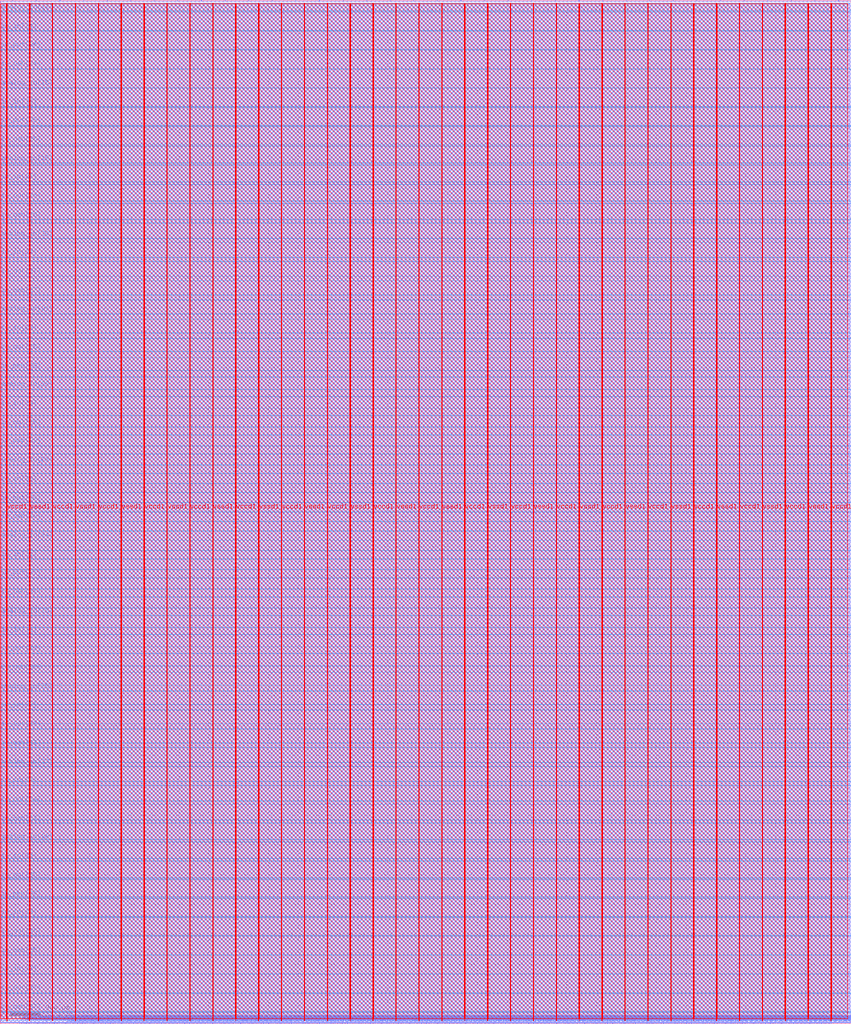
<source format=lef>
VERSION 5.7 ;
  NOWIREEXTENSIONATPIN ON ;
  DIVIDERCHAR "/" ;
  BUSBITCHARS "[]" ;
MACRO rift2Wrap
  CLASS BLOCK ;
  FOREIGN rift2Wrap ;
  ORIGIN 0.000 0.000 ;
  SIZE 2854.025 BY 3433.345 ;
  PIN analog_io[0]
    DIRECTION INOUT ;
    USE SIGNAL ;
    PORT
      LAYER met3 ;
        RECT 2850.025 1393.360 2854.025 1393.960 ;
    END
  END analog_io[0]
  PIN analog_io[10]
    DIRECTION INOUT ;
    USE SIGNAL ;
    PORT
      LAYER met2 ;
        RECT 2178.190 3429.345 2178.470 3433.345 ;
    END
  END analog_io[10]
  PIN analog_io[11]
    DIRECTION INOUT ;
    USE SIGNAL ;
    PORT
      LAYER met2 ;
        RECT 1861.710 3429.345 1861.990 3433.345 ;
    END
  END analog_io[11]
  PIN analog_io[12]
    DIRECTION INOUT ;
    USE SIGNAL ;
    PORT
      LAYER met2 ;
        RECT 1545.230 3429.345 1545.510 3433.345 ;
    END
  END analog_io[12]
  PIN analog_io[13]
    DIRECTION INOUT ;
    USE SIGNAL ;
    PORT
      LAYER met2 ;
        RECT 1228.750 3429.345 1229.030 3433.345 ;
    END
  END analog_io[13]
  PIN analog_io[14]
    DIRECTION INOUT ;
    USE SIGNAL ;
    PORT
      LAYER met2 ;
        RECT 912.270 3429.345 912.550 3433.345 ;
    END
  END analog_io[14]
  PIN analog_io[15]
    DIRECTION INOUT ;
    USE SIGNAL ;
    PORT
      LAYER met2 ;
        RECT 595.790 3429.345 596.070 3433.345 ;
    END
  END analog_io[15]
  PIN analog_io[16]
    DIRECTION INOUT ;
    USE SIGNAL ;
    PORT
      LAYER met2 ;
        RECT 279.310 3429.345 279.590 3433.345 ;
    END
  END analog_io[16]
  PIN analog_io[17]
    DIRECTION INOUT ;
    USE SIGNAL ;
    PORT
      LAYER met3 ;
        RECT 0.000 3391.880 4.000 3392.480 ;
    END
  END analog_io[17]
  PIN analog_io[18]
    DIRECTION INOUT ;
    USE SIGNAL ;
    PORT
      LAYER met3 ;
        RECT 0.000 3138.920 4.000 3139.520 ;
    END
  END analog_io[18]
  PIN analog_io[19]
    DIRECTION INOUT ;
    USE SIGNAL ;
    PORT
      LAYER met3 ;
        RECT 0.000 2885.960 4.000 2886.560 ;
    END
  END analog_io[19]
  PIN analog_io[1]
    DIRECTION INOUT ;
    USE SIGNAL ;
    PORT
      LAYER met3 ;
        RECT 2850.025 1651.760 2854.025 1652.360 ;
    END
  END analog_io[1]
  PIN analog_io[20]
    DIRECTION INOUT ;
    USE SIGNAL ;
    PORT
      LAYER met3 ;
        RECT 0.000 2633.000 4.000 2633.600 ;
    END
  END analog_io[20]
  PIN analog_io[21]
    DIRECTION INOUT ;
    USE SIGNAL ;
    PORT
      LAYER met3 ;
        RECT 0.000 2380.040 4.000 2380.640 ;
    END
  END analog_io[21]
  PIN analog_io[22]
    DIRECTION INOUT ;
    USE SIGNAL ;
    PORT
      LAYER met3 ;
        RECT 0.000 2127.080 4.000 2127.680 ;
    END
  END analog_io[22]
  PIN analog_io[23]
    DIRECTION INOUT ;
    USE SIGNAL ;
    PORT
      LAYER met3 ;
        RECT 0.000 1874.120 4.000 1874.720 ;
    END
  END analog_io[23]
  PIN analog_io[24]
    DIRECTION INOUT ;
    USE SIGNAL ;
    PORT
      LAYER met3 ;
        RECT 0.000 1621.160 4.000 1621.760 ;
    END
  END analog_io[24]
  PIN analog_io[25]
    DIRECTION INOUT ;
    USE SIGNAL ;
    PORT
      LAYER met3 ;
        RECT 0.000 1368.200 4.000 1368.800 ;
    END
  END analog_io[25]
  PIN analog_io[26]
    DIRECTION INOUT ;
    USE SIGNAL ;
    PORT
      LAYER met3 ;
        RECT 0.000 1115.240 4.000 1115.840 ;
    END
  END analog_io[26]
  PIN analog_io[27]
    DIRECTION INOUT ;
    USE SIGNAL ;
    PORT
      LAYER met3 ;
        RECT 0.000 862.280 4.000 862.880 ;
    END
  END analog_io[27]
  PIN analog_io[28]
    DIRECTION INOUT ;
    USE SIGNAL ;
    PORT
      LAYER met3 ;
        RECT 0.000 609.320 4.000 609.920 ;
    END
  END analog_io[28]
  PIN analog_io[2]
    DIRECTION INOUT ;
    USE SIGNAL ;
    PORT
      LAYER met3 ;
        RECT 2850.025 1910.160 2854.025 1910.760 ;
    END
  END analog_io[2]
  PIN analog_io[3]
    DIRECTION INOUT ;
    USE SIGNAL ;
    PORT
      LAYER met3 ;
        RECT 2850.025 2168.560 2854.025 2169.160 ;
    END
  END analog_io[3]
  PIN analog_io[4]
    DIRECTION INOUT ;
    USE SIGNAL ;
    PORT
      LAYER met3 ;
        RECT 2850.025 2426.960 2854.025 2427.560 ;
    END
  END analog_io[4]
  PIN analog_io[5]
    DIRECTION INOUT ;
    USE SIGNAL ;
    PORT
      LAYER met3 ;
        RECT 2850.025 2685.360 2854.025 2685.960 ;
    END
  END analog_io[5]
  PIN analog_io[6]
    DIRECTION INOUT ;
    USE SIGNAL ;
    PORT
      LAYER met3 ;
        RECT 2850.025 2943.760 2854.025 2944.360 ;
    END
  END analog_io[6]
  PIN analog_io[7]
    DIRECTION INOUT ;
    USE SIGNAL ;
    PORT
      LAYER met3 ;
        RECT 2850.025 3202.160 2854.025 3202.760 ;
    END
  END analog_io[7]
  PIN analog_io[8]
    DIRECTION INOUT ;
    USE SIGNAL ;
    PORT
      LAYER met2 ;
        RECT 2811.150 3429.345 2811.430 3433.345 ;
    END
  END analog_io[8]
  PIN analog_io[9]
    DIRECTION INOUT ;
    USE SIGNAL ;
    PORT
      LAYER met2 ;
        RECT 2494.670 3429.345 2494.950 3433.345 ;
    END
  END analog_io[9]
  PIN io_in[0]
    DIRECTION INPUT ;
    USE SIGNAL ;
    PORT
      LAYER met3 ;
        RECT 2850.025 36.760 2854.025 37.360 ;
    END
  END io_in[0]
  PIN io_in[10]
    DIRECTION INPUT ;
    USE SIGNAL ;
    PORT
      LAYER met3 ;
        RECT 2850.025 2233.160 2854.025 2233.760 ;
    END
  END io_in[10]
  PIN io_in[11]
    DIRECTION INPUT ;
    USE SIGNAL ;
    PORT
      LAYER met3 ;
        RECT 2850.025 2491.560 2854.025 2492.160 ;
    END
  END io_in[11]
  PIN io_in[12]
    DIRECTION INPUT ;
    USE SIGNAL ;
    PORT
      LAYER met3 ;
        RECT 2850.025 2749.960 2854.025 2750.560 ;
    END
  END io_in[12]
  PIN io_in[13]
    DIRECTION INPUT ;
    USE SIGNAL ;
    PORT
      LAYER met3 ;
        RECT 2850.025 3008.360 2854.025 3008.960 ;
    END
  END io_in[13]
  PIN io_in[14]
    DIRECTION INPUT ;
    USE SIGNAL ;
    PORT
      LAYER met3 ;
        RECT 2850.025 3266.760 2854.025 3267.360 ;
    END
  END io_in[14]
  PIN io_in[15]
    DIRECTION INPUT ;
    USE SIGNAL ;
    PORT
      LAYER met2 ;
        RECT 2732.030 3429.345 2732.310 3433.345 ;
    END
  END io_in[15]
  PIN io_in[16]
    DIRECTION INPUT ;
    USE SIGNAL ;
    PORT
      LAYER met2 ;
        RECT 2415.550 3429.345 2415.830 3433.345 ;
    END
  END io_in[16]
  PIN io_in[17]
    DIRECTION INPUT ;
    USE SIGNAL ;
    PORT
      LAYER met2 ;
        RECT 2099.070 3429.345 2099.350 3433.345 ;
    END
  END io_in[17]
  PIN io_in[18]
    DIRECTION INPUT ;
    USE SIGNAL ;
    PORT
      LAYER met2 ;
        RECT 1782.590 3429.345 1782.870 3433.345 ;
    END
  END io_in[18]
  PIN io_in[19]
    DIRECTION INPUT ;
    USE SIGNAL ;
    PORT
      LAYER met2 ;
        RECT 1466.110 3429.345 1466.390 3433.345 ;
    END
  END io_in[19]
  PIN io_in[1]
    DIRECTION INPUT ;
    USE SIGNAL ;
    PORT
      LAYER met3 ;
        RECT 2850.025 230.560 2854.025 231.160 ;
    END
  END io_in[1]
  PIN io_in[20]
    DIRECTION INPUT ;
    USE SIGNAL ;
    PORT
      LAYER met2 ;
        RECT 1149.630 3429.345 1149.910 3433.345 ;
    END
  END io_in[20]
  PIN io_in[21]
    DIRECTION INPUT ;
    USE SIGNAL ;
    PORT
      LAYER met2 ;
        RECT 833.150 3429.345 833.430 3433.345 ;
    END
  END io_in[21]
  PIN io_in[22]
    DIRECTION INPUT ;
    USE SIGNAL ;
    PORT
      LAYER met2 ;
        RECT 516.670 3429.345 516.950 3433.345 ;
    END
  END io_in[22]
  PIN io_in[23]
    DIRECTION INPUT ;
    USE SIGNAL ;
    PORT
      LAYER met2 ;
        RECT 200.190 3429.345 200.470 3433.345 ;
    END
  END io_in[23]
  PIN io_in[24]
    DIRECTION INPUT ;
    USE SIGNAL ;
    PORT
      LAYER met3 ;
        RECT 0.000 3328.640 4.000 3329.240 ;
    END
  END io_in[24]
  PIN io_in[25]
    DIRECTION INPUT ;
    USE SIGNAL ;
    PORT
      LAYER met3 ;
        RECT 0.000 3075.680 4.000 3076.280 ;
    END
  END io_in[25]
  PIN io_in[26]
    DIRECTION INPUT ;
    USE SIGNAL ;
    PORT
      LAYER met3 ;
        RECT 0.000 2822.720 4.000 2823.320 ;
    END
  END io_in[26]
  PIN io_in[27]
    DIRECTION INPUT ;
    USE SIGNAL ;
    PORT
      LAYER met3 ;
        RECT 0.000 2569.760 4.000 2570.360 ;
    END
  END io_in[27]
  PIN io_in[28]
    DIRECTION INPUT ;
    USE SIGNAL ;
    PORT
      LAYER met3 ;
        RECT 0.000 2316.800 4.000 2317.400 ;
    END
  END io_in[28]
  PIN io_in[29]
    DIRECTION INPUT ;
    USE SIGNAL ;
    PORT
      LAYER met3 ;
        RECT 0.000 2063.840 4.000 2064.440 ;
    END
  END io_in[29]
  PIN io_in[2]
    DIRECTION INPUT ;
    USE SIGNAL ;
    PORT
      LAYER met3 ;
        RECT 2850.025 424.360 2854.025 424.960 ;
    END
  END io_in[2]
  PIN io_in[30]
    DIRECTION INPUT ;
    USE SIGNAL ;
    PORT
      LAYER met3 ;
        RECT 0.000 1810.880 4.000 1811.480 ;
    END
  END io_in[30]
  PIN io_in[31]
    DIRECTION INPUT ;
    USE SIGNAL ;
    PORT
      LAYER met3 ;
        RECT 0.000 1557.920 4.000 1558.520 ;
    END
  END io_in[31]
  PIN io_in[32]
    DIRECTION INPUT ;
    USE SIGNAL ;
    PORT
      LAYER met3 ;
        RECT 0.000 1304.960 4.000 1305.560 ;
    END
  END io_in[32]
  PIN io_in[33]
    DIRECTION INPUT ;
    USE SIGNAL ;
    PORT
      LAYER met3 ;
        RECT 0.000 1052.000 4.000 1052.600 ;
    END
  END io_in[33]
  PIN io_in[34]
    DIRECTION INPUT ;
    USE SIGNAL ;
    PORT
      LAYER met3 ;
        RECT 0.000 799.040 4.000 799.640 ;
    END
  END io_in[34]
  PIN io_in[35]
    DIRECTION INPUT ;
    USE SIGNAL ;
    PORT
      LAYER met3 ;
        RECT 0.000 546.080 4.000 546.680 ;
    END
  END io_in[35]
  PIN io_in[36]
    DIRECTION INPUT ;
    USE SIGNAL ;
    PORT
      LAYER met3 ;
        RECT 0.000 356.360 4.000 356.960 ;
    END
  END io_in[36]
  PIN io_in[37]
    DIRECTION INPUT ;
    USE SIGNAL ;
    PORT
      LAYER met3 ;
        RECT 0.000 166.640 4.000 167.240 ;
    END
  END io_in[37]
  PIN io_in[3]
    DIRECTION INPUT ;
    USE SIGNAL ;
    PORT
      LAYER met3 ;
        RECT 2850.025 618.160 2854.025 618.760 ;
    END
  END io_in[3]
  PIN io_in[4]
    DIRECTION INPUT ;
    USE SIGNAL ;
    PORT
      LAYER met3 ;
        RECT 2850.025 811.960 2854.025 812.560 ;
    END
  END io_in[4]
  PIN io_in[5]
    DIRECTION INPUT ;
    USE SIGNAL ;
    PORT
      LAYER met3 ;
        RECT 2850.025 1005.760 2854.025 1006.360 ;
    END
  END io_in[5]
  PIN io_in[6]
    DIRECTION INPUT ;
    USE SIGNAL ;
    PORT
      LAYER met3 ;
        RECT 2850.025 1199.560 2854.025 1200.160 ;
    END
  END io_in[6]
  PIN io_in[7]
    DIRECTION INPUT ;
    USE SIGNAL ;
    PORT
      LAYER met3 ;
        RECT 2850.025 1457.960 2854.025 1458.560 ;
    END
  END io_in[7]
  PIN io_in[8]
    DIRECTION INPUT ;
    USE SIGNAL ;
    PORT
      LAYER met3 ;
        RECT 2850.025 1716.360 2854.025 1716.960 ;
    END
  END io_in[8]
  PIN io_in[9]
    DIRECTION INPUT ;
    USE SIGNAL ;
    PORT
      LAYER met3 ;
        RECT 2850.025 1974.760 2854.025 1975.360 ;
    END
  END io_in[9]
  PIN io_oeb[0]
    DIRECTION OUTPUT TRISTATE ;
    USE SIGNAL ;
    PORT
      LAYER met3 ;
        RECT 2850.025 165.960 2854.025 166.560 ;
    END
  END io_oeb[0]
  PIN io_oeb[10]
    DIRECTION OUTPUT TRISTATE ;
    USE SIGNAL ;
    PORT
      LAYER met3 ;
        RECT 2850.025 2362.360 2854.025 2362.960 ;
    END
  END io_oeb[10]
  PIN io_oeb[11]
    DIRECTION OUTPUT TRISTATE ;
    USE SIGNAL ;
    PORT
      LAYER met3 ;
        RECT 2850.025 2620.760 2854.025 2621.360 ;
    END
  END io_oeb[11]
  PIN io_oeb[12]
    DIRECTION OUTPUT TRISTATE ;
    USE SIGNAL ;
    PORT
      LAYER met3 ;
        RECT 2850.025 2879.160 2854.025 2879.760 ;
    END
  END io_oeb[12]
  PIN io_oeb[13]
    DIRECTION OUTPUT TRISTATE ;
    USE SIGNAL ;
    PORT
      LAYER met3 ;
        RECT 2850.025 3137.560 2854.025 3138.160 ;
    END
  END io_oeb[13]
  PIN io_oeb[14]
    DIRECTION OUTPUT TRISTATE ;
    USE SIGNAL ;
    PORT
      LAYER met3 ;
        RECT 2850.025 3395.960 2854.025 3396.560 ;
    END
  END io_oeb[14]
  PIN io_oeb[15]
    DIRECTION OUTPUT TRISTATE ;
    USE SIGNAL ;
    PORT
      LAYER met2 ;
        RECT 2573.790 3429.345 2574.070 3433.345 ;
    END
  END io_oeb[15]
  PIN io_oeb[16]
    DIRECTION OUTPUT TRISTATE ;
    USE SIGNAL ;
    PORT
      LAYER met2 ;
        RECT 2257.310 3429.345 2257.590 3433.345 ;
    END
  END io_oeb[16]
  PIN io_oeb[17]
    DIRECTION OUTPUT TRISTATE ;
    USE SIGNAL ;
    PORT
      LAYER met2 ;
        RECT 1940.830 3429.345 1941.110 3433.345 ;
    END
  END io_oeb[17]
  PIN io_oeb[18]
    DIRECTION OUTPUT TRISTATE ;
    USE SIGNAL ;
    PORT
      LAYER met2 ;
        RECT 1624.350 3429.345 1624.630 3433.345 ;
    END
  END io_oeb[18]
  PIN io_oeb[19]
    DIRECTION OUTPUT TRISTATE ;
    USE SIGNAL ;
    PORT
      LAYER met2 ;
        RECT 1307.870 3429.345 1308.150 3433.345 ;
    END
  END io_oeb[19]
  PIN io_oeb[1]
    DIRECTION OUTPUT TRISTATE ;
    USE SIGNAL ;
    PORT
      LAYER met3 ;
        RECT 2850.025 359.760 2854.025 360.360 ;
    END
  END io_oeb[1]
  PIN io_oeb[20]
    DIRECTION OUTPUT TRISTATE ;
    USE SIGNAL ;
    PORT
      LAYER met2 ;
        RECT 991.390 3429.345 991.670 3433.345 ;
    END
  END io_oeb[20]
  PIN io_oeb[21]
    DIRECTION OUTPUT TRISTATE ;
    USE SIGNAL ;
    PORT
      LAYER met2 ;
        RECT 674.910 3429.345 675.190 3433.345 ;
    END
  END io_oeb[21]
  PIN io_oeb[22]
    DIRECTION OUTPUT TRISTATE ;
    USE SIGNAL ;
    PORT
      LAYER met2 ;
        RECT 358.430 3429.345 358.710 3433.345 ;
    END
  END io_oeb[22]
  PIN io_oeb[23]
    DIRECTION OUTPUT TRISTATE ;
    USE SIGNAL ;
    PORT
      LAYER met2 ;
        RECT 41.950 3429.345 42.230 3433.345 ;
    END
  END io_oeb[23]
  PIN io_oeb[24]
    DIRECTION OUTPUT TRISTATE ;
    USE SIGNAL ;
    PORT
      LAYER met3 ;
        RECT 0.000 3202.160 4.000 3202.760 ;
    END
  END io_oeb[24]
  PIN io_oeb[25]
    DIRECTION OUTPUT TRISTATE ;
    USE SIGNAL ;
    PORT
      LAYER met3 ;
        RECT 0.000 2949.200 4.000 2949.800 ;
    END
  END io_oeb[25]
  PIN io_oeb[26]
    DIRECTION OUTPUT TRISTATE ;
    USE SIGNAL ;
    PORT
      LAYER met3 ;
        RECT 0.000 2696.240 4.000 2696.840 ;
    END
  END io_oeb[26]
  PIN io_oeb[27]
    DIRECTION OUTPUT TRISTATE ;
    USE SIGNAL ;
    PORT
      LAYER met3 ;
        RECT 0.000 2443.280 4.000 2443.880 ;
    END
  END io_oeb[27]
  PIN io_oeb[28]
    DIRECTION OUTPUT TRISTATE ;
    USE SIGNAL ;
    PORT
      LAYER met3 ;
        RECT 0.000 2190.320 4.000 2190.920 ;
    END
  END io_oeb[28]
  PIN io_oeb[29]
    DIRECTION OUTPUT TRISTATE ;
    USE SIGNAL ;
    PORT
      LAYER met3 ;
        RECT 0.000 1937.360 4.000 1937.960 ;
    END
  END io_oeb[29]
  PIN io_oeb[2]
    DIRECTION OUTPUT TRISTATE ;
    USE SIGNAL ;
    PORT
      LAYER met3 ;
        RECT 2850.025 553.560 2854.025 554.160 ;
    END
  END io_oeb[2]
  PIN io_oeb[30]
    DIRECTION OUTPUT TRISTATE ;
    USE SIGNAL ;
    PORT
      LAYER met3 ;
        RECT 0.000 1684.400 4.000 1685.000 ;
    END
  END io_oeb[30]
  PIN io_oeb[31]
    DIRECTION OUTPUT TRISTATE ;
    USE SIGNAL ;
    PORT
      LAYER met3 ;
        RECT 0.000 1431.440 4.000 1432.040 ;
    END
  END io_oeb[31]
  PIN io_oeb[32]
    DIRECTION OUTPUT TRISTATE ;
    USE SIGNAL ;
    PORT
      LAYER met3 ;
        RECT 0.000 1178.480 4.000 1179.080 ;
    END
  END io_oeb[32]
  PIN io_oeb[33]
    DIRECTION OUTPUT TRISTATE ;
    USE SIGNAL ;
    PORT
      LAYER met3 ;
        RECT 0.000 925.520 4.000 926.120 ;
    END
  END io_oeb[33]
  PIN io_oeb[34]
    DIRECTION OUTPUT TRISTATE ;
    USE SIGNAL ;
    PORT
      LAYER met3 ;
        RECT 0.000 672.560 4.000 673.160 ;
    END
  END io_oeb[34]
  PIN io_oeb[35]
    DIRECTION OUTPUT TRISTATE ;
    USE SIGNAL ;
    PORT
      LAYER met3 ;
        RECT 0.000 419.600 4.000 420.200 ;
    END
  END io_oeb[35]
  PIN io_oeb[36]
    DIRECTION OUTPUT TRISTATE ;
    USE SIGNAL ;
    PORT
      LAYER met3 ;
        RECT 0.000 229.880 4.000 230.480 ;
    END
  END io_oeb[36]
  PIN io_oeb[37]
    DIRECTION OUTPUT TRISTATE ;
    USE SIGNAL ;
    PORT
      LAYER met3 ;
        RECT 0.000 40.160 4.000 40.760 ;
    END
  END io_oeb[37]
  PIN io_oeb[3]
    DIRECTION OUTPUT TRISTATE ;
    USE SIGNAL ;
    PORT
      LAYER met3 ;
        RECT 2850.025 747.360 2854.025 747.960 ;
    END
  END io_oeb[3]
  PIN io_oeb[4]
    DIRECTION OUTPUT TRISTATE ;
    USE SIGNAL ;
    PORT
      LAYER met3 ;
        RECT 2850.025 941.160 2854.025 941.760 ;
    END
  END io_oeb[4]
  PIN io_oeb[5]
    DIRECTION OUTPUT TRISTATE ;
    USE SIGNAL ;
    PORT
      LAYER met3 ;
        RECT 2850.025 1134.960 2854.025 1135.560 ;
    END
  END io_oeb[5]
  PIN io_oeb[6]
    DIRECTION OUTPUT TRISTATE ;
    USE SIGNAL ;
    PORT
      LAYER met3 ;
        RECT 2850.025 1328.760 2854.025 1329.360 ;
    END
  END io_oeb[6]
  PIN io_oeb[7]
    DIRECTION OUTPUT TRISTATE ;
    USE SIGNAL ;
    PORT
      LAYER met3 ;
        RECT 2850.025 1587.160 2854.025 1587.760 ;
    END
  END io_oeb[7]
  PIN io_oeb[8]
    DIRECTION OUTPUT TRISTATE ;
    USE SIGNAL ;
    PORT
      LAYER met3 ;
        RECT 2850.025 1845.560 2854.025 1846.160 ;
    END
  END io_oeb[8]
  PIN io_oeb[9]
    DIRECTION OUTPUT TRISTATE ;
    USE SIGNAL ;
    PORT
      LAYER met3 ;
        RECT 2850.025 2103.960 2854.025 2104.560 ;
    END
  END io_oeb[9]
  PIN io_out[0]
    DIRECTION OUTPUT TRISTATE ;
    USE SIGNAL ;
    PORT
      LAYER met3 ;
        RECT 2850.025 101.360 2854.025 101.960 ;
    END
  END io_out[0]
  PIN io_out[10]
    DIRECTION OUTPUT TRISTATE ;
    USE SIGNAL ;
    PORT
      LAYER met3 ;
        RECT 2850.025 2297.760 2854.025 2298.360 ;
    END
  END io_out[10]
  PIN io_out[11]
    DIRECTION OUTPUT TRISTATE ;
    USE SIGNAL ;
    PORT
      LAYER met3 ;
        RECT 2850.025 2556.160 2854.025 2556.760 ;
    END
  END io_out[11]
  PIN io_out[12]
    DIRECTION OUTPUT TRISTATE ;
    USE SIGNAL ;
    PORT
      LAYER met3 ;
        RECT 2850.025 2814.560 2854.025 2815.160 ;
    END
  END io_out[12]
  PIN io_out[13]
    DIRECTION OUTPUT TRISTATE ;
    USE SIGNAL ;
    PORT
      LAYER met3 ;
        RECT 2850.025 3072.960 2854.025 3073.560 ;
    END
  END io_out[13]
  PIN io_out[14]
    DIRECTION OUTPUT TRISTATE ;
    USE SIGNAL ;
    PORT
      LAYER met3 ;
        RECT 2850.025 3331.360 2854.025 3331.960 ;
    END
  END io_out[14]
  PIN io_out[15]
    DIRECTION OUTPUT TRISTATE ;
    USE SIGNAL ;
    PORT
      LAYER met2 ;
        RECT 2652.910 3429.345 2653.190 3433.345 ;
    END
  END io_out[15]
  PIN io_out[16]
    DIRECTION OUTPUT TRISTATE ;
    USE SIGNAL ;
    PORT
      LAYER met2 ;
        RECT 2336.430 3429.345 2336.710 3433.345 ;
    END
  END io_out[16]
  PIN io_out[17]
    DIRECTION OUTPUT TRISTATE ;
    USE SIGNAL ;
    PORT
      LAYER met2 ;
        RECT 2019.950 3429.345 2020.230 3433.345 ;
    END
  END io_out[17]
  PIN io_out[18]
    DIRECTION OUTPUT TRISTATE ;
    USE SIGNAL ;
    PORT
      LAYER met2 ;
        RECT 1703.470 3429.345 1703.750 3433.345 ;
    END
  END io_out[18]
  PIN io_out[19]
    DIRECTION OUTPUT TRISTATE ;
    USE SIGNAL ;
    PORT
      LAYER met2 ;
        RECT 1386.990 3429.345 1387.270 3433.345 ;
    END
  END io_out[19]
  PIN io_out[1]
    DIRECTION OUTPUT TRISTATE ;
    USE SIGNAL ;
    PORT
      LAYER met3 ;
        RECT 2850.025 295.160 2854.025 295.760 ;
    END
  END io_out[1]
  PIN io_out[20]
    DIRECTION OUTPUT TRISTATE ;
    USE SIGNAL ;
    PORT
      LAYER met2 ;
        RECT 1070.510 3429.345 1070.790 3433.345 ;
    END
  END io_out[20]
  PIN io_out[21]
    DIRECTION OUTPUT TRISTATE ;
    USE SIGNAL ;
    PORT
      LAYER met2 ;
        RECT 754.030 3429.345 754.310 3433.345 ;
    END
  END io_out[21]
  PIN io_out[22]
    DIRECTION OUTPUT TRISTATE ;
    USE SIGNAL ;
    PORT
      LAYER met2 ;
        RECT 437.550 3429.345 437.830 3433.345 ;
    END
  END io_out[22]
  PIN io_out[23]
    DIRECTION OUTPUT TRISTATE ;
    USE SIGNAL ;
    PORT
      LAYER met2 ;
        RECT 121.070 3429.345 121.350 3433.345 ;
    END
  END io_out[23]
  PIN io_out[24]
    DIRECTION OUTPUT TRISTATE ;
    USE SIGNAL ;
    PORT
      LAYER met3 ;
        RECT 0.000 3265.400 4.000 3266.000 ;
    END
  END io_out[24]
  PIN io_out[25]
    DIRECTION OUTPUT TRISTATE ;
    USE SIGNAL ;
    PORT
      LAYER met3 ;
        RECT 0.000 3012.440 4.000 3013.040 ;
    END
  END io_out[25]
  PIN io_out[26]
    DIRECTION OUTPUT TRISTATE ;
    USE SIGNAL ;
    PORT
      LAYER met3 ;
        RECT 0.000 2759.480 4.000 2760.080 ;
    END
  END io_out[26]
  PIN io_out[27]
    DIRECTION OUTPUT TRISTATE ;
    USE SIGNAL ;
    PORT
      LAYER met3 ;
        RECT 0.000 2506.520 4.000 2507.120 ;
    END
  END io_out[27]
  PIN io_out[28]
    DIRECTION OUTPUT TRISTATE ;
    USE SIGNAL ;
    PORT
      LAYER met3 ;
        RECT 0.000 2253.560 4.000 2254.160 ;
    END
  END io_out[28]
  PIN io_out[29]
    DIRECTION OUTPUT TRISTATE ;
    USE SIGNAL ;
    PORT
      LAYER met3 ;
        RECT 0.000 2000.600 4.000 2001.200 ;
    END
  END io_out[29]
  PIN io_out[2]
    DIRECTION OUTPUT TRISTATE ;
    USE SIGNAL ;
    PORT
      LAYER met3 ;
        RECT 2850.025 488.960 2854.025 489.560 ;
    END
  END io_out[2]
  PIN io_out[30]
    DIRECTION OUTPUT TRISTATE ;
    USE SIGNAL ;
    PORT
      LAYER met3 ;
        RECT 0.000 1747.640 4.000 1748.240 ;
    END
  END io_out[30]
  PIN io_out[31]
    DIRECTION OUTPUT TRISTATE ;
    USE SIGNAL ;
    PORT
      LAYER met3 ;
        RECT 0.000 1494.680 4.000 1495.280 ;
    END
  END io_out[31]
  PIN io_out[32]
    DIRECTION OUTPUT TRISTATE ;
    USE SIGNAL ;
    PORT
      LAYER met3 ;
        RECT 0.000 1241.720 4.000 1242.320 ;
    END
  END io_out[32]
  PIN io_out[33]
    DIRECTION OUTPUT TRISTATE ;
    USE SIGNAL ;
    PORT
      LAYER met3 ;
        RECT 0.000 988.760 4.000 989.360 ;
    END
  END io_out[33]
  PIN io_out[34]
    DIRECTION OUTPUT TRISTATE ;
    USE SIGNAL ;
    PORT
      LAYER met3 ;
        RECT 0.000 735.800 4.000 736.400 ;
    END
  END io_out[34]
  PIN io_out[35]
    DIRECTION OUTPUT TRISTATE ;
    USE SIGNAL ;
    PORT
      LAYER met3 ;
        RECT 0.000 482.840 4.000 483.440 ;
    END
  END io_out[35]
  PIN io_out[36]
    DIRECTION OUTPUT TRISTATE ;
    USE SIGNAL ;
    PORT
      LAYER met3 ;
        RECT 0.000 293.120 4.000 293.720 ;
    END
  END io_out[36]
  PIN io_out[37]
    DIRECTION OUTPUT TRISTATE ;
    USE SIGNAL ;
    PORT
      LAYER met3 ;
        RECT 0.000 103.400 4.000 104.000 ;
    END
  END io_out[37]
  PIN io_out[3]
    DIRECTION OUTPUT TRISTATE ;
    USE SIGNAL ;
    PORT
      LAYER met3 ;
        RECT 2850.025 682.760 2854.025 683.360 ;
    END
  END io_out[3]
  PIN io_out[4]
    DIRECTION OUTPUT TRISTATE ;
    USE SIGNAL ;
    PORT
      LAYER met3 ;
        RECT 2850.025 876.560 2854.025 877.160 ;
    END
  END io_out[4]
  PIN io_out[5]
    DIRECTION OUTPUT TRISTATE ;
    USE SIGNAL ;
    PORT
      LAYER met3 ;
        RECT 2850.025 1070.360 2854.025 1070.960 ;
    END
  END io_out[5]
  PIN io_out[6]
    DIRECTION OUTPUT TRISTATE ;
    USE SIGNAL ;
    PORT
      LAYER met3 ;
        RECT 2850.025 1264.160 2854.025 1264.760 ;
    END
  END io_out[6]
  PIN io_out[7]
    DIRECTION OUTPUT TRISTATE ;
    USE SIGNAL ;
    PORT
      LAYER met3 ;
        RECT 2850.025 1522.560 2854.025 1523.160 ;
    END
  END io_out[7]
  PIN io_out[8]
    DIRECTION OUTPUT TRISTATE ;
    USE SIGNAL ;
    PORT
      LAYER met3 ;
        RECT 2850.025 1780.960 2854.025 1781.560 ;
    END
  END io_out[8]
  PIN io_out[9]
    DIRECTION OUTPUT TRISTATE ;
    USE SIGNAL ;
    PORT
      LAYER met3 ;
        RECT 2850.025 2039.360 2854.025 2039.960 ;
    END
  END io_out[9]
  PIN la_data_in[0]
    DIRECTION INPUT ;
    USE SIGNAL ;
    PORT
      LAYER met2 ;
        RECT 650.990 0.000 651.270 4.000 ;
    END
  END la_data_in[0]
  PIN la_data_in[100]
    DIRECTION INPUT ;
    USE SIGNAL ;
    PORT
      LAYER met2 ;
        RECT 2306.990 0.000 2307.270 4.000 ;
    END
  END la_data_in[100]
  PIN la_data_in[101]
    DIRECTION INPUT ;
    USE SIGNAL ;
    PORT
      LAYER met2 ;
        RECT 2323.550 0.000 2323.830 4.000 ;
    END
  END la_data_in[101]
  PIN la_data_in[102]
    DIRECTION INPUT ;
    USE SIGNAL ;
    PORT
      LAYER met2 ;
        RECT 2340.110 0.000 2340.390 4.000 ;
    END
  END la_data_in[102]
  PIN la_data_in[103]
    DIRECTION INPUT ;
    USE SIGNAL ;
    PORT
      LAYER met2 ;
        RECT 2356.670 0.000 2356.950 4.000 ;
    END
  END la_data_in[103]
  PIN la_data_in[104]
    DIRECTION INPUT ;
    USE SIGNAL ;
    PORT
      LAYER met2 ;
        RECT 2373.230 0.000 2373.510 4.000 ;
    END
  END la_data_in[104]
  PIN la_data_in[105]
    DIRECTION INPUT ;
    USE SIGNAL ;
    PORT
      LAYER met2 ;
        RECT 2389.790 0.000 2390.070 4.000 ;
    END
  END la_data_in[105]
  PIN la_data_in[106]
    DIRECTION INPUT ;
    USE SIGNAL ;
    PORT
      LAYER met2 ;
        RECT 2406.350 0.000 2406.630 4.000 ;
    END
  END la_data_in[106]
  PIN la_data_in[107]
    DIRECTION INPUT ;
    USE SIGNAL ;
    PORT
      LAYER met2 ;
        RECT 2422.910 0.000 2423.190 4.000 ;
    END
  END la_data_in[107]
  PIN la_data_in[108]
    DIRECTION INPUT ;
    USE SIGNAL ;
    PORT
      LAYER met2 ;
        RECT 2439.470 0.000 2439.750 4.000 ;
    END
  END la_data_in[108]
  PIN la_data_in[109]
    DIRECTION INPUT ;
    USE SIGNAL ;
    PORT
      LAYER met2 ;
        RECT 2456.030 0.000 2456.310 4.000 ;
    END
  END la_data_in[109]
  PIN la_data_in[10]
    DIRECTION INPUT ;
    USE SIGNAL ;
    PORT
      LAYER met2 ;
        RECT 816.590 0.000 816.870 4.000 ;
    END
  END la_data_in[10]
  PIN la_data_in[110]
    DIRECTION INPUT ;
    USE SIGNAL ;
    PORT
      LAYER met2 ;
        RECT 2472.590 0.000 2472.870 4.000 ;
    END
  END la_data_in[110]
  PIN la_data_in[111]
    DIRECTION INPUT ;
    USE SIGNAL ;
    PORT
      LAYER met2 ;
        RECT 2489.150 0.000 2489.430 4.000 ;
    END
  END la_data_in[111]
  PIN la_data_in[112]
    DIRECTION INPUT ;
    USE SIGNAL ;
    PORT
      LAYER met2 ;
        RECT 2505.710 0.000 2505.990 4.000 ;
    END
  END la_data_in[112]
  PIN la_data_in[113]
    DIRECTION INPUT ;
    USE SIGNAL ;
    PORT
      LAYER met2 ;
        RECT 2522.270 0.000 2522.550 4.000 ;
    END
  END la_data_in[113]
  PIN la_data_in[114]
    DIRECTION INPUT ;
    USE SIGNAL ;
    PORT
      LAYER met2 ;
        RECT 2538.830 0.000 2539.110 4.000 ;
    END
  END la_data_in[114]
  PIN la_data_in[115]
    DIRECTION INPUT ;
    USE SIGNAL ;
    PORT
      LAYER met2 ;
        RECT 2555.390 0.000 2555.670 4.000 ;
    END
  END la_data_in[115]
  PIN la_data_in[116]
    DIRECTION INPUT ;
    USE SIGNAL ;
    PORT
      LAYER met2 ;
        RECT 2571.950 0.000 2572.230 4.000 ;
    END
  END la_data_in[116]
  PIN la_data_in[117]
    DIRECTION INPUT ;
    USE SIGNAL ;
    PORT
      LAYER met2 ;
        RECT 2588.510 0.000 2588.790 4.000 ;
    END
  END la_data_in[117]
  PIN la_data_in[118]
    DIRECTION INPUT ;
    USE SIGNAL ;
    PORT
      LAYER met2 ;
        RECT 2605.070 0.000 2605.350 4.000 ;
    END
  END la_data_in[118]
  PIN la_data_in[119]
    DIRECTION INPUT ;
    USE SIGNAL ;
    PORT
      LAYER met2 ;
        RECT 2621.630 0.000 2621.910 4.000 ;
    END
  END la_data_in[119]
  PIN la_data_in[11]
    DIRECTION INPUT ;
    USE SIGNAL ;
    PORT
      LAYER met2 ;
        RECT 833.150 0.000 833.430 4.000 ;
    END
  END la_data_in[11]
  PIN la_data_in[120]
    DIRECTION INPUT ;
    USE SIGNAL ;
    PORT
      LAYER met2 ;
        RECT 2638.190 0.000 2638.470 4.000 ;
    END
  END la_data_in[120]
  PIN la_data_in[121]
    DIRECTION INPUT ;
    USE SIGNAL ;
    PORT
      LAYER met2 ;
        RECT 2654.750 0.000 2655.030 4.000 ;
    END
  END la_data_in[121]
  PIN la_data_in[122]
    DIRECTION INPUT ;
    USE SIGNAL ;
    PORT
      LAYER met2 ;
        RECT 2671.310 0.000 2671.590 4.000 ;
    END
  END la_data_in[122]
  PIN la_data_in[123]
    DIRECTION INPUT ;
    USE SIGNAL ;
    PORT
      LAYER met2 ;
        RECT 2687.870 0.000 2688.150 4.000 ;
    END
  END la_data_in[123]
  PIN la_data_in[124]
    DIRECTION INPUT ;
    USE SIGNAL ;
    PORT
      LAYER met2 ;
        RECT 2704.430 0.000 2704.710 4.000 ;
    END
  END la_data_in[124]
  PIN la_data_in[125]
    DIRECTION INPUT ;
    USE SIGNAL ;
    PORT
      LAYER met2 ;
        RECT 2720.990 0.000 2721.270 4.000 ;
    END
  END la_data_in[125]
  PIN la_data_in[126]
    DIRECTION INPUT ;
    USE SIGNAL ;
    PORT
      LAYER met2 ;
        RECT 2737.550 0.000 2737.830 4.000 ;
    END
  END la_data_in[126]
  PIN la_data_in[127]
    DIRECTION INPUT ;
    USE SIGNAL ;
    PORT
      LAYER met2 ;
        RECT 2754.110 0.000 2754.390 4.000 ;
    END
  END la_data_in[127]
  PIN la_data_in[12]
    DIRECTION INPUT ;
    USE SIGNAL ;
    PORT
      LAYER met2 ;
        RECT 849.710 0.000 849.990 4.000 ;
    END
  END la_data_in[12]
  PIN la_data_in[13]
    DIRECTION INPUT ;
    USE SIGNAL ;
    PORT
      LAYER met2 ;
        RECT 866.270 0.000 866.550 4.000 ;
    END
  END la_data_in[13]
  PIN la_data_in[14]
    DIRECTION INPUT ;
    USE SIGNAL ;
    PORT
      LAYER met2 ;
        RECT 882.830 0.000 883.110 4.000 ;
    END
  END la_data_in[14]
  PIN la_data_in[15]
    DIRECTION INPUT ;
    USE SIGNAL ;
    PORT
      LAYER met2 ;
        RECT 899.390 0.000 899.670 4.000 ;
    END
  END la_data_in[15]
  PIN la_data_in[16]
    DIRECTION INPUT ;
    USE SIGNAL ;
    PORT
      LAYER met2 ;
        RECT 915.950 0.000 916.230 4.000 ;
    END
  END la_data_in[16]
  PIN la_data_in[17]
    DIRECTION INPUT ;
    USE SIGNAL ;
    PORT
      LAYER met2 ;
        RECT 932.510 0.000 932.790 4.000 ;
    END
  END la_data_in[17]
  PIN la_data_in[18]
    DIRECTION INPUT ;
    USE SIGNAL ;
    PORT
      LAYER met2 ;
        RECT 949.070 0.000 949.350 4.000 ;
    END
  END la_data_in[18]
  PIN la_data_in[19]
    DIRECTION INPUT ;
    USE SIGNAL ;
    PORT
      LAYER met2 ;
        RECT 965.630 0.000 965.910 4.000 ;
    END
  END la_data_in[19]
  PIN la_data_in[1]
    DIRECTION INPUT ;
    USE SIGNAL ;
    PORT
      LAYER met2 ;
        RECT 667.550 0.000 667.830 4.000 ;
    END
  END la_data_in[1]
  PIN la_data_in[20]
    DIRECTION INPUT ;
    USE SIGNAL ;
    PORT
      LAYER met2 ;
        RECT 982.190 0.000 982.470 4.000 ;
    END
  END la_data_in[20]
  PIN la_data_in[21]
    DIRECTION INPUT ;
    USE SIGNAL ;
    PORT
      LAYER met2 ;
        RECT 998.750 0.000 999.030 4.000 ;
    END
  END la_data_in[21]
  PIN la_data_in[22]
    DIRECTION INPUT ;
    USE SIGNAL ;
    PORT
      LAYER met2 ;
        RECT 1015.310 0.000 1015.590 4.000 ;
    END
  END la_data_in[22]
  PIN la_data_in[23]
    DIRECTION INPUT ;
    USE SIGNAL ;
    PORT
      LAYER met2 ;
        RECT 1031.870 0.000 1032.150 4.000 ;
    END
  END la_data_in[23]
  PIN la_data_in[24]
    DIRECTION INPUT ;
    USE SIGNAL ;
    PORT
      LAYER met2 ;
        RECT 1048.430 0.000 1048.710 4.000 ;
    END
  END la_data_in[24]
  PIN la_data_in[25]
    DIRECTION INPUT ;
    USE SIGNAL ;
    PORT
      LAYER met2 ;
        RECT 1064.990 0.000 1065.270 4.000 ;
    END
  END la_data_in[25]
  PIN la_data_in[26]
    DIRECTION INPUT ;
    USE SIGNAL ;
    PORT
      LAYER met2 ;
        RECT 1081.550 0.000 1081.830 4.000 ;
    END
  END la_data_in[26]
  PIN la_data_in[27]
    DIRECTION INPUT ;
    USE SIGNAL ;
    PORT
      LAYER met2 ;
        RECT 1098.110 0.000 1098.390 4.000 ;
    END
  END la_data_in[27]
  PIN la_data_in[28]
    DIRECTION INPUT ;
    USE SIGNAL ;
    PORT
      LAYER met2 ;
        RECT 1114.670 0.000 1114.950 4.000 ;
    END
  END la_data_in[28]
  PIN la_data_in[29]
    DIRECTION INPUT ;
    USE SIGNAL ;
    PORT
      LAYER met2 ;
        RECT 1131.230 0.000 1131.510 4.000 ;
    END
  END la_data_in[29]
  PIN la_data_in[2]
    DIRECTION INPUT ;
    USE SIGNAL ;
    PORT
      LAYER met2 ;
        RECT 684.110 0.000 684.390 4.000 ;
    END
  END la_data_in[2]
  PIN la_data_in[30]
    DIRECTION INPUT ;
    USE SIGNAL ;
    PORT
      LAYER met2 ;
        RECT 1147.790 0.000 1148.070 4.000 ;
    END
  END la_data_in[30]
  PIN la_data_in[31]
    DIRECTION INPUT ;
    USE SIGNAL ;
    PORT
      LAYER met2 ;
        RECT 1164.350 0.000 1164.630 4.000 ;
    END
  END la_data_in[31]
  PIN la_data_in[32]
    DIRECTION INPUT ;
    USE SIGNAL ;
    PORT
      LAYER met2 ;
        RECT 1180.910 0.000 1181.190 4.000 ;
    END
  END la_data_in[32]
  PIN la_data_in[33]
    DIRECTION INPUT ;
    USE SIGNAL ;
    PORT
      LAYER met2 ;
        RECT 1197.470 0.000 1197.750 4.000 ;
    END
  END la_data_in[33]
  PIN la_data_in[34]
    DIRECTION INPUT ;
    USE SIGNAL ;
    PORT
      LAYER met2 ;
        RECT 1214.030 0.000 1214.310 4.000 ;
    END
  END la_data_in[34]
  PIN la_data_in[35]
    DIRECTION INPUT ;
    USE SIGNAL ;
    PORT
      LAYER met2 ;
        RECT 1230.590 0.000 1230.870 4.000 ;
    END
  END la_data_in[35]
  PIN la_data_in[36]
    DIRECTION INPUT ;
    USE SIGNAL ;
    PORT
      LAYER met2 ;
        RECT 1247.150 0.000 1247.430 4.000 ;
    END
  END la_data_in[36]
  PIN la_data_in[37]
    DIRECTION INPUT ;
    USE SIGNAL ;
    PORT
      LAYER met2 ;
        RECT 1263.710 0.000 1263.990 4.000 ;
    END
  END la_data_in[37]
  PIN la_data_in[38]
    DIRECTION INPUT ;
    USE SIGNAL ;
    PORT
      LAYER met2 ;
        RECT 1280.270 0.000 1280.550 4.000 ;
    END
  END la_data_in[38]
  PIN la_data_in[39]
    DIRECTION INPUT ;
    USE SIGNAL ;
    PORT
      LAYER met2 ;
        RECT 1296.830 0.000 1297.110 4.000 ;
    END
  END la_data_in[39]
  PIN la_data_in[3]
    DIRECTION INPUT ;
    USE SIGNAL ;
    PORT
      LAYER met2 ;
        RECT 700.670 0.000 700.950 4.000 ;
    END
  END la_data_in[3]
  PIN la_data_in[40]
    DIRECTION INPUT ;
    USE SIGNAL ;
    PORT
      LAYER met2 ;
        RECT 1313.390 0.000 1313.670 4.000 ;
    END
  END la_data_in[40]
  PIN la_data_in[41]
    DIRECTION INPUT ;
    USE SIGNAL ;
    PORT
      LAYER met2 ;
        RECT 1329.950 0.000 1330.230 4.000 ;
    END
  END la_data_in[41]
  PIN la_data_in[42]
    DIRECTION INPUT ;
    USE SIGNAL ;
    PORT
      LAYER met2 ;
        RECT 1346.510 0.000 1346.790 4.000 ;
    END
  END la_data_in[42]
  PIN la_data_in[43]
    DIRECTION INPUT ;
    USE SIGNAL ;
    PORT
      LAYER met2 ;
        RECT 1363.070 0.000 1363.350 4.000 ;
    END
  END la_data_in[43]
  PIN la_data_in[44]
    DIRECTION INPUT ;
    USE SIGNAL ;
    PORT
      LAYER met2 ;
        RECT 1379.630 0.000 1379.910 4.000 ;
    END
  END la_data_in[44]
  PIN la_data_in[45]
    DIRECTION INPUT ;
    USE SIGNAL ;
    PORT
      LAYER met2 ;
        RECT 1396.190 0.000 1396.470 4.000 ;
    END
  END la_data_in[45]
  PIN la_data_in[46]
    DIRECTION INPUT ;
    USE SIGNAL ;
    PORT
      LAYER met2 ;
        RECT 1412.750 0.000 1413.030 4.000 ;
    END
  END la_data_in[46]
  PIN la_data_in[47]
    DIRECTION INPUT ;
    USE SIGNAL ;
    PORT
      LAYER met2 ;
        RECT 1429.310 0.000 1429.590 4.000 ;
    END
  END la_data_in[47]
  PIN la_data_in[48]
    DIRECTION INPUT ;
    USE SIGNAL ;
    PORT
      LAYER met2 ;
        RECT 1445.870 0.000 1446.150 4.000 ;
    END
  END la_data_in[48]
  PIN la_data_in[49]
    DIRECTION INPUT ;
    USE SIGNAL ;
    PORT
      LAYER met2 ;
        RECT 1462.430 0.000 1462.710 4.000 ;
    END
  END la_data_in[49]
  PIN la_data_in[4]
    DIRECTION INPUT ;
    USE SIGNAL ;
    PORT
      LAYER met2 ;
        RECT 717.230 0.000 717.510 4.000 ;
    END
  END la_data_in[4]
  PIN la_data_in[50]
    DIRECTION INPUT ;
    USE SIGNAL ;
    PORT
      LAYER met2 ;
        RECT 1478.990 0.000 1479.270 4.000 ;
    END
  END la_data_in[50]
  PIN la_data_in[51]
    DIRECTION INPUT ;
    USE SIGNAL ;
    PORT
      LAYER met2 ;
        RECT 1495.550 0.000 1495.830 4.000 ;
    END
  END la_data_in[51]
  PIN la_data_in[52]
    DIRECTION INPUT ;
    USE SIGNAL ;
    PORT
      LAYER met2 ;
        RECT 1512.110 0.000 1512.390 4.000 ;
    END
  END la_data_in[52]
  PIN la_data_in[53]
    DIRECTION INPUT ;
    USE SIGNAL ;
    PORT
      LAYER met2 ;
        RECT 1528.670 0.000 1528.950 4.000 ;
    END
  END la_data_in[53]
  PIN la_data_in[54]
    DIRECTION INPUT ;
    USE SIGNAL ;
    PORT
      LAYER met2 ;
        RECT 1545.230 0.000 1545.510 4.000 ;
    END
  END la_data_in[54]
  PIN la_data_in[55]
    DIRECTION INPUT ;
    USE SIGNAL ;
    PORT
      LAYER met2 ;
        RECT 1561.790 0.000 1562.070 4.000 ;
    END
  END la_data_in[55]
  PIN la_data_in[56]
    DIRECTION INPUT ;
    USE SIGNAL ;
    PORT
      LAYER met2 ;
        RECT 1578.350 0.000 1578.630 4.000 ;
    END
  END la_data_in[56]
  PIN la_data_in[57]
    DIRECTION INPUT ;
    USE SIGNAL ;
    PORT
      LAYER met2 ;
        RECT 1594.910 0.000 1595.190 4.000 ;
    END
  END la_data_in[57]
  PIN la_data_in[58]
    DIRECTION INPUT ;
    USE SIGNAL ;
    PORT
      LAYER met2 ;
        RECT 1611.470 0.000 1611.750 4.000 ;
    END
  END la_data_in[58]
  PIN la_data_in[59]
    DIRECTION INPUT ;
    USE SIGNAL ;
    PORT
      LAYER met2 ;
        RECT 1628.030 0.000 1628.310 4.000 ;
    END
  END la_data_in[59]
  PIN la_data_in[5]
    DIRECTION INPUT ;
    USE SIGNAL ;
    PORT
      LAYER met2 ;
        RECT 733.790 0.000 734.070 4.000 ;
    END
  END la_data_in[5]
  PIN la_data_in[60]
    DIRECTION INPUT ;
    USE SIGNAL ;
    PORT
      LAYER met2 ;
        RECT 1644.590 0.000 1644.870 4.000 ;
    END
  END la_data_in[60]
  PIN la_data_in[61]
    DIRECTION INPUT ;
    USE SIGNAL ;
    PORT
      LAYER met2 ;
        RECT 1661.150 0.000 1661.430 4.000 ;
    END
  END la_data_in[61]
  PIN la_data_in[62]
    DIRECTION INPUT ;
    USE SIGNAL ;
    PORT
      LAYER met2 ;
        RECT 1677.710 0.000 1677.990 4.000 ;
    END
  END la_data_in[62]
  PIN la_data_in[63]
    DIRECTION INPUT ;
    USE SIGNAL ;
    PORT
      LAYER met2 ;
        RECT 1694.270 0.000 1694.550 4.000 ;
    END
  END la_data_in[63]
  PIN la_data_in[64]
    DIRECTION INPUT ;
    USE SIGNAL ;
    PORT
      LAYER met2 ;
        RECT 1710.830 0.000 1711.110 4.000 ;
    END
  END la_data_in[64]
  PIN la_data_in[65]
    DIRECTION INPUT ;
    USE SIGNAL ;
    PORT
      LAYER met2 ;
        RECT 1727.390 0.000 1727.670 4.000 ;
    END
  END la_data_in[65]
  PIN la_data_in[66]
    DIRECTION INPUT ;
    USE SIGNAL ;
    PORT
      LAYER met2 ;
        RECT 1743.950 0.000 1744.230 4.000 ;
    END
  END la_data_in[66]
  PIN la_data_in[67]
    DIRECTION INPUT ;
    USE SIGNAL ;
    PORT
      LAYER met2 ;
        RECT 1760.510 0.000 1760.790 4.000 ;
    END
  END la_data_in[67]
  PIN la_data_in[68]
    DIRECTION INPUT ;
    USE SIGNAL ;
    PORT
      LAYER met2 ;
        RECT 1777.070 0.000 1777.350 4.000 ;
    END
  END la_data_in[68]
  PIN la_data_in[69]
    DIRECTION INPUT ;
    USE SIGNAL ;
    PORT
      LAYER met2 ;
        RECT 1793.630 0.000 1793.910 4.000 ;
    END
  END la_data_in[69]
  PIN la_data_in[6]
    DIRECTION INPUT ;
    USE SIGNAL ;
    PORT
      LAYER met2 ;
        RECT 750.350 0.000 750.630 4.000 ;
    END
  END la_data_in[6]
  PIN la_data_in[70]
    DIRECTION INPUT ;
    USE SIGNAL ;
    PORT
      LAYER met2 ;
        RECT 1810.190 0.000 1810.470 4.000 ;
    END
  END la_data_in[70]
  PIN la_data_in[71]
    DIRECTION INPUT ;
    USE SIGNAL ;
    PORT
      LAYER met2 ;
        RECT 1826.750 0.000 1827.030 4.000 ;
    END
  END la_data_in[71]
  PIN la_data_in[72]
    DIRECTION INPUT ;
    USE SIGNAL ;
    PORT
      LAYER met2 ;
        RECT 1843.310 0.000 1843.590 4.000 ;
    END
  END la_data_in[72]
  PIN la_data_in[73]
    DIRECTION INPUT ;
    USE SIGNAL ;
    PORT
      LAYER met2 ;
        RECT 1859.870 0.000 1860.150 4.000 ;
    END
  END la_data_in[73]
  PIN la_data_in[74]
    DIRECTION INPUT ;
    USE SIGNAL ;
    PORT
      LAYER met2 ;
        RECT 1876.430 0.000 1876.710 4.000 ;
    END
  END la_data_in[74]
  PIN la_data_in[75]
    DIRECTION INPUT ;
    USE SIGNAL ;
    PORT
      LAYER met2 ;
        RECT 1892.990 0.000 1893.270 4.000 ;
    END
  END la_data_in[75]
  PIN la_data_in[76]
    DIRECTION INPUT ;
    USE SIGNAL ;
    PORT
      LAYER met2 ;
        RECT 1909.550 0.000 1909.830 4.000 ;
    END
  END la_data_in[76]
  PIN la_data_in[77]
    DIRECTION INPUT ;
    USE SIGNAL ;
    PORT
      LAYER met2 ;
        RECT 1926.110 0.000 1926.390 4.000 ;
    END
  END la_data_in[77]
  PIN la_data_in[78]
    DIRECTION INPUT ;
    USE SIGNAL ;
    PORT
      LAYER met2 ;
        RECT 1942.670 0.000 1942.950 4.000 ;
    END
  END la_data_in[78]
  PIN la_data_in[79]
    DIRECTION INPUT ;
    USE SIGNAL ;
    PORT
      LAYER met2 ;
        RECT 1959.230 0.000 1959.510 4.000 ;
    END
  END la_data_in[79]
  PIN la_data_in[7]
    DIRECTION INPUT ;
    USE SIGNAL ;
    PORT
      LAYER met2 ;
        RECT 766.910 0.000 767.190 4.000 ;
    END
  END la_data_in[7]
  PIN la_data_in[80]
    DIRECTION INPUT ;
    USE SIGNAL ;
    PORT
      LAYER met2 ;
        RECT 1975.790 0.000 1976.070 4.000 ;
    END
  END la_data_in[80]
  PIN la_data_in[81]
    DIRECTION INPUT ;
    USE SIGNAL ;
    PORT
      LAYER met2 ;
        RECT 1992.350 0.000 1992.630 4.000 ;
    END
  END la_data_in[81]
  PIN la_data_in[82]
    DIRECTION INPUT ;
    USE SIGNAL ;
    PORT
      LAYER met2 ;
        RECT 2008.910 0.000 2009.190 4.000 ;
    END
  END la_data_in[82]
  PIN la_data_in[83]
    DIRECTION INPUT ;
    USE SIGNAL ;
    PORT
      LAYER met2 ;
        RECT 2025.470 0.000 2025.750 4.000 ;
    END
  END la_data_in[83]
  PIN la_data_in[84]
    DIRECTION INPUT ;
    USE SIGNAL ;
    PORT
      LAYER met2 ;
        RECT 2042.030 0.000 2042.310 4.000 ;
    END
  END la_data_in[84]
  PIN la_data_in[85]
    DIRECTION INPUT ;
    USE SIGNAL ;
    PORT
      LAYER met2 ;
        RECT 2058.590 0.000 2058.870 4.000 ;
    END
  END la_data_in[85]
  PIN la_data_in[86]
    DIRECTION INPUT ;
    USE SIGNAL ;
    PORT
      LAYER met2 ;
        RECT 2075.150 0.000 2075.430 4.000 ;
    END
  END la_data_in[86]
  PIN la_data_in[87]
    DIRECTION INPUT ;
    USE SIGNAL ;
    PORT
      LAYER met2 ;
        RECT 2091.710 0.000 2091.990 4.000 ;
    END
  END la_data_in[87]
  PIN la_data_in[88]
    DIRECTION INPUT ;
    USE SIGNAL ;
    PORT
      LAYER met2 ;
        RECT 2108.270 0.000 2108.550 4.000 ;
    END
  END la_data_in[88]
  PIN la_data_in[89]
    DIRECTION INPUT ;
    USE SIGNAL ;
    PORT
      LAYER met2 ;
        RECT 2124.830 0.000 2125.110 4.000 ;
    END
  END la_data_in[89]
  PIN la_data_in[8]
    DIRECTION INPUT ;
    USE SIGNAL ;
    PORT
      LAYER met2 ;
        RECT 783.470 0.000 783.750 4.000 ;
    END
  END la_data_in[8]
  PIN la_data_in[90]
    DIRECTION INPUT ;
    USE SIGNAL ;
    PORT
      LAYER met2 ;
        RECT 2141.390 0.000 2141.670 4.000 ;
    END
  END la_data_in[90]
  PIN la_data_in[91]
    DIRECTION INPUT ;
    USE SIGNAL ;
    PORT
      LAYER met2 ;
        RECT 2157.950 0.000 2158.230 4.000 ;
    END
  END la_data_in[91]
  PIN la_data_in[92]
    DIRECTION INPUT ;
    USE SIGNAL ;
    PORT
      LAYER met2 ;
        RECT 2174.510 0.000 2174.790 4.000 ;
    END
  END la_data_in[92]
  PIN la_data_in[93]
    DIRECTION INPUT ;
    USE SIGNAL ;
    PORT
      LAYER met2 ;
        RECT 2191.070 0.000 2191.350 4.000 ;
    END
  END la_data_in[93]
  PIN la_data_in[94]
    DIRECTION INPUT ;
    USE SIGNAL ;
    PORT
      LAYER met2 ;
        RECT 2207.630 0.000 2207.910 4.000 ;
    END
  END la_data_in[94]
  PIN la_data_in[95]
    DIRECTION INPUT ;
    USE SIGNAL ;
    PORT
      LAYER met2 ;
        RECT 2224.190 0.000 2224.470 4.000 ;
    END
  END la_data_in[95]
  PIN la_data_in[96]
    DIRECTION INPUT ;
    USE SIGNAL ;
    PORT
      LAYER met2 ;
        RECT 2240.750 0.000 2241.030 4.000 ;
    END
  END la_data_in[96]
  PIN la_data_in[97]
    DIRECTION INPUT ;
    USE SIGNAL ;
    PORT
      LAYER met2 ;
        RECT 2257.310 0.000 2257.590 4.000 ;
    END
  END la_data_in[97]
  PIN la_data_in[98]
    DIRECTION INPUT ;
    USE SIGNAL ;
    PORT
      LAYER met2 ;
        RECT 2273.870 0.000 2274.150 4.000 ;
    END
  END la_data_in[98]
  PIN la_data_in[99]
    DIRECTION INPUT ;
    USE SIGNAL ;
    PORT
      LAYER met2 ;
        RECT 2290.430 0.000 2290.710 4.000 ;
    END
  END la_data_in[99]
  PIN la_data_in[9]
    DIRECTION INPUT ;
    USE SIGNAL ;
    PORT
      LAYER met2 ;
        RECT 800.030 0.000 800.310 4.000 ;
    END
  END la_data_in[9]
  PIN la_data_out[0]
    DIRECTION OUTPUT TRISTATE ;
    USE SIGNAL ;
    PORT
      LAYER met2 ;
        RECT 656.510 0.000 656.790 4.000 ;
    END
  END la_data_out[0]
  PIN la_data_out[100]
    DIRECTION OUTPUT TRISTATE ;
    USE SIGNAL ;
    PORT
      LAYER met2 ;
        RECT 2312.510 0.000 2312.790 4.000 ;
    END
  END la_data_out[100]
  PIN la_data_out[101]
    DIRECTION OUTPUT TRISTATE ;
    USE SIGNAL ;
    PORT
      LAYER met2 ;
        RECT 2329.070 0.000 2329.350 4.000 ;
    END
  END la_data_out[101]
  PIN la_data_out[102]
    DIRECTION OUTPUT TRISTATE ;
    USE SIGNAL ;
    PORT
      LAYER met2 ;
        RECT 2345.630 0.000 2345.910 4.000 ;
    END
  END la_data_out[102]
  PIN la_data_out[103]
    DIRECTION OUTPUT TRISTATE ;
    USE SIGNAL ;
    PORT
      LAYER met2 ;
        RECT 2362.190 0.000 2362.470 4.000 ;
    END
  END la_data_out[103]
  PIN la_data_out[104]
    DIRECTION OUTPUT TRISTATE ;
    USE SIGNAL ;
    PORT
      LAYER met2 ;
        RECT 2378.750 0.000 2379.030 4.000 ;
    END
  END la_data_out[104]
  PIN la_data_out[105]
    DIRECTION OUTPUT TRISTATE ;
    USE SIGNAL ;
    PORT
      LAYER met2 ;
        RECT 2395.310 0.000 2395.590 4.000 ;
    END
  END la_data_out[105]
  PIN la_data_out[106]
    DIRECTION OUTPUT TRISTATE ;
    USE SIGNAL ;
    PORT
      LAYER met2 ;
        RECT 2411.870 0.000 2412.150 4.000 ;
    END
  END la_data_out[106]
  PIN la_data_out[107]
    DIRECTION OUTPUT TRISTATE ;
    USE SIGNAL ;
    PORT
      LAYER met2 ;
        RECT 2428.430 0.000 2428.710 4.000 ;
    END
  END la_data_out[107]
  PIN la_data_out[108]
    DIRECTION OUTPUT TRISTATE ;
    USE SIGNAL ;
    PORT
      LAYER met2 ;
        RECT 2444.990 0.000 2445.270 4.000 ;
    END
  END la_data_out[108]
  PIN la_data_out[109]
    DIRECTION OUTPUT TRISTATE ;
    USE SIGNAL ;
    PORT
      LAYER met2 ;
        RECT 2461.550 0.000 2461.830 4.000 ;
    END
  END la_data_out[109]
  PIN la_data_out[10]
    DIRECTION OUTPUT TRISTATE ;
    USE SIGNAL ;
    PORT
      LAYER met2 ;
        RECT 822.110 0.000 822.390 4.000 ;
    END
  END la_data_out[10]
  PIN la_data_out[110]
    DIRECTION OUTPUT TRISTATE ;
    USE SIGNAL ;
    PORT
      LAYER met2 ;
        RECT 2478.110 0.000 2478.390 4.000 ;
    END
  END la_data_out[110]
  PIN la_data_out[111]
    DIRECTION OUTPUT TRISTATE ;
    USE SIGNAL ;
    PORT
      LAYER met2 ;
        RECT 2494.670 0.000 2494.950 4.000 ;
    END
  END la_data_out[111]
  PIN la_data_out[112]
    DIRECTION OUTPUT TRISTATE ;
    USE SIGNAL ;
    PORT
      LAYER met2 ;
        RECT 2511.230 0.000 2511.510 4.000 ;
    END
  END la_data_out[112]
  PIN la_data_out[113]
    DIRECTION OUTPUT TRISTATE ;
    USE SIGNAL ;
    PORT
      LAYER met2 ;
        RECT 2527.790 0.000 2528.070 4.000 ;
    END
  END la_data_out[113]
  PIN la_data_out[114]
    DIRECTION OUTPUT TRISTATE ;
    USE SIGNAL ;
    PORT
      LAYER met2 ;
        RECT 2544.350 0.000 2544.630 4.000 ;
    END
  END la_data_out[114]
  PIN la_data_out[115]
    DIRECTION OUTPUT TRISTATE ;
    USE SIGNAL ;
    PORT
      LAYER met2 ;
        RECT 2560.910 0.000 2561.190 4.000 ;
    END
  END la_data_out[115]
  PIN la_data_out[116]
    DIRECTION OUTPUT TRISTATE ;
    USE SIGNAL ;
    PORT
      LAYER met2 ;
        RECT 2577.470 0.000 2577.750 4.000 ;
    END
  END la_data_out[116]
  PIN la_data_out[117]
    DIRECTION OUTPUT TRISTATE ;
    USE SIGNAL ;
    PORT
      LAYER met2 ;
        RECT 2594.030 0.000 2594.310 4.000 ;
    END
  END la_data_out[117]
  PIN la_data_out[118]
    DIRECTION OUTPUT TRISTATE ;
    USE SIGNAL ;
    PORT
      LAYER met2 ;
        RECT 2610.590 0.000 2610.870 4.000 ;
    END
  END la_data_out[118]
  PIN la_data_out[119]
    DIRECTION OUTPUT TRISTATE ;
    USE SIGNAL ;
    PORT
      LAYER met2 ;
        RECT 2627.150 0.000 2627.430 4.000 ;
    END
  END la_data_out[119]
  PIN la_data_out[11]
    DIRECTION OUTPUT TRISTATE ;
    USE SIGNAL ;
    PORT
      LAYER met2 ;
        RECT 838.670 0.000 838.950 4.000 ;
    END
  END la_data_out[11]
  PIN la_data_out[120]
    DIRECTION OUTPUT TRISTATE ;
    USE SIGNAL ;
    PORT
      LAYER met2 ;
        RECT 2643.710 0.000 2643.990 4.000 ;
    END
  END la_data_out[120]
  PIN la_data_out[121]
    DIRECTION OUTPUT TRISTATE ;
    USE SIGNAL ;
    PORT
      LAYER met2 ;
        RECT 2660.270 0.000 2660.550 4.000 ;
    END
  END la_data_out[121]
  PIN la_data_out[122]
    DIRECTION OUTPUT TRISTATE ;
    USE SIGNAL ;
    PORT
      LAYER met2 ;
        RECT 2676.830 0.000 2677.110 4.000 ;
    END
  END la_data_out[122]
  PIN la_data_out[123]
    DIRECTION OUTPUT TRISTATE ;
    USE SIGNAL ;
    PORT
      LAYER met2 ;
        RECT 2693.390 0.000 2693.670 4.000 ;
    END
  END la_data_out[123]
  PIN la_data_out[124]
    DIRECTION OUTPUT TRISTATE ;
    USE SIGNAL ;
    PORT
      LAYER met2 ;
        RECT 2709.950 0.000 2710.230 4.000 ;
    END
  END la_data_out[124]
  PIN la_data_out[125]
    DIRECTION OUTPUT TRISTATE ;
    USE SIGNAL ;
    PORT
      LAYER met2 ;
        RECT 2726.510 0.000 2726.790 4.000 ;
    END
  END la_data_out[125]
  PIN la_data_out[126]
    DIRECTION OUTPUT TRISTATE ;
    USE SIGNAL ;
    PORT
      LAYER met2 ;
        RECT 2743.070 0.000 2743.350 4.000 ;
    END
  END la_data_out[126]
  PIN la_data_out[127]
    DIRECTION OUTPUT TRISTATE ;
    USE SIGNAL ;
    PORT
      LAYER met2 ;
        RECT 2759.630 0.000 2759.910 4.000 ;
    END
  END la_data_out[127]
  PIN la_data_out[12]
    DIRECTION OUTPUT TRISTATE ;
    USE SIGNAL ;
    PORT
      LAYER met2 ;
        RECT 855.230 0.000 855.510 4.000 ;
    END
  END la_data_out[12]
  PIN la_data_out[13]
    DIRECTION OUTPUT TRISTATE ;
    USE SIGNAL ;
    PORT
      LAYER met2 ;
        RECT 871.790 0.000 872.070 4.000 ;
    END
  END la_data_out[13]
  PIN la_data_out[14]
    DIRECTION OUTPUT TRISTATE ;
    USE SIGNAL ;
    PORT
      LAYER met2 ;
        RECT 888.350 0.000 888.630 4.000 ;
    END
  END la_data_out[14]
  PIN la_data_out[15]
    DIRECTION OUTPUT TRISTATE ;
    USE SIGNAL ;
    PORT
      LAYER met2 ;
        RECT 904.910 0.000 905.190 4.000 ;
    END
  END la_data_out[15]
  PIN la_data_out[16]
    DIRECTION OUTPUT TRISTATE ;
    USE SIGNAL ;
    PORT
      LAYER met2 ;
        RECT 921.470 0.000 921.750 4.000 ;
    END
  END la_data_out[16]
  PIN la_data_out[17]
    DIRECTION OUTPUT TRISTATE ;
    USE SIGNAL ;
    PORT
      LAYER met2 ;
        RECT 938.030 0.000 938.310 4.000 ;
    END
  END la_data_out[17]
  PIN la_data_out[18]
    DIRECTION OUTPUT TRISTATE ;
    USE SIGNAL ;
    PORT
      LAYER met2 ;
        RECT 954.590 0.000 954.870 4.000 ;
    END
  END la_data_out[18]
  PIN la_data_out[19]
    DIRECTION OUTPUT TRISTATE ;
    USE SIGNAL ;
    PORT
      LAYER met2 ;
        RECT 971.150 0.000 971.430 4.000 ;
    END
  END la_data_out[19]
  PIN la_data_out[1]
    DIRECTION OUTPUT TRISTATE ;
    USE SIGNAL ;
    PORT
      LAYER met2 ;
        RECT 673.070 0.000 673.350 4.000 ;
    END
  END la_data_out[1]
  PIN la_data_out[20]
    DIRECTION OUTPUT TRISTATE ;
    USE SIGNAL ;
    PORT
      LAYER met2 ;
        RECT 987.710 0.000 987.990 4.000 ;
    END
  END la_data_out[20]
  PIN la_data_out[21]
    DIRECTION OUTPUT TRISTATE ;
    USE SIGNAL ;
    PORT
      LAYER met2 ;
        RECT 1004.270 0.000 1004.550 4.000 ;
    END
  END la_data_out[21]
  PIN la_data_out[22]
    DIRECTION OUTPUT TRISTATE ;
    USE SIGNAL ;
    PORT
      LAYER met2 ;
        RECT 1020.830 0.000 1021.110 4.000 ;
    END
  END la_data_out[22]
  PIN la_data_out[23]
    DIRECTION OUTPUT TRISTATE ;
    USE SIGNAL ;
    PORT
      LAYER met2 ;
        RECT 1037.390 0.000 1037.670 4.000 ;
    END
  END la_data_out[23]
  PIN la_data_out[24]
    DIRECTION OUTPUT TRISTATE ;
    USE SIGNAL ;
    PORT
      LAYER met2 ;
        RECT 1053.950 0.000 1054.230 4.000 ;
    END
  END la_data_out[24]
  PIN la_data_out[25]
    DIRECTION OUTPUT TRISTATE ;
    USE SIGNAL ;
    PORT
      LAYER met2 ;
        RECT 1070.510 0.000 1070.790 4.000 ;
    END
  END la_data_out[25]
  PIN la_data_out[26]
    DIRECTION OUTPUT TRISTATE ;
    USE SIGNAL ;
    PORT
      LAYER met2 ;
        RECT 1087.070 0.000 1087.350 4.000 ;
    END
  END la_data_out[26]
  PIN la_data_out[27]
    DIRECTION OUTPUT TRISTATE ;
    USE SIGNAL ;
    PORT
      LAYER met2 ;
        RECT 1103.630 0.000 1103.910 4.000 ;
    END
  END la_data_out[27]
  PIN la_data_out[28]
    DIRECTION OUTPUT TRISTATE ;
    USE SIGNAL ;
    PORT
      LAYER met2 ;
        RECT 1120.190 0.000 1120.470 4.000 ;
    END
  END la_data_out[28]
  PIN la_data_out[29]
    DIRECTION OUTPUT TRISTATE ;
    USE SIGNAL ;
    PORT
      LAYER met2 ;
        RECT 1136.750 0.000 1137.030 4.000 ;
    END
  END la_data_out[29]
  PIN la_data_out[2]
    DIRECTION OUTPUT TRISTATE ;
    USE SIGNAL ;
    PORT
      LAYER met2 ;
        RECT 689.630 0.000 689.910 4.000 ;
    END
  END la_data_out[2]
  PIN la_data_out[30]
    DIRECTION OUTPUT TRISTATE ;
    USE SIGNAL ;
    PORT
      LAYER met2 ;
        RECT 1153.310 0.000 1153.590 4.000 ;
    END
  END la_data_out[30]
  PIN la_data_out[31]
    DIRECTION OUTPUT TRISTATE ;
    USE SIGNAL ;
    PORT
      LAYER met2 ;
        RECT 1169.870 0.000 1170.150 4.000 ;
    END
  END la_data_out[31]
  PIN la_data_out[32]
    DIRECTION OUTPUT TRISTATE ;
    USE SIGNAL ;
    PORT
      LAYER met2 ;
        RECT 1186.430 0.000 1186.710 4.000 ;
    END
  END la_data_out[32]
  PIN la_data_out[33]
    DIRECTION OUTPUT TRISTATE ;
    USE SIGNAL ;
    PORT
      LAYER met2 ;
        RECT 1202.990 0.000 1203.270 4.000 ;
    END
  END la_data_out[33]
  PIN la_data_out[34]
    DIRECTION OUTPUT TRISTATE ;
    USE SIGNAL ;
    PORT
      LAYER met2 ;
        RECT 1219.550 0.000 1219.830 4.000 ;
    END
  END la_data_out[34]
  PIN la_data_out[35]
    DIRECTION OUTPUT TRISTATE ;
    USE SIGNAL ;
    PORT
      LAYER met2 ;
        RECT 1236.110 0.000 1236.390 4.000 ;
    END
  END la_data_out[35]
  PIN la_data_out[36]
    DIRECTION OUTPUT TRISTATE ;
    USE SIGNAL ;
    PORT
      LAYER met2 ;
        RECT 1252.670 0.000 1252.950 4.000 ;
    END
  END la_data_out[36]
  PIN la_data_out[37]
    DIRECTION OUTPUT TRISTATE ;
    USE SIGNAL ;
    PORT
      LAYER met2 ;
        RECT 1269.230 0.000 1269.510 4.000 ;
    END
  END la_data_out[37]
  PIN la_data_out[38]
    DIRECTION OUTPUT TRISTATE ;
    USE SIGNAL ;
    PORT
      LAYER met2 ;
        RECT 1285.790 0.000 1286.070 4.000 ;
    END
  END la_data_out[38]
  PIN la_data_out[39]
    DIRECTION OUTPUT TRISTATE ;
    USE SIGNAL ;
    PORT
      LAYER met2 ;
        RECT 1302.350 0.000 1302.630 4.000 ;
    END
  END la_data_out[39]
  PIN la_data_out[3]
    DIRECTION OUTPUT TRISTATE ;
    USE SIGNAL ;
    PORT
      LAYER met2 ;
        RECT 706.190 0.000 706.470 4.000 ;
    END
  END la_data_out[3]
  PIN la_data_out[40]
    DIRECTION OUTPUT TRISTATE ;
    USE SIGNAL ;
    PORT
      LAYER met2 ;
        RECT 1318.910 0.000 1319.190 4.000 ;
    END
  END la_data_out[40]
  PIN la_data_out[41]
    DIRECTION OUTPUT TRISTATE ;
    USE SIGNAL ;
    PORT
      LAYER met2 ;
        RECT 1335.470 0.000 1335.750 4.000 ;
    END
  END la_data_out[41]
  PIN la_data_out[42]
    DIRECTION OUTPUT TRISTATE ;
    USE SIGNAL ;
    PORT
      LAYER met2 ;
        RECT 1352.030 0.000 1352.310 4.000 ;
    END
  END la_data_out[42]
  PIN la_data_out[43]
    DIRECTION OUTPUT TRISTATE ;
    USE SIGNAL ;
    PORT
      LAYER met2 ;
        RECT 1368.590 0.000 1368.870 4.000 ;
    END
  END la_data_out[43]
  PIN la_data_out[44]
    DIRECTION OUTPUT TRISTATE ;
    USE SIGNAL ;
    PORT
      LAYER met2 ;
        RECT 1385.150 0.000 1385.430 4.000 ;
    END
  END la_data_out[44]
  PIN la_data_out[45]
    DIRECTION OUTPUT TRISTATE ;
    USE SIGNAL ;
    PORT
      LAYER met2 ;
        RECT 1401.710 0.000 1401.990 4.000 ;
    END
  END la_data_out[45]
  PIN la_data_out[46]
    DIRECTION OUTPUT TRISTATE ;
    USE SIGNAL ;
    PORT
      LAYER met2 ;
        RECT 1418.270 0.000 1418.550 4.000 ;
    END
  END la_data_out[46]
  PIN la_data_out[47]
    DIRECTION OUTPUT TRISTATE ;
    USE SIGNAL ;
    PORT
      LAYER met2 ;
        RECT 1434.830 0.000 1435.110 4.000 ;
    END
  END la_data_out[47]
  PIN la_data_out[48]
    DIRECTION OUTPUT TRISTATE ;
    USE SIGNAL ;
    PORT
      LAYER met2 ;
        RECT 1451.390 0.000 1451.670 4.000 ;
    END
  END la_data_out[48]
  PIN la_data_out[49]
    DIRECTION OUTPUT TRISTATE ;
    USE SIGNAL ;
    PORT
      LAYER met2 ;
        RECT 1467.950 0.000 1468.230 4.000 ;
    END
  END la_data_out[49]
  PIN la_data_out[4]
    DIRECTION OUTPUT TRISTATE ;
    USE SIGNAL ;
    PORT
      LAYER met2 ;
        RECT 722.750 0.000 723.030 4.000 ;
    END
  END la_data_out[4]
  PIN la_data_out[50]
    DIRECTION OUTPUT TRISTATE ;
    USE SIGNAL ;
    PORT
      LAYER met2 ;
        RECT 1484.510 0.000 1484.790 4.000 ;
    END
  END la_data_out[50]
  PIN la_data_out[51]
    DIRECTION OUTPUT TRISTATE ;
    USE SIGNAL ;
    PORT
      LAYER met2 ;
        RECT 1501.070 0.000 1501.350 4.000 ;
    END
  END la_data_out[51]
  PIN la_data_out[52]
    DIRECTION OUTPUT TRISTATE ;
    USE SIGNAL ;
    PORT
      LAYER met2 ;
        RECT 1517.630 0.000 1517.910 4.000 ;
    END
  END la_data_out[52]
  PIN la_data_out[53]
    DIRECTION OUTPUT TRISTATE ;
    USE SIGNAL ;
    PORT
      LAYER met2 ;
        RECT 1534.190 0.000 1534.470 4.000 ;
    END
  END la_data_out[53]
  PIN la_data_out[54]
    DIRECTION OUTPUT TRISTATE ;
    USE SIGNAL ;
    PORT
      LAYER met2 ;
        RECT 1550.750 0.000 1551.030 4.000 ;
    END
  END la_data_out[54]
  PIN la_data_out[55]
    DIRECTION OUTPUT TRISTATE ;
    USE SIGNAL ;
    PORT
      LAYER met2 ;
        RECT 1567.310 0.000 1567.590 4.000 ;
    END
  END la_data_out[55]
  PIN la_data_out[56]
    DIRECTION OUTPUT TRISTATE ;
    USE SIGNAL ;
    PORT
      LAYER met2 ;
        RECT 1583.870 0.000 1584.150 4.000 ;
    END
  END la_data_out[56]
  PIN la_data_out[57]
    DIRECTION OUTPUT TRISTATE ;
    USE SIGNAL ;
    PORT
      LAYER met2 ;
        RECT 1600.430 0.000 1600.710 4.000 ;
    END
  END la_data_out[57]
  PIN la_data_out[58]
    DIRECTION OUTPUT TRISTATE ;
    USE SIGNAL ;
    PORT
      LAYER met2 ;
        RECT 1616.990 0.000 1617.270 4.000 ;
    END
  END la_data_out[58]
  PIN la_data_out[59]
    DIRECTION OUTPUT TRISTATE ;
    USE SIGNAL ;
    PORT
      LAYER met2 ;
        RECT 1633.550 0.000 1633.830 4.000 ;
    END
  END la_data_out[59]
  PIN la_data_out[5]
    DIRECTION OUTPUT TRISTATE ;
    USE SIGNAL ;
    PORT
      LAYER met2 ;
        RECT 739.310 0.000 739.590 4.000 ;
    END
  END la_data_out[5]
  PIN la_data_out[60]
    DIRECTION OUTPUT TRISTATE ;
    USE SIGNAL ;
    PORT
      LAYER met2 ;
        RECT 1650.110 0.000 1650.390 4.000 ;
    END
  END la_data_out[60]
  PIN la_data_out[61]
    DIRECTION OUTPUT TRISTATE ;
    USE SIGNAL ;
    PORT
      LAYER met2 ;
        RECT 1666.670 0.000 1666.950 4.000 ;
    END
  END la_data_out[61]
  PIN la_data_out[62]
    DIRECTION OUTPUT TRISTATE ;
    USE SIGNAL ;
    PORT
      LAYER met2 ;
        RECT 1683.230 0.000 1683.510 4.000 ;
    END
  END la_data_out[62]
  PIN la_data_out[63]
    DIRECTION OUTPUT TRISTATE ;
    USE SIGNAL ;
    PORT
      LAYER met2 ;
        RECT 1699.790 0.000 1700.070 4.000 ;
    END
  END la_data_out[63]
  PIN la_data_out[64]
    DIRECTION OUTPUT TRISTATE ;
    USE SIGNAL ;
    PORT
      LAYER met2 ;
        RECT 1716.350 0.000 1716.630 4.000 ;
    END
  END la_data_out[64]
  PIN la_data_out[65]
    DIRECTION OUTPUT TRISTATE ;
    USE SIGNAL ;
    PORT
      LAYER met2 ;
        RECT 1732.910 0.000 1733.190 4.000 ;
    END
  END la_data_out[65]
  PIN la_data_out[66]
    DIRECTION OUTPUT TRISTATE ;
    USE SIGNAL ;
    PORT
      LAYER met2 ;
        RECT 1749.470 0.000 1749.750 4.000 ;
    END
  END la_data_out[66]
  PIN la_data_out[67]
    DIRECTION OUTPUT TRISTATE ;
    USE SIGNAL ;
    PORT
      LAYER met2 ;
        RECT 1766.030 0.000 1766.310 4.000 ;
    END
  END la_data_out[67]
  PIN la_data_out[68]
    DIRECTION OUTPUT TRISTATE ;
    USE SIGNAL ;
    PORT
      LAYER met2 ;
        RECT 1782.590 0.000 1782.870 4.000 ;
    END
  END la_data_out[68]
  PIN la_data_out[69]
    DIRECTION OUTPUT TRISTATE ;
    USE SIGNAL ;
    PORT
      LAYER met2 ;
        RECT 1799.150 0.000 1799.430 4.000 ;
    END
  END la_data_out[69]
  PIN la_data_out[6]
    DIRECTION OUTPUT TRISTATE ;
    USE SIGNAL ;
    PORT
      LAYER met2 ;
        RECT 755.870 0.000 756.150 4.000 ;
    END
  END la_data_out[6]
  PIN la_data_out[70]
    DIRECTION OUTPUT TRISTATE ;
    USE SIGNAL ;
    PORT
      LAYER met2 ;
        RECT 1815.710 0.000 1815.990 4.000 ;
    END
  END la_data_out[70]
  PIN la_data_out[71]
    DIRECTION OUTPUT TRISTATE ;
    USE SIGNAL ;
    PORT
      LAYER met2 ;
        RECT 1832.270 0.000 1832.550 4.000 ;
    END
  END la_data_out[71]
  PIN la_data_out[72]
    DIRECTION OUTPUT TRISTATE ;
    USE SIGNAL ;
    PORT
      LAYER met2 ;
        RECT 1848.830 0.000 1849.110 4.000 ;
    END
  END la_data_out[72]
  PIN la_data_out[73]
    DIRECTION OUTPUT TRISTATE ;
    USE SIGNAL ;
    PORT
      LAYER met2 ;
        RECT 1865.390 0.000 1865.670 4.000 ;
    END
  END la_data_out[73]
  PIN la_data_out[74]
    DIRECTION OUTPUT TRISTATE ;
    USE SIGNAL ;
    PORT
      LAYER met2 ;
        RECT 1881.950 0.000 1882.230 4.000 ;
    END
  END la_data_out[74]
  PIN la_data_out[75]
    DIRECTION OUTPUT TRISTATE ;
    USE SIGNAL ;
    PORT
      LAYER met2 ;
        RECT 1898.510 0.000 1898.790 4.000 ;
    END
  END la_data_out[75]
  PIN la_data_out[76]
    DIRECTION OUTPUT TRISTATE ;
    USE SIGNAL ;
    PORT
      LAYER met2 ;
        RECT 1915.070 0.000 1915.350 4.000 ;
    END
  END la_data_out[76]
  PIN la_data_out[77]
    DIRECTION OUTPUT TRISTATE ;
    USE SIGNAL ;
    PORT
      LAYER met2 ;
        RECT 1931.630 0.000 1931.910 4.000 ;
    END
  END la_data_out[77]
  PIN la_data_out[78]
    DIRECTION OUTPUT TRISTATE ;
    USE SIGNAL ;
    PORT
      LAYER met2 ;
        RECT 1948.190 0.000 1948.470 4.000 ;
    END
  END la_data_out[78]
  PIN la_data_out[79]
    DIRECTION OUTPUT TRISTATE ;
    USE SIGNAL ;
    PORT
      LAYER met2 ;
        RECT 1964.750 0.000 1965.030 4.000 ;
    END
  END la_data_out[79]
  PIN la_data_out[7]
    DIRECTION OUTPUT TRISTATE ;
    USE SIGNAL ;
    PORT
      LAYER met2 ;
        RECT 772.430 0.000 772.710 4.000 ;
    END
  END la_data_out[7]
  PIN la_data_out[80]
    DIRECTION OUTPUT TRISTATE ;
    USE SIGNAL ;
    PORT
      LAYER met2 ;
        RECT 1981.310 0.000 1981.590 4.000 ;
    END
  END la_data_out[80]
  PIN la_data_out[81]
    DIRECTION OUTPUT TRISTATE ;
    USE SIGNAL ;
    PORT
      LAYER met2 ;
        RECT 1997.870 0.000 1998.150 4.000 ;
    END
  END la_data_out[81]
  PIN la_data_out[82]
    DIRECTION OUTPUT TRISTATE ;
    USE SIGNAL ;
    PORT
      LAYER met2 ;
        RECT 2014.430 0.000 2014.710 4.000 ;
    END
  END la_data_out[82]
  PIN la_data_out[83]
    DIRECTION OUTPUT TRISTATE ;
    USE SIGNAL ;
    PORT
      LAYER met2 ;
        RECT 2030.990 0.000 2031.270 4.000 ;
    END
  END la_data_out[83]
  PIN la_data_out[84]
    DIRECTION OUTPUT TRISTATE ;
    USE SIGNAL ;
    PORT
      LAYER met2 ;
        RECT 2047.550 0.000 2047.830 4.000 ;
    END
  END la_data_out[84]
  PIN la_data_out[85]
    DIRECTION OUTPUT TRISTATE ;
    USE SIGNAL ;
    PORT
      LAYER met2 ;
        RECT 2064.110 0.000 2064.390 4.000 ;
    END
  END la_data_out[85]
  PIN la_data_out[86]
    DIRECTION OUTPUT TRISTATE ;
    USE SIGNAL ;
    PORT
      LAYER met2 ;
        RECT 2080.670 0.000 2080.950 4.000 ;
    END
  END la_data_out[86]
  PIN la_data_out[87]
    DIRECTION OUTPUT TRISTATE ;
    USE SIGNAL ;
    PORT
      LAYER met2 ;
        RECT 2097.230 0.000 2097.510 4.000 ;
    END
  END la_data_out[87]
  PIN la_data_out[88]
    DIRECTION OUTPUT TRISTATE ;
    USE SIGNAL ;
    PORT
      LAYER met2 ;
        RECT 2113.790 0.000 2114.070 4.000 ;
    END
  END la_data_out[88]
  PIN la_data_out[89]
    DIRECTION OUTPUT TRISTATE ;
    USE SIGNAL ;
    PORT
      LAYER met2 ;
        RECT 2130.350 0.000 2130.630 4.000 ;
    END
  END la_data_out[89]
  PIN la_data_out[8]
    DIRECTION OUTPUT TRISTATE ;
    USE SIGNAL ;
    PORT
      LAYER met2 ;
        RECT 788.990 0.000 789.270 4.000 ;
    END
  END la_data_out[8]
  PIN la_data_out[90]
    DIRECTION OUTPUT TRISTATE ;
    USE SIGNAL ;
    PORT
      LAYER met2 ;
        RECT 2146.910 0.000 2147.190 4.000 ;
    END
  END la_data_out[90]
  PIN la_data_out[91]
    DIRECTION OUTPUT TRISTATE ;
    USE SIGNAL ;
    PORT
      LAYER met2 ;
        RECT 2163.470 0.000 2163.750 4.000 ;
    END
  END la_data_out[91]
  PIN la_data_out[92]
    DIRECTION OUTPUT TRISTATE ;
    USE SIGNAL ;
    PORT
      LAYER met2 ;
        RECT 2180.030 0.000 2180.310 4.000 ;
    END
  END la_data_out[92]
  PIN la_data_out[93]
    DIRECTION OUTPUT TRISTATE ;
    USE SIGNAL ;
    PORT
      LAYER met2 ;
        RECT 2196.590 0.000 2196.870 4.000 ;
    END
  END la_data_out[93]
  PIN la_data_out[94]
    DIRECTION OUTPUT TRISTATE ;
    USE SIGNAL ;
    PORT
      LAYER met2 ;
        RECT 2213.150 0.000 2213.430 4.000 ;
    END
  END la_data_out[94]
  PIN la_data_out[95]
    DIRECTION OUTPUT TRISTATE ;
    USE SIGNAL ;
    PORT
      LAYER met2 ;
        RECT 2229.710 0.000 2229.990 4.000 ;
    END
  END la_data_out[95]
  PIN la_data_out[96]
    DIRECTION OUTPUT TRISTATE ;
    USE SIGNAL ;
    PORT
      LAYER met2 ;
        RECT 2246.270 0.000 2246.550 4.000 ;
    END
  END la_data_out[96]
  PIN la_data_out[97]
    DIRECTION OUTPUT TRISTATE ;
    USE SIGNAL ;
    PORT
      LAYER met2 ;
        RECT 2262.830 0.000 2263.110 4.000 ;
    END
  END la_data_out[97]
  PIN la_data_out[98]
    DIRECTION OUTPUT TRISTATE ;
    USE SIGNAL ;
    PORT
      LAYER met2 ;
        RECT 2279.390 0.000 2279.670 4.000 ;
    END
  END la_data_out[98]
  PIN la_data_out[99]
    DIRECTION OUTPUT TRISTATE ;
    USE SIGNAL ;
    PORT
      LAYER met2 ;
        RECT 2295.950 0.000 2296.230 4.000 ;
    END
  END la_data_out[99]
  PIN la_data_out[9]
    DIRECTION OUTPUT TRISTATE ;
    USE SIGNAL ;
    PORT
      LAYER met2 ;
        RECT 805.550 0.000 805.830 4.000 ;
    END
  END la_data_out[9]
  PIN la_oenb[0]
    DIRECTION INPUT ;
    USE SIGNAL ;
    PORT
      LAYER met2 ;
        RECT 662.030 0.000 662.310 4.000 ;
    END
  END la_oenb[0]
  PIN la_oenb[100]
    DIRECTION INPUT ;
    USE SIGNAL ;
    PORT
      LAYER met2 ;
        RECT 2318.030 0.000 2318.310 4.000 ;
    END
  END la_oenb[100]
  PIN la_oenb[101]
    DIRECTION INPUT ;
    USE SIGNAL ;
    PORT
      LAYER met2 ;
        RECT 2334.590 0.000 2334.870 4.000 ;
    END
  END la_oenb[101]
  PIN la_oenb[102]
    DIRECTION INPUT ;
    USE SIGNAL ;
    PORT
      LAYER met2 ;
        RECT 2351.150 0.000 2351.430 4.000 ;
    END
  END la_oenb[102]
  PIN la_oenb[103]
    DIRECTION INPUT ;
    USE SIGNAL ;
    PORT
      LAYER met2 ;
        RECT 2367.710 0.000 2367.990 4.000 ;
    END
  END la_oenb[103]
  PIN la_oenb[104]
    DIRECTION INPUT ;
    USE SIGNAL ;
    PORT
      LAYER met2 ;
        RECT 2384.270 0.000 2384.550 4.000 ;
    END
  END la_oenb[104]
  PIN la_oenb[105]
    DIRECTION INPUT ;
    USE SIGNAL ;
    PORT
      LAYER met2 ;
        RECT 2400.830 0.000 2401.110 4.000 ;
    END
  END la_oenb[105]
  PIN la_oenb[106]
    DIRECTION INPUT ;
    USE SIGNAL ;
    PORT
      LAYER met2 ;
        RECT 2417.390 0.000 2417.670 4.000 ;
    END
  END la_oenb[106]
  PIN la_oenb[107]
    DIRECTION INPUT ;
    USE SIGNAL ;
    PORT
      LAYER met2 ;
        RECT 2433.950 0.000 2434.230 4.000 ;
    END
  END la_oenb[107]
  PIN la_oenb[108]
    DIRECTION INPUT ;
    USE SIGNAL ;
    PORT
      LAYER met2 ;
        RECT 2450.510 0.000 2450.790 4.000 ;
    END
  END la_oenb[108]
  PIN la_oenb[109]
    DIRECTION INPUT ;
    USE SIGNAL ;
    PORT
      LAYER met2 ;
        RECT 2467.070 0.000 2467.350 4.000 ;
    END
  END la_oenb[109]
  PIN la_oenb[10]
    DIRECTION INPUT ;
    USE SIGNAL ;
    PORT
      LAYER met2 ;
        RECT 827.630 0.000 827.910 4.000 ;
    END
  END la_oenb[10]
  PIN la_oenb[110]
    DIRECTION INPUT ;
    USE SIGNAL ;
    PORT
      LAYER met2 ;
        RECT 2483.630 0.000 2483.910 4.000 ;
    END
  END la_oenb[110]
  PIN la_oenb[111]
    DIRECTION INPUT ;
    USE SIGNAL ;
    PORT
      LAYER met2 ;
        RECT 2500.190 0.000 2500.470 4.000 ;
    END
  END la_oenb[111]
  PIN la_oenb[112]
    DIRECTION INPUT ;
    USE SIGNAL ;
    PORT
      LAYER met2 ;
        RECT 2516.750 0.000 2517.030 4.000 ;
    END
  END la_oenb[112]
  PIN la_oenb[113]
    DIRECTION INPUT ;
    USE SIGNAL ;
    PORT
      LAYER met2 ;
        RECT 2533.310 0.000 2533.590 4.000 ;
    END
  END la_oenb[113]
  PIN la_oenb[114]
    DIRECTION INPUT ;
    USE SIGNAL ;
    PORT
      LAYER met2 ;
        RECT 2549.870 0.000 2550.150 4.000 ;
    END
  END la_oenb[114]
  PIN la_oenb[115]
    DIRECTION INPUT ;
    USE SIGNAL ;
    PORT
      LAYER met2 ;
        RECT 2566.430 0.000 2566.710 4.000 ;
    END
  END la_oenb[115]
  PIN la_oenb[116]
    DIRECTION INPUT ;
    USE SIGNAL ;
    PORT
      LAYER met2 ;
        RECT 2582.990 0.000 2583.270 4.000 ;
    END
  END la_oenb[116]
  PIN la_oenb[117]
    DIRECTION INPUT ;
    USE SIGNAL ;
    PORT
      LAYER met2 ;
        RECT 2599.550 0.000 2599.830 4.000 ;
    END
  END la_oenb[117]
  PIN la_oenb[118]
    DIRECTION INPUT ;
    USE SIGNAL ;
    PORT
      LAYER met2 ;
        RECT 2616.110 0.000 2616.390 4.000 ;
    END
  END la_oenb[118]
  PIN la_oenb[119]
    DIRECTION INPUT ;
    USE SIGNAL ;
    PORT
      LAYER met2 ;
        RECT 2632.670 0.000 2632.950 4.000 ;
    END
  END la_oenb[119]
  PIN la_oenb[11]
    DIRECTION INPUT ;
    USE SIGNAL ;
    PORT
      LAYER met2 ;
        RECT 844.190 0.000 844.470 4.000 ;
    END
  END la_oenb[11]
  PIN la_oenb[120]
    DIRECTION INPUT ;
    USE SIGNAL ;
    PORT
      LAYER met2 ;
        RECT 2649.230 0.000 2649.510 4.000 ;
    END
  END la_oenb[120]
  PIN la_oenb[121]
    DIRECTION INPUT ;
    USE SIGNAL ;
    PORT
      LAYER met2 ;
        RECT 2665.790 0.000 2666.070 4.000 ;
    END
  END la_oenb[121]
  PIN la_oenb[122]
    DIRECTION INPUT ;
    USE SIGNAL ;
    PORT
      LAYER met2 ;
        RECT 2682.350 0.000 2682.630 4.000 ;
    END
  END la_oenb[122]
  PIN la_oenb[123]
    DIRECTION INPUT ;
    USE SIGNAL ;
    PORT
      LAYER met2 ;
        RECT 2698.910 0.000 2699.190 4.000 ;
    END
  END la_oenb[123]
  PIN la_oenb[124]
    DIRECTION INPUT ;
    USE SIGNAL ;
    PORT
      LAYER met2 ;
        RECT 2715.470 0.000 2715.750 4.000 ;
    END
  END la_oenb[124]
  PIN la_oenb[125]
    DIRECTION INPUT ;
    USE SIGNAL ;
    PORT
      LAYER met2 ;
        RECT 2732.030 0.000 2732.310 4.000 ;
    END
  END la_oenb[125]
  PIN la_oenb[126]
    DIRECTION INPUT ;
    USE SIGNAL ;
    PORT
      LAYER met2 ;
        RECT 2748.590 0.000 2748.870 4.000 ;
    END
  END la_oenb[126]
  PIN la_oenb[127]
    DIRECTION INPUT ;
    USE SIGNAL ;
    PORT
      LAYER met2 ;
        RECT 2765.150 0.000 2765.430 4.000 ;
    END
  END la_oenb[127]
  PIN la_oenb[12]
    DIRECTION INPUT ;
    USE SIGNAL ;
    PORT
      LAYER met2 ;
        RECT 860.750 0.000 861.030 4.000 ;
    END
  END la_oenb[12]
  PIN la_oenb[13]
    DIRECTION INPUT ;
    USE SIGNAL ;
    PORT
      LAYER met2 ;
        RECT 877.310 0.000 877.590 4.000 ;
    END
  END la_oenb[13]
  PIN la_oenb[14]
    DIRECTION INPUT ;
    USE SIGNAL ;
    PORT
      LAYER met2 ;
        RECT 893.870 0.000 894.150 4.000 ;
    END
  END la_oenb[14]
  PIN la_oenb[15]
    DIRECTION INPUT ;
    USE SIGNAL ;
    PORT
      LAYER met2 ;
        RECT 910.430 0.000 910.710 4.000 ;
    END
  END la_oenb[15]
  PIN la_oenb[16]
    DIRECTION INPUT ;
    USE SIGNAL ;
    PORT
      LAYER met2 ;
        RECT 926.990 0.000 927.270 4.000 ;
    END
  END la_oenb[16]
  PIN la_oenb[17]
    DIRECTION INPUT ;
    USE SIGNAL ;
    PORT
      LAYER met2 ;
        RECT 943.550 0.000 943.830 4.000 ;
    END
  END la_oenb[17]
  PIN la_oenb[18]
    DIRECTION INPUT ;
    USE SIGNAL ;
    PORT
      LAYER met2 ;
        RECT 960.110 0.000 960.390 4.000 ;
    END
  END la_oenb[18]
  PIN la_oenb[19]
    DIRECTION INPUT ;
    USE SIGNAL ;
    PORT
      LAYER met2 ;
        RECT 976.670 0.000 976.950 4.000 ;
    END
  END la_oenb[19]
  PIN la_oenb[1]
    DIRECTION INPUT ;
    USE SIGNAL ;
    PORT
      LAYER met2 ;
        RECT 678.590 0.000 678.870 4.000 ;
    END
  END la_oenb[1]
  PIN la_oenb[20]
    DIRECTION INPUT ;
    USE SIGNAL ;
    PORT
      LAYER met2 ;
        RECT 993.230 0.000 993.510 4.000 ;
    END
  END la_oenb[20]
  PIN la_oenb[21]
    DIRECTION INPUT ;
    USE SIGNAL ;
    PORT
      LAYER met2 ;
        RECT 1009.790 0.000 1010.070 4.000 ;
    END
  END la_oenb[21]
  PIN la_oenb[22]
    DIRECTION INPUT ;
    USE SIGNAL ;
    PORT
      LAYER met2 ;
        RECT 1026.350 0.000 1026.630 4.000 ;
    END
  END la_oenb[22]
  PIN la_oenb[23]
    DIRECTION INPUT ;
    USE SIGNAL ;
    PORT
      LAYER met2 ;
        RECT 1042.910 0.000 1043.190 4.000 ;
    END
  END la_oenb[23]
  PIN la_oenb[24]
    DIRECTION INPUT ;
    USE SIGNAL ;
    PORT
      LAYER met2 ;
        RECT 1059.470 0.000 1059.750 4.000 ;
    END
  END la_oenb[24]
  PIN la_oenb[25]
    DIRECTION INPUT ;
    USE SIGNAL ;
    PORT
      LAYER met2 ;
        RECT 1076.030 0.000 1076.310 4.000 ;
    END
  END la_oenb[25]
  PIN la_oenb[26]
    DIRECTION INPUT ;
    USE SIGNAL ;
    PORT
      LAYER met2 ;
        RECT 1092.590 0.000 1092.870 4.000 ;
    END
  END la_oenb[26]
  PIN la_oenb[27]
    DIRECTION INPUT ;
    USE SIGNAL ;
    PORT
      LAYER met2 ;
        RECT 1109.150 0.000 1109.430 4.000 ;
    END
  END la_oenb[27]
  PIN la_oenb[28]
    DIRECTION INPUT ;
    USE SIGNAL ;
    PORT
      LAYER met2 ;
        RECT 1125.710 0.000 1125.990 4.000 ;
    END
  END la_oenb[28]
  PIN la_oenb[29]
    DIRECTION INPUT ;
    USE SIGNAL ;
    PORT
      LAYER met2 ;
        RECT 1142.270 0.000 1142.550 4.000 ;
    END
  END la_oenb[29]
  PIN la_oenb[2]
    DIRECTION INPUT ;
    USE SIGNAL ;
    PORT
      LAYER met2 ;
        RECT 695.150 0.000 695.430 4.000 ;
    END
  END la_oenb[2]
  PIN la_oenb[30]
    DIRECTION INPUT ;
    USE SIGNAL ;
    PORT
      LAYER met2 ;
        RECT 1158.830 0.000 1159.110 4.000 ;
    END
  END la_oenb[30]
  PIN la_oenb[31]
    DIRECTION INPUT ;
    USE SIGNAL ;
    PORT
      LAYER met2 ;
        RECT 1175.390 0.000 1175.670 4.000 ;
    END
  END la_oenb[31]
  PIN la_oenb[32]
    DIRECTION INPUT ;
    USE SIGNAL ;
    PORT
      LAYER met2 ;
        RECT 1191.950 0.000 1192.230 4.000 ;
    END
  END la_oenb[32]
  PIN la_oenb[33]
    DIRECTION INPUT ;
    USE SIGNAL ;
    PORT
      LAYER met2 ;
        RECT 1208.510 0.000 1208.790 4.000 ;
    END
  END la_oenb[33]
  PIN la_oenb[34]
    DIRECTION INPUT ;
    USE SIGNAL ;
    PORT
      LAYER met2 ;
        RECT 1225.070 0.000 1225.350 4.000 ;
    END
  END la_oenb[34]
  PIN la_oenb[35]
    DIRECTION INPUT ;
    USE SIGNAL ;
    PORT
      LAYER met2 ;
        RECT 1241.630 0.000 1241.910 4.000 ;
    END
  END la_oenb[35]
  PIN la_oenb[36]
    DIRECTION INPUT ;
    USE SIGNAL ;
    PORT
      LAYER met2 ;
        RECT 1258.190 0.000 1258.470 4.000 ;
    END
  END la_oenb[36]
  PIN la_oenb[37]
    DIRECTION INPUT ;
    USE SIGNAL ;
    PORT
      LAYER met2 ;
        RECT 1274.750 0.000 1275.030 4.000 ;
    END
  END la_oenb[37]
  PIN la_oenb[38]
    DIRECTION INPUT ;
    USE SIGNAL ;
    PORT
      LAYER met2 ;
        RECT 1291.310 0.000 1291.590 4.000 ;
    END
  END la_oenb[38]
  PIN la_oenb[39]
    DIRECTION INPUT ;
    USE SIGNAL ;
    PORT
      LAYER met2 ;
        RECT 1307.870 0.000 1308.150 4.000 ;
    END
  END la_oenb[39]
  PIN la_oenb[3]
    DIRECTION INPUT ;
    USE SIGNAL ;
    PORT
      LAYER met2 ;
        RECT 711.710 0.000 711.990 4.000 ;
    END
  END la_oenb[3]
  PIN la_oenb[40]
    DIRECTION INPUT ;
    USE SIGNAL ;
    PORT
      LAYER met2 ;
        RECT 1324.430 0.000 1324.710 4.000 ;
    END
  END la_oenb[40]
  PIN la_oenb[41]
    DIRECTION INPUT ;
    USE SIGNAL ;
    PORT
      LAYER met2 ;
        RECT 1340.990 0.000 1341.270 4.000 ;
    END
  END la_oenb[41]
  PIN la_oenb[42]
    DIRECTION INPUT ;
    USE SIGNAL ;
    PORT
      LAYER met2 ;
        RECT 1357.550 0.000 1357.830 4.000 ;
    END
  END la_oenb[42]
  PIN la_oenb[43]
    DIRECTION INPUT ;
    USE SIGNAL ;
    PORT
      LAYER met2 ;
        RECT 1374.110 0.000 1374.390 4.000 ;
    END
  END la_oenb[43]
  PIN la_oenb[44]
    DIRECTION INPUT ;
    USE SIGNAL ;
    PORT
      LAYER met2 ;
        RECT 1390.670 0.000 1390.950 4.000 ;
    END
  END la_oenb[44]
  PIN la_oenb[45]
    DIRECTION INPUT ;
    USE SIGNAL ;
    PORT
      LAYER met2 ;
        RECT 1407.230 0.000 1407.510 4.000 ;
    END
  END la_oenb[45]
  PIN la_oenb[46]
    DIRECTION INPUT ;
    USE SIGNAL ;
    PORT
      LAYER met2 ;
        RECT 1423.790 0.000 1424.070 4.000 ;
    END
  END la_oenb[46]
  PIN la_oenb[47]
    DIRECTION INPUT ;
    USE SIGNAL ;
    PORT
      LAYER met2 ;
        RECT 1440.350 0.000 1440.630 4.000 ;
    END
  END la_oenb[47]
  PIN la_oenb[48]
    DIRECTION INPUT ;
    USE SIGNAL ;
    PORT
      LAYER met2 ;
        RECT 1456.910 0.000 1457.190 4.000 ;
    END
  END la_oenb[48]
  PIN la_oenb[49]
    DIRECTION INPUT ;
    USE SIGNAL ;
    PORT
      LAYER met2 ;
        RECT 1473.470 0.000 1473.750 4.000 ;
    END
  END la_oenb[49]
  PIN la_oenb[4]
    DIRECTION INPUT ;
    USE SIGNAL ;
    PORT
      LAYER met2 ;
        RECT 728.270 0.000 728.550 4.000 ;
    END
  END la_oenb[4]
  PIN la_oenb[50]
    DIRECTION INPUT ;
    USE SIGNAL ;
    PORT
      LAYER met2 ;
        RECT 1490.030 0.000 1490.310 4.000 ;
    END
  END la_oenb[50]
  PIN la_oenb[51]
    DIRECTION INPUT ;
    USE SIGNAL ;
    PORT
      LAYER met2 ;
        RECT 1506.590 0.000 1506.870 4.000 ;
    END
  END la_oenb[51]
  PIN la_oenb[52]
    DIRECTION INPUT ;
    USE SIGNAL ;
    PORT
      LAYER met2 ;
        RECT 1523.150 0.000 1523.430 4.000 ;
    END
  END la_oenb[52]
  PIN la_oenb[53]
    DIRECTION INPUT ;
    USE SIGNAL ;
    PORT
      LAYER met2 ;
        RECT 1539.710 0.000 1539.990 4.000 ;
    END
  END la_oenb[53]
  PIN la_oenb[54]
    DIRECTION INPUT ;
    USE SIGNAL ;
    PORT
      LAYER met2 ;
        RECT 1556.270 0.000 1556.550 4.000 ;
    END
  END la_oenb[54]
  PIN la_oenb[55]
    DIRECTION INPUT ;
    USE SIGNAL ;
    PORT
      LAYER met2 ;
        RECT 1572.830 0.000 1573.110 4.000 ;
    END
  END la_oenb[55]
  PIN la_oenb[56]
    DIRECTION INPUT ;
    USE SIGNAL ;
    PORT
      LAYER met2 ;
        RECT 1589.390 0.000 1589.670 4.000 ;
    END
  END la_oenb[56]
  PIN la_oenb[57]
    DIRECTION INPUT ;
    USE SIGNAL ;
    PORT
      LAYER met2 ;
        RECT 1605.950 0.000 1606.230 4.000 ;
    END
  END la_oenb[57]
  PIN la_oenb[58]
    DIRECTION INPUT ;
    USE SIGNAL ;
    PORT
      LAYER met2 ;
        RECT 1622.510 0.000 1622.790 4.000 ;
    END
  END la_oenb[58]
  PIN la_oenb[59]
    DIRECTION INPUT ;
    USE SIGNAL ;
    PORT
      LAYER met2 ;
        RECT 1639.070 0.000 1639.350 4.000 ;
    END
  END la_oenb[59]
  PIN la_oenb[5]
    DIRECTION INPUT ;
    USE SIGNAL ;
    PORT
      LAYER met2 ;
        RECT 744.830 0.000 745.110 4.000 ;
    END
  END la_oenb[5]
  PIN la_oenb[60]
    DIRECTION INPUT ;
    USE SIGNAL ;
    PORT
      LAYER met2 ;
        RECT 1655.630 0.000 1655.910 4.000 ;
    END
  END la_oenb[60]
  PIN la_oenb[61]
    DIRECTION INPUT ;
    USE SIGNAL ;
    PORT
      LAYER met2 ;
        RECT 1672.190 0.000 1672.470 4.000 ;
    END
  END la_oenb[61]
  PIN la_oenb[62]
    DIRECTION INPUT ;
    USE SIGNAL ;
    PORT
      LAYER met2 ;
        RECT 1688.750 0.000 1689.030 4.000 ;
    END
  END la_oenb[62]
  PIN la_oenb[63]
    DIRECTION INPUT ;
    USE SIGNAL ;
    PORT
      LAYER met2 ;
        RECT 1705.310 0.000 1705.590 4.000 ;
    END
  END la_oenb[63]
  PIN la_oenb[64]
    DIRECTION INPUT ;
    USE SIGNAL ;
    PORT
      LAYER met2 ;
        RECT 1721.870 0.000 1722.150 4.000 ;
    END
  END la_oenb[64]
  PIN la_oenb[65]
    DIRECTION INPUT ;
    USE SIGNAL ;
    PORT
      LAYER met2 ;
        RECT 1738.430 0.000 1738.710 4.000 ;
    END
  END la_oenb[65]
  PIN la_oenb[66]
    DIRECTION INPUT ;
    USE SIGNAL ;
    PORT
      LAYER met2 ;
        RECT 1754.990 0.000 1755.270 4.000 ;
    END
  END la_oenb[66]
  PIN la_oenb[67]
    DIRECTION INPUT ;
    USE SIGNAL ;
    PORT
      LAYER met2 ;
        RECT 1771.550 0.000 1771.830 4.000 ;
    END
  END la_oenb[67]
  PIN la_oenb[68]
    DIRECTION INPUT ;
    USE SIGNAL ;
    PORT
      LAYER met2 ;
        RECT 1788.110 0.000 1788.390 4.000 ;
    END
  END la_oenb[68]
  PIN la_oenb[69]
    DIRECTION INPUT ;
    USE SIGNAL ;
    PORT
      LAYER met2 ;
        RECT 1804.670 0.000 1804.950 4.000 ;
    END
  END la_oenb[69]
  PIN la_oenb[6]
    DIRECTION INPUT ;
    USE SIGNAL ;
    PORT
      LAYER met2 ;
        RECT 761.390 0.000 761.670 4.000 ;
    END
  END la_oenb[6]
  PIN la_oenb[70]
    DIRECTION INPUT ;
    USE SIGNAL ;
    PORT
      LAYER met2 ;
        RECT 1821.230 0.000 1821.510 4.000 ;
    END
  END la_oenb[70]
  PIN la_oenb[71]
    DIRECTION INPUT ;
    USE SIGNAL ;
    PORT
      LAYER met2 ;
        RECT 1837.790 0.000 1838.070 4.000 ;
    END
  END la_oenb[71]
  PIN la_oenb[72]
    DIRECTION INPUT ;
    USE SIGNAL ;
    PORT
      LAYER met2 ;
        RECT 1854.350 0.000 1854.630 4.000 ;
    END
  END la_oenb[72]
  PIN la_oenb[73]
    DIRECTION INPUT ;
    USE SIGNAL ;
    PORT
      LAYER met2 ;
        RECT 1870.910 0.000 1871.190 4.000 ;
    END
  END la_oenb[73]
  PIN la_oenb[74]
    DIRECTION INPUT ;
    USE SIGNAL ;
    PORT
      LAYER met2 ;
        RECT 1887.470 0.000 1887.750 4.000 ;
    END
  END la_oenb[74]
  PIN la_oenb[75]
    DIRECTION INPUT ;
    USE SIGNAL ;
    PORT
      LAYER met2 ;
        RECT 1904.030 0.000 1904.310 4.000 ;
    END
  END la_oenb[75]
  PIN la_oenb[76]
    DIRECTION INPUT ;
    USE SIGNAL ;
    PORT
      LAYER met2 ;
        RECT 1920.590 0.000 1920.870 4.000 ;
    END
  END la_oenb[76]
  PIN la_oenb[77]
    DIRECTION INPUT ;
    USE SIGNAL ;
    PORT
      LAYER met2 ;
        RECT 1937.150 0.000 1937.430 4.000 ;
    END
  END la_oenb[77]
  PIN la_oenb[78]
    DIRECTION INPUT ;
    USE SIGNAL ;
    PORT
      LAYER met2 ;
        RECT 1953.710 0.000 1953.990 4.000 ;
    END
  END la_oenb[78]
  PIN la_oenb[79]
    DIRECTION INPUT ;
    USE SIGNAL ;
    PORT
      LAYER met2 ;
        RECT 1970.270 0.000 1970.550 4.000 ;
    END
  END la_oenb[79]
  PIN la_oenb[7]
    DIRECTION INPUT ;
    USE SIGNAL ;
    PORT
      LAYER met2 ;
        RECT 777.950 0.000 778.230 4.000 ;
    END
  END la_oenb[7]
  PIN la_oenb[80]
    DIRECTION INPUT ;
    USE SIGNAL ;
    PORT
      LAYER met2 ;
        RECT 1986.830 0.000 1987.110 4.000 ;
    END
  END la_oenb[80]
  PIN la_oenb[81]
    DIRECTION INPUT ;
    USE SIGNAL ;
    PORT
      LAYER met2 ;
        RECT 2003.390 0.000 2003.670 4.000 ;
    END
  END la_oenb[81]
  PIN la_oenb[82]
    DIRECTION INPUT ;
    USE SIGNAL ;
    PORT
      LAYER met2 ;
        RECT 2019.950 0.000 2020.230 4.000 ;
    END
  END la_oenb[82]
  PIN la_oenb[83]
    DIRECTION INPUT ;
    USE SIGNAL ;
    PORT
      LAYER met2 ;
        RECT 2036.510 0.000 2036.790 4.000 ;
    END
  END la_oenb[83]
  PIN la_oenb[84]
    DIRECTION INPUT ;
    USE SIGNAL ;
    PORT
      LAYER met2 ;
        RECT 2053.070 0.000 2053.350 4.000 ;
    END
  END la_oenb[84]
  PIN la_oenb[85]
    DIRECTION INPUT ;
    USE SIGNAL ;
    PORT
      LAYER met2 ;
        RECT 2069.630 0.000 2069.910 4.000 ;
    END
  END la_oenb[85]
  PIN la_oenb[86]
    DIRECTION INPUT ;
    USE SIGNAL ;
    PORT
      LAYER met2 ;
        RECT 2086.190 0.000 2086.470 4.000 ;
    END
  END la_oenb[86]
  PIN la_oenb[87]
    DIRECTION INPUT ;
    USE SIGNAL ;
    PORT
      LAYER met2 ;
        RECT 2102.750 0.000 2103.030 4.000 ;
    END
  END la_oenb[87]
  PIN la_oenb[88]
    DIRECTION INPUT ;
    USE SIGNAL ;
    PORT
      LAYER met2 ;
        RECT 2119.310 0.000 2119.590 4.000 ;
    END
  END la_oenb[88]
  PIN la_oenb[89]
    DIRECTION INPUT ;
    USE SIGNAL ;
    PORT
      LAYER met2 ;
        RECT 2135.870 0.000 2136.150 4.000 ;
    END
  END la_oenb[89]
  PIN la_oenb[8]
    DIRECTION INPUT ;
    USE SIGNAL ;
    PORT
      LAYER met2 ;
        RECT 794.510 0.000 794.790 4.000 ;
    END
  END la_oenb[8]
  PIN la_oenb[90]
    DIRECTION INPUT ;
    USE SIGNAL ;
    PORT
      LAYER met2 ;
        RECT 2152.430 0.000 2152.710 4.000 ;
    END
  END la_oenb[90]
  PIN la_oenb[91]
    DIRECTION INPUT ;
    USE SIGNAL ;
    PORT
      LAYER met2 ;
        RECT 2168.990 0.000 2169.270 4.000 ;
    END
  END la_oenb[91]
  PIN la_oenb[92]
    DIRECTION INPUT ;
    USE SIGNAL ;
    PORT
      LAYER met2 ;
        RECT 2185.550 0.000 2185.830 4.000 ;
    END
  END la_oenb[92]
  PIN la_oenb[93]
    DIRECTION INPUT ;
    USE SIGNAL ;
    PORT
      LAYER met2 ;
        RECT 2202.110 0.000 2202.390 4.000 ;
    END
  END la_oenb[93]
  PIN la_oenb[94]
    DIRECTION INPUT ;
    USE SIGNAL ;
    PORT
      LAYER met2 ;
        RECT 2218.670 0.000 2218.950 4.000 ;
    END
  END la_oenb[94]
  PIN la_oenb[95]
    DIRECTION INPUT ;
    USE SIGNAL ;
    PORT
      LAYER met2 ;
        RECT 2235.230 0.000 2235.510 4.000 ;
    END
  END la_oenb[95]
  PIN la_oenb[96]
    DIRECTION INPUT ;
    USE SIGNAL ;
    PORT
      LAYER met2 ;
        RECT 2251.790 0.000 2252.070 4.000 ;
    END
  END la_oenb[96]
  PIN la_oenb[97]
    DIRECTION INPUT ;
    USE SIGNAL ;
    PORT
      LAYER met2 ;
        RECT 2268.350 0.000 2268.630 4.000 ;
    END
  END la_oenb[97]
  PIN la_oenb[98]
    DIRECTION INPUT ;
    USE SIGNAL ;
    PORT
      LAYER met2 ;
        RECT 2284.910 0.000 2285.190 4.000 ;
    END
  END la_oenb[98]
  PIN la_oenb[99]
    DIRECTION INPUT ;
    USE SIGNAL ;
    PORT
      LAYER met2 ;
        RECT 2301.470 0.000 2301.750 4.000 ;
    END
  END la_oenb[99]
  PIN la_oenb[9]
    DIRECTION INPUT ;
    USE SIGNAL ;
    PORT
      LAYER met2 ;
        RECT 811.070 0.000 811.350 4.000 ;
    END
  END la_oenb[9]
  PIN user_clock2
    DIRECTION INPUT ;
    USE SIGNAL ;
    PORT
      LAYER met2 ;
        RECT 2770.670 0.000 2770.950 4.000 ;
    END
  END user_clock2
  PIN user_irq[0]
    DIRECTION OUTPUT TRISTATE ;
    USE SIGNAL ;
    PORT
      LAYER met2 ;
        RECT 2776.190 0.000 2776.470 4.000 ;
    END
  END user_irq[0]
  PIN user_irq[1]
    DIRECTION OUTPUT TRISTATE ;
    USE SIGNAL ;
    PORT
      LAYER met2 ;
        RECT 2781.710 0.000 2781.990 4.000 ;
    END
  END user_irq[1]
  PIN user_irq[2]
    DIRECTION OUTPUT TRISTATE ;
    USE SIGNAL ;
    PORT
      LAYER met2 ;
        RECT 2787.230 0.000 2787.510 4.000 ;
    END
  END user_irq[2]
  PIN vccd1
    DIRECTION INOUT ;
    USE POWER ;
    PORT
      LAYER met4 ;
        RECT 21.040 10.640 22.640 3422.000 ;
    END
    PORT
      LAYER met4 ;
        RECT 174.640 10.640 176.240 3422.000 ;
    END
    PORT
      LAYER met4 ;
        RECT 328.240 10.640 329.840 3422.000 ;
    END
    PORT
      LAYER met4 ;
        RECT 481.840 10.640 483.440 3422.000 ;
    END
    PORT
      LAYER met4 ;
        RECT 635.440 10.640 637.040 3422.000 ;
    END
    PORT
      LAYER met4 ;
        RECT 789.040 10.640 790.640 3422.000 ;
    END
    PORT
      LAYER met4 ;
        RECT 942.640 10.640 944.240 3422.000 ;
    END
    PORT
      LAYER met4 ;
        RECT 1096.240 10.640 1097.840 3422.000 ;
    END
    PORT
      LAYER met4 ;
        RECT 1249.840 10.640 1251.440 3422.000 ;
    END
    PORT
      LAYER met4 ;
        RECT 1403.440 10.640 1405.040 3422.000 ;
    END
    PORT
      LAYER met4 ;
        RECT 1557.040 10.640 1558.640 3422.000 ;
    END
    PORT
      LAYER met4 ;
        RECT 1710.640 10.640 1712.240 3422.000 ;
    END
    PORT
      LAYER met4 ;
        RECT 1864.240 10.640 1865.840 3422.000 ;
    END
    PORT
      LAYER met4 ;
        RECT 2017.840 10.640 2019.440 3422.000 ;
    END
    PORT
      LAYER met4 ;
        RECT 2171.440 10.640 2173.040 3422.000 ;
    END
    PORT
      LAYER met4 ;
        RECT 2325.040 10.640 2326.640 3422.000 ;
    END
    PORT
      LAYER met4 ;
        RECT 2478.640 10.640 2480.240 3422.000 ;
    END
    PORT
      LAYER met4 ;
        RECT 2632.240 10.640 2633.840 3422.000 ;
    END
    PORT
      LAYER met4 ;
        RECT 2785.840 10.640 2787.440 3422.000 ;
    END
  END vccd1
  PIN vssd1
    DIRECTION INOUT ;
    USE GROUND ;
    PORT
      LAYER met4 ;
        RECT 97.840 10.640 99.440 3422.000 ;
    END
    PORT
      LAYER met4 ;
        RECT 251.440 10.640 253.040 3422.000 ;
    END
    PORT
      LAYER met4 ;
        RECT 405.040 10.640 406.640 3422.000 ;
    END
    PORT
      LAYER met4 ;
        RECT 558.640 10.640 560.240 3422.000 ;
    END
    PORT
      LAYER met4 ;
        RECT 712.240 10.640 713.840 3422.000 ;
    END
    PORT
      LAYER met4 ;
        RECT 865.840 10.640 867.440 3422.000 ;
    END
    PORT
      LAYER met4 ;
        RECT 1019.440 10.640 1021.040 3422.000 ;
    END
    PORT
      LAYER met4 ;
        RECT 1173.040 10.640 1174.640 3422.000 ;
    END
    PORT
      LAYER met4 ;
        RECT 1326.640 10.640 1328.240 3422.000 ;
    END
    PORT
      LAYER met4 ;
        RECT 1480.240 10.640 1481.840 3422.000 ;
    END
    PORT
      LAYER met4 ;
        RECT 1633.840 10.640 1635.440 3422.000 ;
    END
    PORT
      LAYER met4 ;
        RECT 1787.440 10.640 1789.040 3422.000 ;
    END
    PORT
      LAYER met4 ;
        RECT 1941.040 10.640 1942.640 3422.000 ;
    END
    PORT
      LAYER met4 ;
        RECT 2094.640 10.640 2096.240 3422.000 ;
    END
    PORT
      LAYER met4 ;
        RECT 2248.240 10.640 2249.840 3422.000 ;
    END
    PORT
      LAYER met4 ;
        RECT 2401.840 10.640 2403.440 3422.000 ;
    END
    PORT
      LAYER met4 ;
        RECT 2555.440 10.640 2557.040 3422.000 ;
    END
    PORT
      LAYER met4 ;
        RECT 2709.040 10.640 2710.640 3422.000 ;
    END
  END vssd1
  PIN wb_clk_i
    DIRECTION INPUT ;
    USE SIGNAL ;
    PORT
      LAYER met2 ;
        RECT 65.870 0.000 66.150 4.000 ;
    END
  END wb_clk_i
  PIN wb_rst_i
    DIRECTION INPUT ;
    USE SIGNAL ;
    PORT
      LAYER met2 ;
        RECT 71.390 0.000 71.670 4.000 ;
    END
  END wb_rst_i
  PIN wbs_ack_o
    DIRECTION OUTPUT TRISTATE ;
    USE SIGNAL ;
    PORT
      LAYER met2 ;
        RECT 76.910 0.000 77.190 4.000 ;
    END
  END wbs_ack_o
  PIN wbs_adr_i[0]
    DIRECTION INPUT ;
    USE SIGNAL ;
    PORT
      LAYER met2 ;
        RECT 98.990 0.000 99.270 4.000 ;
    END
  END wbs_adr_i[0]
  PIN wbs_adr_i[10]
    DIRECTION INPUT ;
    USE SIGNAL ;
    PORT
      LAYER met2 ;
        RECT 286.670 0.000 286.950 4.000 ;
    END
  END wbs_adr_i[10]
  PIN wbs_adr_i[11]
    DIRECTION INPUT ;
    USE SIGNAL ;
    PORT
      LAYER met2 ;
        RECT 303.230 0.000 303.510 4.000 ;
    END
  END wbs_adr_i[11]
  PIN wbs_adr_i[12]
    DIRECTION INPUT ;
    USE SIGNAL ;
    PORT
      LAYER met2 ;
        RECT 319.790 0.000 320.070 4.000 ;
    END
  END wbs_adr_i[12]
  PIN wbs_adr_i[13]
    DIRECTION INPUT ;
    USE SIGNAL ;
    PORT
      LAYER met2 ;
        RECT 336.350 0.000 336.630 4.000 ;
    END
  END wbs_adr_i[13]
  PIN wbs_adr_i[14]
    DIRECTION INPUT ;
    USE SIGNAL ;
    PORT
      LAYER met2 ;
        RECT 352.910 0.000 353.190 4.000 ;
    END
  END wbs_adr_i[14]
  PIN wbs_adr_i[15]
    DIRECTION INPUT ;
    USE SIGNAL ;
    PORT
      LAYER met2 ;
        RECT 369.470 0.000 369.750 4.000 ;
    END
  END wbs_adr_i[15]
  PIN wbs_adr_i[16]
    DIRECTION INPUT ;
    USE SIGNAL ;
    PORT
      LAYER met2 ;
        RECT 386.030 0.000 386.310 4.000 ;
    END
  END wbs_adr_i[16]
  PIN wbs_adr_i[17]
    DIRECTION INPUT ;
    USE SIGNAL ;
    PORT
      LAYER met2 ;
        RECT 402.590 0.000 402.870 4.000 ;
    END
  END wbs_adr_i[17]
  PIN wbs_adr_i[18]
    DIRECTION INPUT ;
    USE SIGNAL ;
    PORT
      LAYER met2 ;
        RECT 419.150 0.000 419.430 4.000 ;
    END
  END wbs_adr_i[18]
  PIN wbs_adr_i[19]
    DIRECTION INPUT ;
    USE SIGNAL ;
    PORT
      LAYER met2 ;
        RECT 435.710 0.000 435.990 4.000 ;
    END
  END wbs_adr_i[19]
  PIN wbs_adr_i[1]
    DIRECTION INPUT ;
    USE SIGNAL ;
    PORT
      LAYER met2 ;
        RECT 121.070 0.000 121.350 4.000 ;
    END
  END wbs_adr_i[1]
  PIN wbs_adr_i[20]
    DIRECTION INPUT ;
    USE SIGNAL ;
    PORT
      LAYER met2 ;
        RECT 452.270 0.000 452.550 4.000 ;
    END
  END wbs_adr_i[20]
  PIN wbs_adr_i[21]
    DIRECTION INPUT ;
    USE SIGNAL ;
    PORT
      LAYER met2 ;
        RECT 468.830 0.000 469.110 4.000 ;
    END
  END wbs_adr_i[21]
  PIN wbs_adr_i[22]
    DIRECTION INPUT ;
    USE SIGNAL ;
    PORT
      LAYER met2 ;
        RECT 485.390 0.000 485.670 4.000 ;
    END
  END wbs_adr_i[22]
  PIN wbs_adr_i[23]
    DIRECTION INPUT ;
    USE SIGNAL ;
    PORT
      LAYER met2 ;
        RECT 501.950 0.000 502.230 4.000 ;
    END
  END wbs_adr_i[23]
  PIN wbs_adr_i[24]
    DIRECTION INPUT ;
    USE SIGNAL ;
    PORT
      LAYER met2 ;
        RECT 518.510 0.000 518.790 4.000 ;
    END
  END wbs_adr_i[24]
  PIN wbs_adr_i[25]
    DIRECTION INPUT ;
    USE SIGNAL ;
    PORT
      LAYER met2 ;
        RECT 535.070 0.000 535.350 4.000 ;
    END
  END wbs_adr_i[25]
  PIN wbs_adr_i[26]
    DIRECTION INPUT ;
    USE SIGNAL ;
    PORT
      LAYER met2 ;
        RECT 551.630 0.000 551.910 4.000 ;
    END
  END wbs_adr_i[26]
  PIN wbs_adr_i[27]
    DIRECTION INPUT ;
    USE SIGNAL ;
    PORT
      LAYER met2 ;
        RECT 568.190 0.000 568.470 4.000 ;
    END
  END wbs_adr_i[27]
  PIN wbs_adr_i[28]
    DIRECTION INPUT ;
    USE SIGNAL ;
    PORT
      LAYER met2 ;
        RECT 584.750 0.000 585.030 4.000 ;
    END
  END wbs_adr_i[28]
  PIN wbs_adr_i[29]
    DIRECTION INPUT ;
    USE SIGNAL ;
    PORT
      LAYER met2 ;
        RECT 601.310 0.000 601.590 4.000 ;
    END
  END wbs_adr_i[29]
  PIN wbs_adr_i[2]
    DIRECTION INPUT ;
    USE SIGNAL ;
    PORT
      LAYER met2 ;
        RECT 143.150 0.000 143.430 4.000 ;
    END
  END wbs_adr_i[2]
  PIN wbs_adr_i[30]
    DIRECTION INPUT ;
    USE SIGNAL ;
    PORT
      LAYER met2 ;
        RECT 617.870 0.000 618.150 4.000 ;
    END
  END wbs_adr_i[30]
  PIN wbs_adr_i[31]
    DIRECTION INPUT ;
    USE SIGNAL ;
    PORT
      LAYER met2 ;
        RECT 634.430 0.000 634.710 4.000 ;
    END
  END wbs_adr_i[31]
  PIN wbs_adr_i[3]
    DIRECTION INPUT ;
    USE SIGNAL ;
    PORT
      LAYER met2 ;
        RECT 165.230 0.000 165.510 4.000 ;
    END
  END wbs_adr_i[3]
  PIN wbs_adr_i[4]
    DIRECTION INPUT ;
    USE SIGNAL ;
    PORT
      LAYER met2 ;
        RECT 187.310 0.000 187.590 4.000 ;
    END
  END wbs_adr_i[4]
  PIN wbs_adr_i[5]
    DIRECTION INPUT ;
    USE SIGNAL ;
    PORT
      LAYER met2 ;
        RECT 203.870 0.000 204.150 4.000 ;
    END
  END wbs_adr_i[5]
  PIN wbs_adr_i[6]
    DIRECTION INPUT ;
    USE SIGNAL ;
    PORT
      LAYER met2 ;
        RECT 220.430 0.000 220.710 4.000 ;
    END
  END wbs_adr_i[6]
  PIN wbs_adr_i[7]
    DIRECTION INPUT ;
    USE SIGNAL ;
    PORT
      LAYER met2 ;
        RECT 236.990 0.000 237.270 4.000 ;
    END
  END wbs_adr_i[7]
  PIN wbs_adr_i[8]
    DIRECTION INPUT ;
    USE SIGNAL ;
    PORT
      LAYER met2 ;
        RECT 253.550 0.000 253.830 4.000 ;
    END
  END wbs_adr_i[8]
  PIN wbs_adr_i[9]
    DIRECTION INPUT ;
    USE SIGNAL ;
    PORT
      LAYER met2 ;
        RECT 270.110 0.000 270.390 4.000 ;
    END
  END wbs_adr_i[9]
  PIN wbs_cyc_i
    DIRECTION INPUT ;
    USE SIGNAL ;
    PORT
      LAYER met2 ;
        RECT 82.430 0.000 82.710 4.000 ;
    END
  END wbs_cyc_i
  PIN wbs_dat_i[0]
    DIRECTION INPUT ;
    USE SIGNAL ;
    PORT
      LAYER met2 ;
        RECT 104.510 0.000 104.790 4.000 ;
    END
  END wbs_dat_i[0]
  PIN wbs_dat_i[10]
    DIRECTION INPUT ;
    USE SIGNAL ;
    PORT
      LAYER met2 ;
        RECT 292.190 0.000 292.470 4.000 ;
    END
  END wbs_dat_i[10]
  PIN wbs_dat_i[11]
    DIRECTION INPUT ;
    USE SIGNAL ;
    PORT
      LAYER met2 ;
        RECT 308.750 0.000 309.030 4.000 ;
    END
  END wbs_dat_i[11]
  PIN wbs_dat_i[12]
    DIRECTION INPUT ;
    USE SIGNAL ;
    PORT
      LAYER met2 ;
        RECT 325.310 0.000 325.590 4.000 ;
    END
  END wbs_dat_i[12]
  PIN wbs_dat_i[13]
    DIRECTION INPUT ;
    USE SIGNAL ;
    PORT
      LAYER met2 ;
        RECT 341.870 0.000 342.150 4.000 ;
    END
  END wbs_dat_i[13]
  PIN wbs_dat_i[14]
    DIRECTION INPUT ;
    USE SIGNAL ;
    PORT
      LAYER met2 ;
        RECT 358.430 0.000 358.710 4.000 ;
    END
  END wbs_dat_i[14]
  PIN wbs_dat_i[15]
    DIRECTION INPUT ;
    USE SIGNAL ;
    PORT
      LAYER met2 ;
        RECT 374.990 0.000 375.270 4.000 ;
    END
  END wbs_dat_i[15]
  PIN wbs_dat_i[16]
    DIRECTION INPUT ;
    USE SIGNAL ;
    PORT
      LAYER met2 ;
        RECT 391.550 0.000 391.830 4.000 ;
    END
  END wbs_dat_i[16]
  PIN wbs_dat_i[17]
    DIRECTION INPUT ;
    USE SIGNAL ;
    PORT
      LAYER met2 ;
        RECT 408.110 0.000 408.390 4.000 ;
    END
  END wbs_dat_i[17]
  PIN wbs_dat_i[18]
    DIRECTION INPUT ;
    USE SIGNAL ;
    PORT
      LAYER met2 ;
        RECT 424.670 0.000 424.950 4.000 ;
    END
  END wbs_dat_i[18]
  PIN wbs_dat_i[19]
    DIRECTION INPUT ;
    USE SIGNAL ;
    PORT
      LAYER met2 ;
        RECT 441.230 0.000 441.510 4.000 ;
    END
  END wbs_dat_i[19]
  PIN wbs_dat_i[1]
    DIRECTION INPUT ;
    USE SIGNAL ;
    PORT
      LAYER met2 ;
        RECT 126.590 0.000 126.870 4.000 ;
    END
  END wbs_dat_i[1]
  PIN wbs_dat_i[20]
    DIRECTION INPUT ;
    USE SIGNAL ;
    PORT
      LAYER met2 ;
        RECT 457.790 0.000 458.070 4.000 ;
    END
  END wbs_dat_i[20]
  PIN wbs_dat_i[21]
    DIRECTION INPUT ;
    USE SIGNAL ;
    PORT
      LAYER met2 ;
        RECT 474.350 0.000 474.630 4.000 ;
    END
  END wbs_dat_i[21]
  PIN wbs_dat_i[22]
    DIRECTION INPUT ;
    USE SIGNAL ;
    PORT
      LAYER met2 ;
        RECT 490.910 0.000 491.190 4.000 ;
    END
  END wbs_dat_i[22]
  PIN wbs_dat_i[23]
    DIRECTION INPUT ;
    USE SIGNAL ;
    PORT
      LAYER met2 ;
        RECT 507.470 0.000 507.750 4.000 ;
    END
  END wbs_dat_i[23]
  PIN wbs_dat_i[24]
    DIRECTION INPUT ;
    USE SIGNAL ;
    PORT
      LAYER met2 ;
        RECT 524.030 0.000 524.310 4.000 ;
    END
  END wbs_dat_i[24]
  PIN wbs_dat_i[25]
    DIRECTION INPUT ;
    USE SIGNAL ;
    PORT
      LAYER met2 ;
        RECT 540.590 0.000 540.870 4.000 ;
    END
  END wbs_dat_i[25]
  PIN wbs_dat_i[26]
    DIRECTION INPUT ;
    USE SIGNAL ;
    PORT
      LAYER met2 ;
        RECT 557.150 0.000 557.430 4.000 ;
    END
  END wbs_dat_i[26]
  PIN wbs_dat_i[27]
    DIRECTION INPUT ;
    USE SIGNAL ;
    PORT
      LAYER met2 ;
        RECT 573.710 0.000 573.990 4.000 ;
    END
  END wbs_dat_i[27]
  PIN wbs_dat_i[28]
    DIRECTION INPUT ;
    USE SIGNAL ;
    PORT
      LAYER met2 ;
        RECT 590.270 0.000 590.550 4.000 ;
    END
  END wbs_dat_i[28]
  PIN wbs_dat_i[29]
    DIRECTION INPUT ;
    USE SIGNAL ;
    PORT
      LAYER met2 ;
        RECT 606.830 0.000 607.110 4.000 ;
    END
  END wbs_dat_i[29]
  PIN wbs_dat_i[2]
    DIRECTION INPUT ;
    USE SIGNAL ;
    PORT
      LAYER met2 ;
        RECT 148.670 0.000 148.950 4.000 ;
    END
  END wbs_dat_i[2]
  PIN wbs_dat_i[30]
    DIRECTION INPUT ;
    USE SIGNAL ;
    PORT
      LAYER met2 ;
        RECT 623.390 0.000 623.670 4.000 ;
    END
  END wbs_dat_i[30]
  PIN wbs_dat_i[31]
    DIRECTION INPUT ;
    USE SIGNAL ;
    PORT
      LAYER met2 ;
        RECT 639.950 0.000 640.230 4.000 ;
    END
  END wbs_dat_i[31]
  PIN wbs_dat_i[3]
    DIRECTION INPUT ;
    USE SIGNAL ;
    PORT
      LAYER met2 ;
        RECT 170.750 0.000 171.030 4.000 ;
    END
  END wbs_dat_i[3]
  PIN wbs_dat_i[4]
    DIRECTION INPUT ;
    USE SIGNAL ;
    PORT
      LAYER met2 ;
        RECT 192.830 0.000 193.110 4.000 ;
    END
  END wbs_dat_i[4]
  PIN wbs_dat_i[5]
    DIRECTION INPUT ;
    USE SIGNAL ;
    PORT
      LAYER met2 ;
        RECT 209.390 0.000 209.670 4.000 ;
    END
  END wbs_dat_i[5]
  PIN wbs_dat_i[6]
    DIRECTION INPUT ;
    USE SIGNAL ;
    PORT
      LAYER met2 ;
        RECT 225.950 0.000 226.230 4.000 ;
    END
  END wbs_dat_i[6]
  PIN wbs_dat_i[7]
    DIRECTION INPUT ;
    USE SIGNAL ;
    PORT
      LAYER met2 ;
        RECT 242.510 0.000 242.790 4.000 ;
    END
  END wbs_dat_i[7]
  PIN wbs_dat_i[8]
    DIRECTION INPUT ;
    USE SIGNAL ;
    PORT
      LAYER met2 ;
        RECT 259.070 0.000 259.350 4.000 ;
    END
  END wbs_dat_i[8]
  PIN wbs_dat_i[9]
    DIRECTION INPUT ;
    USE SIGNAL ;
    PORT
      LAYER met2 ;
        RECT 275.630 0.000 275.910 4.000 ;
    END
  END wbs_dat_i[9]
  PIN wbs_dat_o[0]
    DIRECTION OUTPUT TRISTATE ;
    USE SIGNAL ;
    PORT
      LAYER met2 ;
        RECT 110.030 0.000 110.310 4.000 ;
    END
  END wbs_dat_o[0]
  PIN wbs_dat_o[10]
    DIRECTION OUTPUT TRISTATE ;
    USE SIGNAL ;
    PORT
      LAYER met2 ;
        RECT 297.710 0.000 297.990 4.000 ;
    END
  END wbs_dat_o[10]
  PIN wbs_dat_o[11]
    DIRECTION OUTPUT TRISTATE ;
    USE SIGNAL ;
    PORT
      LAYER met2 ;
        RECT 314.270 0.000 314.550 4.000 ;
    END
  END wbs_dat_o[11]
  PIN wbs_dat_o[12]
    DIRECTION OUTPUT TRISTATE ;
    USE SIGNAL ;
    PORT
      LAYER met2 ;
        RECT 330.830 0.000 331.110 4.000 ;
    END
  END wbs_dat_o[12]
  PIN wbs_dat_o[13]
    DIRECTION OUTPUT TRISTATE ;
    USE SIGNAL ;
    PORT
      LAYER met2 ;
        RECT 347.390 0.000 347.670 4.000 ;
    END
  END wbs_dat_o[13]
  PIN wbs_dat_o[14]
    DIRECTION OUTPUT TRISTATE ;
    USE SIGNAL ;
    PORT
      LAYER met2 ;
        RECT 363.950 0.000 364.230 4.000 ;
    END
  END wbs_dat_o[14]
  PIN wbs_dat_o[15]
    DIRECTION OUTPUT TRISTATE ;
    USE SIGNAL ;
    PORT
      LAYER met2 ;
        RECT 380.510 0.000 380.790 4.000 ;
    END
  END wbs_dat_o[15]
  PIN wbs_dat_o[16]
    DIRECTION OUTPUT TRISTATE ;
    USE SIGNAL ;
    PORT
      LAYER met2 ;
        RECT 397.070 0.000 397.350 4.000 ;
    END
  END wbs_dat_o[16]
  PIN wbs_dat_o[17]
    DIRECTION OUTPUT TRISTATE ;
    USE SIGNAL ;
    PORT
      LAYER met2 ;
        RECT 413.630 0.000 413.910 4.000 ;
    END
  END wbs_dat_o[17]
  PIN wbs_dat_o[18]
    DIRECTION OUTPUT TRISTATE ;
    USE SIGNAL ;
    PORT
      LAYER met2 ;
        RECT 430.190 0.000 430.470 4.000 ;
    END
  END wbs_dat_o[18]
  PIN wbs_dat_o[19]
    DIRECTION OUTPUT TRISTATE ;
    USE SIGNAL ;
    PORT
      LAYER met2 ;
        RECT 446.750 0.000 447.030 4.000 ;
    END
  END wbs_dat_o[19]
  PIN wbs_dat_o[1]
    DIRECTION OUTPUT TRISTATE ;
    USE SIGNAL ;
    PORT
      LAYER met2 ;
        RECT 132.110 0.000 132.390 4.000 ;
    END
  END wbs_dat_o[1]
  PIN wbs_dat_o[20]
    DIRECTION OUTPUT TRISTATE ;
    USE SIGNAL ;
    PORT
      LAYER met2 ;
        RECT 463.310 0.000 463.590 4.000 ;
    END
  END wbs_dat_o[20]
  PIN wbs_dat_o[21]
    DIRECTION OUTPUT TRISTATE ;
    USE SIGNAL ;
    PORT
      LAYER met2 ;
        RECT 479.870 0.000 480.150 4.000 ;
    END
  END wbs_dat_o[21]
  PIN wbs_dat_o[22]
    DIRECTION OUTPUT TRISTATE ;
    USE SIGNAL ;
    PORT
      LAYER met2 ;
        RECT 496.430 0.000 496.710 4.000 ;
    END
  END wbs_dat_o[22]
  PIN wbs_dat_o[23]
    DIRECTION OUTPUT TRISTATE ;
    USE SIGNAL ;
    PORT
      LAYER met2 ;
        RECT 512.990 0.000 513.270 4.000 ;
    END
  END wbs_dat_o[23]
  PIN wbs_dat_o[24]
    DIRECTION OUTPUT TRISTATE ;
    USE SIGNAL ;
    PORT
      LAYER met2 ;
        RECT 529.550 0.000 529.830 4.000 ;
    END
  END wbs_dat_o[24]
  PIN wbs_dat_o[25]
    DIRECTION OUTPUT TRISTATE ;
    USE SIGNAL ;
    PORT
      LAYER met2 ;
        RECT 546.110 0.000 546.390 4.000 ;
    END
  END wbs_dat_o[25]
  PIN wbs_dat_o[26]
    DIRECTION OUTPUT TRISTATE ;
    USE SIGNAL ;
    PORT
      LAYER met2 ;
        RECT 562.670 0.000 562.950 4.000 ;
    END
  END wbs_dat_o[26]
  PIN wbs_dat_o[27]
    DIRECTION OUTPUT TRISTATE ;
    USE SIGNAL ;
    PORT
      LAYER met2 ;
        RECT 579.230 0.000 579.510 4.000 ;
    END
  END wbs_dat_o[27]
  PIN wbs_dat_o[28]
    DIRECTION OUTPUT TRISTATE ;
    USE SIGNAL ;
    PORT
      LAYER met2 ;
        RECT 595.790 0.000 596.070 4.000 ;
    END
  END wbs_dat_o[28]
  PIN wbs_dat_o[29]
    DIRECTION OUTPUT TRISTATE ;
    USE SIGNAL ;
    PORT
      LAYER met2 ;
        RECT 612.350 0.000 612.630 4.000 ;
    END
  END wbs_dat_o[29]
  PIN wbs_dat_o[2]
    DIRECTION OUTPUT TRISTATE ;
    USE SIGNAL ;
    PORT
      LAYER met2 ;
        RECT 154.190 0.000 154.470 4.000 ;
    END
  END wbs_dat_o[2]
  PIN wbs_dat_o[30]
    DIRECTION OUTPUT TRISTATE ;
    USE SIGNAL ;
    PORT
      LAYER met2 ;
        RECT 628.910 0.000 629.190 4.000 ;
    END
  END wbs_dat_o[30]
  PIN wbs_dat_o[31]
    DIRECTION OUTPUT TRISTATE ;
    USE SIGNAL ;
    PORT
      LAYER met2 ;
        RECT 645.470 0.000 645.750 4.000 ;
    END
  END wbs_dat_o[31]
  PIN wbs_dat_o[3]
    DIRECTION OUTPUT TRISTATE ;
    USE SIGNAL ;
    PORT
      LAYER met2 ;
        RECT 176.270 0.000 176.550 4.000 ;
    END
  END wbs_dat_o[3]
  PIN wbs_dat_o[4]
    DIRECTION OUTPUT TRISTATE ;
    USE SIGNAL ;
    PORT
      LAYER met2 ;
        RECT 198.350 0.000 198.630 4.000 ;
    END
  END wbs_dat_o[4]
  PIN wbs_dat_o[5]
    DIRECTION OUTPUT TRISTATE ;
    USE SIGNAL ;
    PORT
      LAYER met2 ;
        RECT 214.910 0.000 215.190 4.000 ;
    END
  END wbs_dat_o[5]
  PIN wbs_dat_o[6]
    DIRECTION OUTPUT TRISTATE ;
    USE SIGNAL ;
    PORT
      LAYER met2 ;
        RECT 231.470 0.000 231.750 4.000 ;
    END
  END wbs_dat_o[6]
  PIN wbs_dat_o[7]
    DIRECTION OUTPUT TRISTATE ;
    USE SIGNAL ;
    PORT
      LAYER met2 ;
        RECT 248.030 0.000 248.310 4.000 ;
    END
  END wbs_dat_o[7]
  PIN wbs_dat_o[8]
    DIRECTION OUTPUT TRISTATE ;
    USE SIGNAL ;
    PORT
      LAYER met2 ;
        RECT 264.590 0.000 264.870 4.000 ;
    END
  END wbs_dat_o[8]
  PIN wbs_dat_o[9]
    DIRECTION OUTPUT TRISTATE ;
    USE SIGNAL ;
    PORT
      LAYER met2 ;
        RECT 281.150 0.000 281.430 4.000 ;
    END
  END wbs_dat_o[9]
  PIN wbs_sel_i[0]
    DIRECTION INPUT ;
    USE SIGNAL ;
    PORT
      LAYER met2 ;
        RECT 115.550 0.000 115.830 4.000 ;
    END
  END wbs_sel_i[0]
  PIN wbs_sel_i[1]
    DIRECTION INPUT ;
    USE SIGNAL ;
    PORT
      LAYER met2 ;
        RECT 137.630 0.000 137.910 4.000 ;
    END
  END wbs_sel_i[1]
  PIN wbs_sel_i[2]
    DIRECTION INPUT ;
    USE SIGNAL ;
    PORT
      LAYER met2 ;
        RECT 159.710 0.000 159.990 4.000 ;
    END
  END wbs_sel_i[2]
  PIN wbs_sel_i[3]
    DIRECTION INPUT ;
    USE SIGNAL ;
    PORT
      LAYER met2 ;
        RECT 181.790 0.000 182.070 4.000 ;
    END
  END wbs_sel_i[3]
  PIN wbs_stb_i
    DIRECTION INPUT ;
    USE SIGNAL ;
    PORT
      LAYER met2 ;
        RECT 87.950 0.000 88.230 4.000 ;
    END
  END wbs_stb_i
  PIN wbs_we_i
    DIRECTION INPUT ;
    USE SIGNAL ;
    PORT
      LAYER met2 ;
        RECT 93.470 0.000 93.750 4.000 ;
    END
  END wbs_we_i
  OBS
      LAYER li1 ;
        RECT 5.520 10.795 2848.320 3421.845 ;
      LAYER met1 ;
        RECT 1.910 10.640 2853.770 3422.000 ;
      LAYER met2 ;
        RECT 1.930 3429.065 41.670 3429.345 ;
        RECT 42.510 3429.065 120.790 3429.345 ;
        RECT 121.630 3429.065 199.910 3429.345 ;
        RECT 200.750 3429.065 279.030 3429.345 ;
        RECT 279.870 3429.065 358.150 3429.345 ;
        RECT 358.990 3429.065 437.270 3429.345 ;
        RECT 438.110 3429.065 516.390 3429.345 ;
        RECT 517.230 3429.065 595.510 3429.345 ;
        RECT 596.350 3429.065 674.630 3429.345 ;
        RECT 675.470 3429.065 753.750 3429.345 ;
        RECT 754.590 3429.065 832.870 3429.345 ;
        RECT 833.710 3429.065 911.990 3429.345 ;
        RECT 912.830 3429.065 991.110 3429.345 ;
        RECT 991.950 3429.065 1070.230 3429.345 ;
        RECT 1071.070 3429.065 1149.350 3429.345 ;
        RECT 1150.190 3429.065 1228.470 3429.345 ;
        RECT 1229.310 3429.065 1307.590 3429.345 ;
        RECT 1308.430 3429.065 1386.710 3429.345 ;
        RECT 1387.550 3429.065 1465.830 3429.345 ;
        RECT 1466.670 3429.065 1544.950 3429.345 ;
        RECT 1545.790 3429.065 1624.070 3429.345 ;
        RECT 1624.910 3429.065 1703.190 3429.345 ;
        RECT 1704.030 3429.065 1782.310 3429.345 ;
        RECT 1783.150 3429.065 1861.430 3429.345 ;
        RECT 1862.270 3429.065 1940.550 3429.345 ;
        RECT 1941.390 3429.065 2019.670 3429.345 ;
        RECT 2020.510 3429.065 2098.790 3429.345 ;
        RECT 2099.630 3429.065 2177.910 3429.345 ;
        RECT 2178.750 3429.065 2257.030 3429.345 ;
        RECT 2257.870 3429.065 2336.150 3429.345 ;
        RECT 2336.990 3429.065 2415.270 3429.345 ;
        RECT 2416.110 3429.065 2494.390 3429.345 ;
        RECT 2495.230 3429.065 2573.510 3429.345 ;
        RECT 2574.350 3429.065 2652.630 3429.345 ;
        RECT 2653.470 3429.065 2731.750 3429.345 ;
        RECT 2732.590 3429.065 2810.870 3429.345 ;
        RECT 2811.710 3429.065 2853.740 3429.345 ;
        RECT 1.930 4.280 2853.740 3429.065 ;
        RECT 1.930 3.670 65.590 4.280 ;
        RECT 66.430 3.670 71.110 4.280 ;
        RECT 71.950 3.670 76.630 4.280 ;
        RECT 77.470 3.670 82.150 4.280 ;
        RECT 82.990 3.670 87.670 4.280 ;
        RECT 88.510 3.670 93.190 4.280 ;
        RECT 94.030 3.670 98.710 4.280 ;
        RECT 99.550 3.670 104.230 4.280 ;
        RECT 105.070 3.670 109.750 4.280 ;
        RECT 110.590 3.670 115.270 4.280 ;
        RECT 116.110 3.670 120.790 4.280 ;
        RECT 121.630 3.670 126.310 4.280 ;
        RECT 127.150 3.670 131.830 4.280 ;
        RECT 132.670 3.670 137.350 4.280 ;
        RECT 138.190 3.670 142.870 4.280 ;
        RECT 143.710 3.670 148.390 4.280 ;
        RECT 149.230 3.670 153.910 4.280 ;
        RECT 154.750 3.670 159.430 4.280 ;
        RECT 160.270 3.670 164.950 4.280 ;
        RECT 165.790 3.670 170.470 4.280 ;
        RECT 171.310 3.670 175.990 4.280 ;
        RECT 176.830 3.670 181.510 4.280 ;
        RECT 182.350 3.670 187.030 4.280 ;
        RECT 187.870 3.670 192.550 4.280 ;
        RECT 193.390 3.670 198.070 4.280 ;
        RECT 198.910 3.670 203.590 4.280 ;
        RECT 204.430 3.670 209.110 4.280 ;
        RECT 209.950 3.670 214.630 4.280 ;
        RECT 215.470 3.670 220.150 4.280 ;
        RECT 220.990 3.670 225.670 4.280 ;
        RECT 226.510 3.670 231.190 4.280 ;
        RECT 232.030 3.670 236.710 4.280 ;
        RECT 237.550 3.670 242.230 4.280 ;
        RECT 243.070 3.670 247.750 4.280 ;
        RECT 248.590 3.670 253.270 4.280 ;
        RECT 254.110 3.670 258.790 4.280 ;
        RECT 259.630 3.670 264.310 4.280 ;
        RECT 265.150 3.670 269.830 4.280 ;
        RECT 270.670 3.670 275.350 4.280 ;
        RECT 276.190 3.670 280.870 4.280 ;
        RECT 281.710 3.670 286.390 4.280 ;
        RECT 287.230 3.670 291.910 4.280 ;
        RECT 292.750 3.670 297.430 4.280 ;
        RECT 298.270 3.670 302.950 4.280 ;
        RECT 303.790 3.670 308.470 4.280 ;
        RECT 309.310 3.670 313.990 4.280 ;
        RECT 314.830 3.670 319.510 4.280 ;
        RECT 320.350 3.670 325.030 4.280 ;
        RECT 325.870 3.670 330.550 4.280 ;
        RECT 331.390 3.670 336.070 4.280 ;
        RECT 336.910 3.670 341.590 4.280 ;
        RECT 342.430 3.670 347.110 4.280 ;
        RECT 347.950 3.670 352.630 4.280 ;
        RECT 353.470 3.670 358.150 4.280 ;
        RECT 358.990 3.670 363.670 4.280 ;
        RECT 364.510 3.670 369.190 4.280 ;
        RECT 370.030 3.670 374.710 4.280 ;
        RECT 375.550 3.670 380.230 4.280 ;
        RECT 381.070 3.670 385.750 4.280 ;
        RECT 386.590 3.670 391.270 4.280 ;
        RECT 392.110 3.670 396.790 4.280 ;
        RECT 397.630 3.670 402.310 4.280 ;
        RECT 403.150 3.670 407.830 4.280 ;
        RECT 408.670 3.670 413.350 4.280 ;
        RECT 414.190 3.670 418.870 4.280 ;
        RECT 419.710 3.670 424.390 4.280 ;
        RECT 425.230 3.670 429.910 4.280 ;
        RECT 430.750 3.670 435.430 4.280 ;
        RECT 436.270 3.670 440.950 4.280 ;
        RECT 441.790 3.670 446.470 4.280 ;
        RECT 447.310 3.670 451.990 4.280 ;
        RECT 452.830 3.670 457.510 4.280 ;
        RECT 458.350 3.670 463.030 4.280 ;
        RECT 463.870 3.670 468.550 4.280 ;
        RECT 469.390 3.670 474.070 4.280 ;
        RECT 474.910 3.670 479.590 4.280 ;
        RECT 480.430 3.670 485.110 4.280 ;
        RECT 485.950 3.670 490.630 4.280 ;
        RECT 491.470 3.670 496.150 4.280 ;
        RECT 496.990 3.670 501.670 4.280 ;
        RECT 502.510 3.670 507.190 4.280 ;
        RECT 508.030 3.670 512.710 4.280 ;
        RECT 513.550 3.670 518.230 4.280 ;
        RECT 519.070 3.670 523.750 4.280 ;
        RECT 524.590 3.670 529.270 4.280 ;
        RECT 530.110 3.670 534.790 4.280 ;
        RECT 535.630 3.670 540.310 4.280 ;
        RECT 541.150 3.670 545.830 4.280 ;
        RECT 546.670 3.670 551.350 4.280 ;
        RECT 552.190 3.670 556.870 4.280 ;
        RECT 557.710 3.670 562.390 4.280 ;
        RECT 563.230 3.670 567.910 4.280 ;
        RECT 568.750 3.670 573.430 4.280 ;
        RECT 574.270 3.670 578.950 4.280 ;
        RECT 579.790 3.670 584.470 4.280 ;
        RECT 585.310 3.670 589.990 4.280 ;
        RECT 590.830 3.670 595.510 4.280 ;
        RECT 596.350 3.670 601.030 4.280 ;
        RECT 601.870 3.670 606.550 4.280 ;
        RECT 607.390 3.670 612.070 4.280 ;
        RECT 612.910 3.670 617.590 4.280 ;
        RECT 618.430 3.670 623.110 4.280 ;
        RECT 623.950 3.670 628.630 4.280 ;
        RECT 629.470 3.670 634.150 4.280 ;
        RECT 634.990 3.670 639.670 4.280 ;
        RECT 640.510 3.670 645.190 4.280 ;
        RECT 646.030 3.670 650.710 4.280 ;
        RECT 651.550 3.670 656.230 4.280 ;
        RECT 657.070 3.670 661.750 4.280 ;
        RECT 662.590 3.670 667.270 4.280 ;
        RECT 668.110 3.670 672.790 4.280 ;
        RECT 673.630 3.670 678.310 4.280 ;
        RECT 679.150 3.670 683.830 4.280 ;
        RECT 684.670 3.670 689.350 4.280 ;
        RECT 690.190 3.670 694.870 4.280 ;
        RECT 695.710 3.670 700.390 4.280 ;
        RECT 701.230 3.670 705.910 4.280 ;
        RECT 706.750 3.670 711.430 4.280 ;
        RECT 712.270 3.670 716.950 4.280 ;
        RECT 717.790 3.670 722.470 4.280 ;
        RECT 723.310 3.670 727.990 4.280 ;
        RECT 728.830 3.670 733.510 4.280 ;
        RECT 734.350 3.670 739.030 4.280 ;
        RECT 739.870 3.670 744.550 4.280 ;
        RECT 745.390 3.670 750.070 4.280 ;
        RECT 750.910 3.670 755.590 4.280 ;
        RECT 756.430 3.670 761.110 4.280 ;
        RECT 761.950 3.670 766.630 4.280 ;
        RECT 767.470 3.670 772.150 4.280 ;
        RECT 772.990 3.670 777.670 4.280 ;
        RECT 778.510 3.670 783.190 4.280 ;
        RECT 784.030 3.670 788.710 4.280 ;
        RECT 789.550 3.670 794.230 4.280 ;
        RECT 795.070 3.670 799.750 4.280 ;
        RECT 800.590 3.670 805.270 4.280 ;
        RECT 806.110 3.670 810.790 4.280 ;
        RECT 811.630 3.670 816.310 4.280 ;
        RECT 817.150 3.670 821.830 4.280 ;
        RECT 822.670 3.670 827.350 4.280 ;
        RECT 828.190 3.670 832.870 4.280 ;
        RECT 833.710 3.670 838.390 4.280 ;
        RECT 839.230 3.670 843.910 4.280 ;
        RECT 844.750 3.670 849.430 4.280 ;
        RECT 850.270 3.670 854.950 4.280 ;
        RECT 855.790 3.670 860.470 4.280 ;
        RECT 861.310 3.670 865.990 4.280 ;
        RECT 866.830 3.670 871.510 4.280 ;
        RECT 872.350 3.670 877.030 4.280 ;
        RECT 877.870 3.670 882.550 4.280 ;
        RECT 883.390 3.670 888.070 4.280 ;
        RECT 888.910 3.670 893.590 4.280 ;
        RECT 894.430 3.670 899.110 4.280 ;
        RECT 899.950 3.670 904.630 4.280 ;
        RECT 905.470 3.670 910.150 4.280 ;
        RECT 910.990 3.670 915.670 4.280 ;
        RECT 916.510 3.670 921.190 4.280 ;
        RECT 922.030 3.670 926.710 4.280 ;
        RECT 927.550 3.670 932.230 4.280 ;
        RECT 933.070 3.670 937.750 4.280 ;
        RECT 938.590 3.670 943.270 4.280 ;
        RECT 944.110 3.670 948.790 4.280 ;
        RECT 949.630 3.670 954.310 4.280 ;
        RECT 955.150 3.670 959.830 4.280 ;
        RECT 960.670 3.670 965.350 4.280 ;
        RECT 966.190 3.670 970.870 4.280 ;
        RECT 971.710 3.670 976.390 4.280 ;
        RECT 977.230 3.670 981.910 4.280 ;
        RECT 982.750 3.670 987.430 4.280 ;
        RECT 988.270 3.670 992.950 4.280 ;
        RECT 993.790 3.670 998.470 4.280 ;
        RECT 999.310 3.670 1003.990 4.280 ;
        RECT 1004.830 3.670 1009.510 4.280 ;
        RECT 1010.350 3.670 1015.030 4.280 ;
        RECT 1015.870 3.670 1020.550 4.280 ;
        RECT 1021.390 3.670 1026.070 4.280 ;
        RECT 1026.910 3.670 1031.590 4.280 ;
        RECT 1032.430 3.670 1037.110 4.280 ;
        RECT 1037.950 3.670 1042.630 4.280 ;
        RECT 1043.470 3.670 1048.150 4.280 ;
        RECT 1048.990 3.670 1053.670 4.280 ;
        RECT 1054.510 3.670 1059.190 4.280 ;
        RECT 1060.030 3.670 1064.710 4.280 ;
        RECT 1065.550 3.670 1070.230 4.280 ;
        RECT 1071.070 3.670 1075.750 4.280 ;
        RECT 1076.590 3.670 1081.270 4.280 ;
        RECT 1082.110 3.670 1086.790 4.280 ;
        RECT 1087.630 3.670 1092.310 4.280 ;
        RECT 1093.150 3.670 1097.830 4.280 ;
        RECT 1098.670 3.670 1103.350 4.280 ;
        RECT 1104.190 3.670 1108.870 4.280 ;
        RECT 1109.710 3.670 1114.390 4.280 ;
        RECT 1115.230 3.670 1119.910 4.280 ;
        RECT 1120.750 3.670 1125.430 4.280 ;
        RECT 1126.270 3.670 1130.950 4.280 ;
        RECT 1131.790 3.670 1136.470 4.280 ;
        RECT 1137.310 3.670 1141.990 4.280 ;
        RECT 1142.830 3.670 1147.510 4.280 ;
        RECT 1148.350 3.670 1153.030 4.280 ;
        RECT 1153.870 3.670 1158.550 4.280 ;
        RECT 1159.390 3.670 1164.070 4.280 ;
        RECT 1164.910 3.670 1169.590 4.280 ;
        RECT 1170.430 3.670 1175.110 4.280 ;
        RECT 1175.950 3.670 1180.630 4.280 ;
        RECT 1181.470 3.670 1186.150 4.280 ;
        RECT 1186.990 3.670 1191.670 4.280 ;
        RECT 1192.510 3.670 1197.190 4.280 ;
        RECT 1198.030 3.670 1202.710 4.280 ;
        RECT 1203.550 3.670 1208.230 4.280 ;
        RECT 1209.070 3.670 1213.750 4.280 ;
        RECT 1214.590 3.670 1219.270 4.280 ;
        RECT 1220.110 3.670 1224.790 4.280 ;
        RECT 1225.630 3.670 1230.310 4.280 ;
        RECT 1231.150 3.670 1235.830 4.280 ;
        RECT 1236.670 3.670 1241.350 4.280 ;
        RECT 1242.190 3.670 1246.870 4.280 ;
        RECT 1247.710 3.670 1252.390 4.280 ;
        RECT 1253.230 3.670 1257.910 4.280 ;
        RECT 1258.750 3.670 1263.430 4.280 ;
        RECT 1264.270 3.670 1268.950 4.280 ;
        RECT 1269.790 3.670 1274.470 4.280 ;
        RECT 1275.310 3.670 1279.990 4.280 ;
        RECT 1280.830 3.670 1285.510 4.280 ;
        RECT 1286.350 3.670 1291.030 4.280 ;
        RECT 1291.870 3.670 1296.550 4.280 ;
        RECT 1297.390 3.670 1302.070 4.280 ;
        RECT 1302.910 3.670 1307.590 4.280 ;
        RECT 1308.430 3.670 1313.110 4.280 ;
        RECT 1313.950 3.670 1318.630 4.280 ;
        RECT 1319.470 3.670 1324.150 4.280 ;
        RECT 1324.990 3.670 1329.670 4.280 ;
        RECT 1330.510 3.670 1335.190 4.280 ;
        RECT 1336.030 3.670 1340.710 4.280 ;
        RECT 1341.550 3.670 1346.230 4.280 ;
        RECT 1347.070 3.670 1351.750 4.280 ;
        RECT 1352.590 3.670 1357.270 4.280 ;
        RECT 1358.110 3.670 1362.790 4.280 ;
        RECT 1363.630 3.670 1368.310 4.280 ;
        RECT 1369.150 3.670 1373.830 4.280 ;
        RECT 1374.670 3.670 1379.350 4.280 ;
        RECT 1380.190 3.670 1384.870 4.280 ;
        RECT 1385.710 3.670 1390.390 4.280 ;
        RECT 1391.230 3.670 1395.910 4.280 ;
        RECT 1396.750 3.670 1401.430 4.280 ;
        RECT 1402.270 3.670 1406.950 4.280 ;
        RECT 1407.790 3.670 1412.470 4.280 ;
        RECT 1413.310 3.670 1417.990 4.280 ;
        RECT 1418.830 3.670 1423.510 4.280 ;
        RECT 1424.350 3.670 1429.030 4.280 ;
        RECT 1429.870 3.670 1434.550 4.280 ;
        RECT 1435.390 3.670 1440.070 4.280 ;
        RECT 1440.910 3.670 1445.590 4.280 ;
        RECT 1446.430 3.670 1451.110 4.280 ;
        RECT 1451.950 3.670 1456.630 4.280 ;
        RECT 1457.470 3.670 1462.150 4.280 ;
        RECT 1462.990 3.670 1467.670 4.280 ;
        RECT 1468.510 3.670 1473.190 4.280 ;
        RECT 1474.030 3.670 1478.710 4.280 ;
        RECT 1479.550 3.670 1484.230 4.280 ;
        RECT 1485.070 3.670 1489.750 4.280 ;
        RECT 1490.590 3.670 1495.270 4.280 ;
        RECT 1496.110 3.670 1500.790 4.280 ;
        RECT 1501.630 3.670 1506.310 4.280 ;
        RECT 1507.150 3.670 1511.830 4.280 ;
        RECT 1512.670 3.670 1517.350 4.280 ;
        RECT 1518.190 3.670 1522.870 4.280 ;
        RECT 1523.710 3.670 1528.390 4.280 ;
        RECT 1529.230 3.670 1533.910 4.280 ;
        RECT 1534.750 3.670 1539.430 4.280 ;
        RECT 1540.270 3.670 1544.950 4.280 ;
        RECT 1545.790 3.670 1550.470 4.280 ;
        RECT 1551.310 3.670 1555.990 4.280 ;
        RECT 1556.830 3.670 1561.510 4.280 ;
        RECT 1562.350 3.670 1567.030 4.280 ;
        RECT 1567.870 3.670 1572.550 4.280 ;
        RECT 1573.390 3.670 1578.070 4.280 ;
        RECT 1578.910 3.670 1583.590 4.280 ;
        RECT 1584.430 3.670 1589.110 4.280 ;
        RECT 1589.950 3.670 1594.630 4.280 ;
        RECT 1595.470 3.670 1600.150 4.280 ;
        RECT 1600.990 3.670 1605.670 4.280 ;
        RECT 1606.510 3.670 1611.190 4.280 ;
        RECT 1612.030 3.670 1616.710 4.280 ;
        RECT 1617.550 3.670 1622.230 4.280 ;
        RECT 1623.070 3.670 1627.750 4.280 ;
        RECT 1628.590 3.670 1633.270 4.280 ;
        RECT 1634.110 3.670 1638.790 4.280 ;
        RECT 1639.630 3.670 1644.310 4.280 ;
        RECT 1645.150 3.670 1649.830 4.280 ;
        RECT 1650.670 3.670 1655.350 4.280 ;
        RECT 1656.190 3.670 1660.870 4.280 ;
        RECT 1661.710 3.670 1666.390 4.280 ;
        RECT 1667.230 3.670 1671.910 4.280 ;
        RECT 1672.750 3.670 1677.430 4.280 ;
        RECT 1678.270 3.670 1682.950 4.280 ;
        RECT 1683.790 3.670 1688.470 4.280 ;
        RECT 1689.310 3.670 1693.990 4.280 ;
        RECT 1694.830 3.670 1699.510 4.280 ;
        RECT 1700.350 3.670 1705.030 4.280 ;
        RECT 1705.870 3.670 1710.550 4.280 ;
        RECT 1711.390 3.670 1716.070 4.280 ;
        RECT 1716.910 3.670 1721.590 4.280 ;
        RECT 1722.430 3.670 1727.110 4.280 ;
        RECT 1727.950 3.670 1732.630 4.280 ;
        RECT 1733.470 3.670 1738.150 4.280 ;
        RECT 1738.990 3.670 1743.670 4.280 ;
        RECT 1744.510 3.670 1749.190 4.280 ;
        RECT 1750.030 3.670 1754.710 4.280 ;
        RECT 1755.550 3.670 1760.230 4.280 ;
        RECT 1761.070 3.670 1765.750 4.280 ;
        RECT 1766.590 3.670 1771.270 4.280 ;
        RECT 1772.110 3.670 1776.790 4.280 ;
        RECT 1777.630 3.670 1782.310 4.280 ;
        RECT 1783.150 3.670 1787.830 4.280 ;
        RECT 1788.670 3.670 1793.350 4.280 ;
        RECT 1794.190 3.670 1798.870 4.280 ;
        RECT 1799.710 3.670 1804.390 4.280 ;
        RECT 1805.230 3.670 1809.910 4.280 ;
        RECT 1810.750 3.670 1815.430 4.280 ;
        RECT 1816.270 3.670 1820.950 4.280 ;
        RECT 1821.790 3.670 1826.470 4.280 ;
        RECT 1827.310 3.670 1831.990 4.280 ;
        RECT 1832.830 3.670 1837.510 4.280 ;
        RECT 1838.350 3.670 1843.030 4.280 ;
        RECT 1843.870 3.670 1848.550 4.280 ;
        RECT 1849.390 3.670 1854.070 4.280 ;
        RECT 1854.910 3.670 1859.590 4.280 ;
        RECT 1860.430 3.670 1865.110 4.280 ;
        RECT 1865.950 3.670 1870.630 4.280 ;
        RECT 1871.470 3.670 1876.150 4.280 ;
        RECT 1876.990 3.670 1881.670 4.280 ;
        RECT 1882.510 3.670 1887.190 4.280 ;
        RECT 1888.030 3.670 1892.710 4.280 ;
        RECT 1893.550 3.670 1898.230 4.280 ;
        RECT 1899.070 3.670 1903.750 4.280 ;
        RECT 1904.590 3.670 1909.270 4.280 ;
        RECT 1910.110 3.670 1914.790 4.280 ;
        RECT 1915.630 3.670 1920.310 4.280 ;
        RECT 1921.150 3.670 1925.830 4.280 ;
        RECT 1926.670 3.670 1931.350 4.280 ;
        RECT 1932.190 3.670 1936.870 4.280 ;
        RECT 1937.710 3.670 1942.390 4.280 ;
        RECT 1943.230 3.670 1947.910 4.280 ;
        RECT 1948.750 3.670 1953.430 4.280 ;
        RECT 1954.270 3.670 1958.950 4.280 ;
        RECT 1959.790 3.670 1964.470 4.280 ;
        RECT 1965.310 3.670 1969.990 4.280 ;
        RECT 1970.830 3.670 1975.510 4.280 ;
        RECT 1976.350 3.670 1981.030 4.280 ;
        RECT 1981.870 3.670 1986.550 4.280 ;
        RECT 1987.390 3.670 1992.070 4.280 ;
        RECT 1992.910 3.670 1997.590 4.280 ;
        RECT 1998.430 3.670 2003.110 4.280 ;
        RECT 2003.950 3.670 2008.630 4.280 ;
        RECT 2009.470 3.670 2014.150 4.280 ;
        RECT 2014.990 3.670 2019.670 4.280 ;
        RECT 2020.510 3.670 2025.190 4.280 ;
        RECT 2026.030 3.670 2030.710 4.280 ;
        RECT 2031.550 3.670 2036.230 4.280 ;
        RECT 2037.070 3.670 2041.750 4.280 ;
        RECT 2042.590 3.670 2047.270 4.280 ;
        RECT 2048.110 3.670 2052.790 4.280 ;
        RECT 2053.630 3.670 2058.310 4.280 ;
        RECT 2059.150 3.670 2063.830 4.280 ;
        RECT 2064.670 3.670 2069.350 4.280 ;
        RECT 2070.190 3.670 2074.870 4.280 ;
        RECT 2075.710 3.670 2080.390 4.280 ;
        RECT 2081.230 3.670 2085.910 4.280 ;
        RECT 2086.750 3.670 2091.430 4.280 ;
        RECT 2092.270 3.670 2096.950 4.280 ;
        RECT 2097.790 3.670 2102.470 4.280 ;
        RECT 2103.310 3.670 2107.990 4.280 ;
        RECT 2108.830 3.670 2113.510 4.280 ;
        RECT 2114.350 3.670 2119.030 4.280 ;
        RECT 2119.870 3.670 2124.550 4.280 ;
        RECT 2125.390 3.670 2130.070 4.280 ;
        RECT 2130.910 3.670 2135.590 4.280 ;
        RECT 2136.430 3.670 2141.110 4.280 ;
        RECT 2141.950 3.670 2146.630 4.280 ;
        RECT 2147.470 3.670 2152.150 4.280 ;
        RECT 2152.990 3.670 2157.670 4.280 ;
        RECT 2158.510 3.670 2163.190 4.280 ;
        RECT 2164.030 3.670 2168.710 4.280 ;
        RECT 2169.550 3.670 2174.230 4.280 ;
        RECT 2175.070 3.670 2179.750 4.280 ;
        RECT 2180.590 3.670 2185.270 4.280 ;
        RECT 2186.110 3.670 2190.790 4.280 ;
        RECT 2191.630 3.670 2196.310 4.280 ;
        RECT 2197.150 3.670 2201.830 4.280 ;
        RECT 2202.670 3.670 2207.350 4.280 ;
        RECT 2208.190 3.670 2212.870 4.280 ;
        RECT 2213.710 3.670 2218.390 4.280 ;
        RECT 2219.230 3.670 2223.910 4.280 ;
        RECT 2224.750 3.670 2229.430 4.280 ;
        RECT 2230.270 3.670 2234.950 4.280 ;
        RECT 2235.790 3.670 2240.470 4.280 ;
        RECT 2241.310 3.670 2245.990 4.280 ;
        RECT 2246.830 3.670 2251.510 4.280 ;
        RECT 2252.350 3.670 2257.030 4.280 ;
        RECT 2257.870 3.670 2262.550 4.280 ;
        RECT 2263.390 3.670 2268.070 4.280 ;
        RECT 2268.910 3.670 2273.590 4.280 ;
        RECT 2274.430 3.670 2279.110 4.280 ;
        RECT 2279.950 3.670 2284.630 4.280 ;
        RECT 2285.470 3.670 2290.150 4.280 ;
        RECT 2290.990 3.670 2295.670 4.280 ;
        RECT 2296.510 3.670 2301.190 4.280 ;
        RECT 2302.030 3.670 2306.710 4.280 ;
        RECT 2307.550 3.670 2312.230 4.280 ;
        RECT 2313.070 3.670 2317.750 4.280 ;
        RECT 2318.590 3.670 2323.270 4.280 ;
        RECT 2324.110 3.670 2328.790 4.280 ;
        RECT 2329.630 3.670 2334.310 4.280 ;
        RECT 2335.150 3.670 2339.830 4.280 ;
        RECT 2340.670 3.670 2345.350 4.280 ;
        RECT 2346.190 3.670 2350.870 4.280 ;
        RECT 2351.710 3.670 2356.390 4.280 ;
        RECT 2357.230 3.670 2361.910 4.280 ;
        RECT 2362.750 3.670 2367.430 4.280 ;
        RECT 2368.270 3.670 2372.950 4.280 ;
        RECT 2373.790 3.670 2378.470 4.280 ;
        RECT 2379.310 3.670 2383.990 4.280 ;
        RECT 2384.830 3.670 2389.510 4.280 ;
        RECT 2390.350 3.670 2395.030 4.280 ;
        RECT 2395.870 3.670 2400.550 4.280 ;
        RECT 2401.390 3.670 2406.070 4.280 ;
        RECT 2406.910 3.670 2411.590 4.280 ;
        RECT 2412.430 3.670 2417.110 4.280 ;
        RECT 2417.950 3.670 2422.630 4.280 ;
        RECT 2423.470 3.670 2428.150 4.280 ;
        RECT 2428.990 3.670 2433.670 4.280 ;
        RECT 2434.510 3.670 2439.190 4.280 ;
        RECT 2440.030 3.670 2444.710 4.280 ;
        RECT 2445.550 3.670 2450.230 4.280 ;
        RECT 2451.070 3.670 2455.750 4.280 ;
        RECT 2456.590 3.670 2461.270 4.280 ;
        RECT 2462.110 3.670 2466.790 4.280 ;
        RECT 2467.630 3.670 2472.310 4.280 ;
        RECT 2473.150 3.670 2477.830 4.280 ;
        RECT 2478.670 3.670 2483.350 4.280 ;
        RECT 2484.190 3.670 2488.870 4.280 ;
        RECT 2489.710 3.670 2494.390 4.280 ;
        RECT 2495.230 3.670 2499.910 4.280 ;
        RECT 2500.750 3.670 2505.430 4.280 ;
        RECT 2506.270 3.670 2510.950 4.280 ;
        RECT 2511.790 3.670 2516.470 4.280 ;
        RECT 2517.310 3.670 2521.990 4.280 ;
        RECT 2522.830 3.670 2527.510 4.280 ;
        RECT 2528.350 3.670 2533.030 4.280 ;
        RECT 2533.870 3.670 2538.550 4.280 ;
        RECT 2539.390 3.670 2544.070 4.280 ;
        RECT 2544.910 3.670 2549.590 4.280 ;
        RECT 2550.430 3.670 2555.110 4.280 ;
        RECT 2555.950 3.670 2560.630 4.280 ;
        RECT 2561.470 3.670 2566.150 4.280 ;
        RECT 2566.990 3.670 2571.670 4.280 ;
        RECT 2572.510 3.670 2577.190 4.280 ;
        RECT 2578.030 3.670 2582.710 4.280 ;
        RECT 2583.550 3.670 2588.230 4.280 ;
        RECT 2589.070 3.670 2593.750 4.280 ;
        RECT 2594.590 3.670 2599.270 4.280 ;
        RECT 2600.110 3.670 2604.790 4.280 ;
        RECT 2605.630 3.670 2610.310 4.280 ;
        RECT 2611.150 3.670 2615.830 4.280 ;
        RECT 2616.670 3.670 2621.350 4.280 ;
        RECT 2622.190 3.670 2626.870 4.280 ;
        RECT 2627.710 3.670 2632.390 4.280 ;
        RECT 2633.230 3.670 2637.910 4.280 ;
        RECT 2638.750 3.670 2643.430 4.280 ;
        RECT 2644.270 3.670 2648.950 4.280 ;
        RECT 2649.790 3.670 2654.470 4.280 ;
        RECT 2655.310 3.670 2659.990 4.280 ;
        RECT 2660.830 3.670 2665.510 4.280 ;
        RECT 2666.350 3.670 2671.030 4.280 ;
        RECT 2671.870 3.670 2676.550 4.280 ;
        RECT 2677.390 3.670 2682.070 4.280 ;
        RECT 2682.910 3.670 2687.590 4.280 ;
        RECT 2688.430 3.670 2693.110 4.280 ;
        RECT 2693.950 3.670 2698.630 4.280 ;
        RECT 2699.470 3.670 2704.150 4.280 ;
        RECT 2704.990 3.670 2709.670 4.280 ;
        RECT 2710.510 3.670 2715.190 4.280 ;
        RECT 2716.030 3.670 2720.710 4.280 ;
        RECT 2721.550 3.670 2726.230 4.280 ;
        RECT 2727.070 3.670 2731.750 4.280 ;
        RECT 2732.590 3.670 2737.270 4.280 ;
        RECT 2738.110 3.670 2742.790 4.280 ;
        RECT 2743.630 3.670 2748.310 4.280 ;
        RECT 2749.150 3.670 2753.830 4.280 ;
        RECT 2754.670 3.670 2759.350 4.280 ;
        RECT 2760.190 3.670 2764.870 4.280 ;
        RECT 2765.710 3.670 2770.390 4.280 ;
        RECT 2771.230 3.670 2775.910 4.280 ;
        RECT 2776.750 3.670 2781.430 4.280 ;
        RECT 2782.270 3.670 2786.950 4.280 ;
        RECT 2787.790 3.670 2853.740 4.280 ;
      LAYER met3 ;
        RECT 1.905 3396.960 2853.315 3421.925 ;
        RECT 1.905 3395.560 2849.625 3396.960 ;
        RECT 1.905 3392.880 2853.315 3395.560 ;
        RECT 4.400 3391.480 2853.315 3392.880 ;
        RECT 1.905 3332.360 2853.315 3391.480 ;
        RECT 1.905 3330.960 2849.625 3332.360 ;
        RECT 1.905 3329.640 2853.315 3330.960 ;
        RECT 4.400 3328.240 2853.315 3329.640 ;
        RECT 1.905 3267.760 2853.315 3328.240 ;
        RECT 1.905 3266.400 2849.625 3267.760 ;
        RECT 4.400 3266.360 2849.625 3266.400 ;
        RECT 4.400 3265.000 2853.315 3266.360 ;
        RECT 1.905 3203.160 2853.315 3265.000 ;
        RECT 4.400 3201.760 2849.625 3203.160 ;
        RECT 1.905 3139.920 2853.315 3201.760 ;
        RECT 4.400 3138.560 2853.315 3139.920 ;
        RECT 4.400 3138.520 2849.625 3138.560 ;
        RECT 1.905 3137.160 2849.625 3138.520 ;
        RECT 1.905 3076.680 2853.315 3137.160 ;
        RECT 4.400 3075.280 2853.315 3076.680 ;
        RECT 1.905 3073.960 2853.315 3075.280 ;
        RECT 1.905 3072.560 2849.625 3073.960 ;
        RECT 1.905 3013.440 2853.315 3072.560 ;
        RECT 4.400 3012.040 2853.315 3013.440 ;
        RECT 1.905 3009.360 2853.315 3012.040 ;
        RECT 1.905 3007.960 2849.625 3009.360 ;
        RECT 1.905 2950.200 2853.315 3007.960 ;
        RECT 4.400 2948.800 2853.315 2950.200 ;
        RECT 1.905 2944.760 2853.315 2948.800 ;
        RECT 1.905 2943.360 2849.625 2944.760 ;
        RECT 1.905 2886.960 2853.315 2943.360 ;
        RECT 4.400 2885.560 2853.315 2886.960 ;
        RECT 1.905 2880.160 2853.315 2885.560 ;
        RECT 1.905 2878.760 2849.625 2880.160 ;
        RECT 1.905 2823.720 2853.315 2878.760 ;
        RECT 4.400 2822.320 2853.315 2823.720 ;
        RECT 1.905 2815.560 2853.315 2822.320 ;
        RECT 1.905 2814.160 2849.625 2815.560 ;
        RECT 1.905 2760.480 2853.315 2814.160 ;
        RECT 4.400 2759.080 2853.315 2760.480 ;
        RECT 1.905 2750.960 2853.315 2759.080 ;
        RECT 1.905 2749.560 2849.625 2750.960 ;
        RECT 1.905 2697.240 2853.315 2749.560 ;
        RECT 4.400 2695.840 2853.315 2697.240 ;
        RECT 1.905 2686.360 2853.315 2695.840 ;
        RECT 1.905 2684.960 2849.625 2686.360 ;
        RECT 1.905 2634.000 2853.315 2684.960 ;
        RECT 4.400 2632.600 2853.315 2634.000 ;
        RECT 1.905 2621.760 2853.315 2632.600 ;
        RECT 1.905 2620.360 2849.625 2621.760 ;
        RECT 1.905 2570.760 2853.315 2620.360 ;
        RECT 4.400 2569.360 2853.315 2570.760 ;
        RECT 1.905 2557.160 2853.315 2569.360 ;
        RECT 1.905 2555.760 2849.625 2557.160 ;
        RECT 1.905 2507.520 2853.315 2555.760 ;
        RECT 4.400 2506.120 2853.315 2507.520 ;
        RECT 1.905 2492.560 2853.315 2506.120 ;
        RECT 1.905 2491.160 2849.625 2492.560 ;
        RECT 1.905 2444.280 2853.315 2491.160 ;
        RECT 4.400 2442.880 2853.315 2444.280 ;
        RECT 1.905 2427.960 2853.315 2442.880 ;
        RECT 1.905 2426.560 2849.625 2427.960 ;
        RECT 1.905 2381.040 2853.315 2426.560 ;
        RECT 4.400 2379.640 2853.315 2381.040 ;
        RECT 1.905 2363.360 2853.315 2379.640 ;
        RECT 1.905 2361.960 2849.625 2363.360 ;
        RECT 1.905 2317.800 2853.315 2361.960 ;
        RECT 4.400 2316.400 2853.315 2317.800 ;
        RECT 1.905 2298.760 2853.315 2316.400 ;
        RECT 1.905 2297.360 2849.625 2298.760 ;
        RECT 1.905 2254.560 2853.315 2297.360 ;
        RECT 4.400 2253.160 2853.315 2254.560 ;
        RECT 1.905 2234.160 2853.315 2253.160 ;
        RECT 1.905 2232.760 2849.625 2234.160 ;
        RECT 1.905 2191.320 2853.315 2232.760 ;
        RECT 4.400 2189.920 2853.315 2191.320 ;
        RECT 1.905 2169.560 2853.315 2189.920 ;
        RECT 1.905 2168.160 2849.625 2169.560 ;
        RECT 1.905 2128.080 2853.315 2168.160 ;
        RECT 4.400 2126.680 2853.315 2128.080 ;
        RECT 1.905 2104.960 2853.315 2126.680 ;
        RECT 1.905 2103.560 2849.625 2104.960 ;
        RECT 1.905 2064.840 2853.315 2103.560 ;
        RECT 4.400 2063.440 2853.315 2064.840 ;
        RECT 1.905 2040.360 2853.315 2063.440 ;
        RECT 1.905 2038.960 2849.625 2040.360 ;
        RECT 1.905 2001.600 2853.315 2038.960 ;
        RECT 4.400 2000.200 2853.315 2001.600 ;
        RECT 1.905 1975.760 2853.315 2000.200 ;
        RECT 1.905 1974.360 2849.625 1975.760 ;
        RECT 1.905 1938.360 2853.315 1974.360 ;
        RECT 4.400 1936.960 2853.315 1938.360 ;
        RECT 1.905 1911.160 2853.315 1936.960 ;
        RECT 1.905 1909.760 2849.625 1911.160 ;
        RECT 1.905 1875.120 2853.315 1909.760 ;
        RECT 4.400 1873.720 2853.315 1875.120 ;
        RECT 1.905 1846.560 2853.315 1873.720 ;
        RECT 1.905 1845.160 2849.625 1846.560 ;
        RECT 1.905 1811.880 2853.315 1845.160 ;
        RECT 4.400 1810.480 2853.315 1811.880 ;
        RECT 1.905 1781.960 2853.315 1810.480 ;
        RECT 1.905 1780.560 2849.625 1781.960 ;
        RECT 1.905 1748.640 2853.315 1780.560 ;
        RECT 4.400 1747.240 2853.315 1748.640 ;
        RECT 1.905 1717.360 2853.315 1747.240 ;
        RECT 1.905 1715.960 2849.625 1717.360 ;
        RECT 1.905 1685.400 2853.315 1715.960 ;
        RECT 4.400 1684.000 2853.315 1685.400 ;
        RECT 1.905 1652.760 2853.315 1684.000 ;
        RECT 1.905 1651.360 2849.625 1652.760 ;
        RECT 1.905 1622.160 2853.315 1651.360 ;
        RECT 4.400 1620.760 2853.315 1622.160 ;
        RECT 1.905 1588.160 2853.315 1620.760 ;
        RECT 1.905 1586.760 2849.625 1588.160 ;
        RECT 1.905 1558.920 2853.315 1586.760 ;
        RECT 4.400 1557.520 2853.315 1558.920 ;
        RECT 1.905 1523.560 2853.315 1557.520 ;
        RECT 1.905 1522.160 2849.625 1523.560 ;
        RECT 1.905 1495.680 2853.315 1522.160 ;
        RECT 4.400 1494.280 2853.315 1495.680 ;
        RECT 1.905 1458.960 2853.315 1494.280 ;
        RECT 1.905 1457.560 2849.625 1458.960 ;
        RECT 1.905 1432.440 2853.315 1457.560 ;
        RECT 4.400 1431.040 2853.315 1432.440 ;
        RECT 1.905 1394.360 2853.315 1431.040 ;
        RECT 1.905 1392.960 2849.625 1394.360 ;
        RECT 1.905 1369.200 2853.315 1392.960 ;
        RECT 4.400 1367.800 2853.315 1369.200 ;
        RECT 1.905 1329.760 2853.315 1367.800 ;
        RECT 1.905 1328.360 2849.625 1329.760 ;
        RECT 1.905 1305.960 2853.315 1328.360 ;
        RECT 4.400 1304.560 2853.315 1305.960 ;
        RECT 1.905 1265.160 2853.315 1304.560 ;
        RECT 1.905 1263.760 2849.625 1265.160 ;
        RECT 1.905 1242.720 2853.315 1263.760 ;
        RECT 4.400 1241.320 2853.315 1242.720 ;
        RECT 1.905 1200.560 2853.315 1241.320 ;
        RECT 1.905 1199.160 2849.625 1200.560 ;
        RECT 1.905 1179.480 2853.315 1199.160 ;
        RECT 4.400 1178.080 2853.315 1179.480 ;
        RECT 1.905 1135.960 2853.315 1178.080 ;
        RECT 1.905 1134.560 2849.625 1135.960 ;
        RECT 1.905 1116.240 2853.315 1134.560 ;
        RECT 4.400 1114.840 2853.315 1116.240 ;
        RECT 1.905 1071.360 2853.315 1114.840 ;
        RECT 1.905 1069.960 2849.625 1071.360 ;
        RECT 1.905 1053.000 2853.315 1069.960 ;
        RECT 4.400 1051.600 2853.315 1053.000 ;
        RECT 1.905 1006.760 2853.315 1051.600 ;
        RECT 1.905 1005.360 2849.625 1006.760 ;
        RECT 1.905 989.760 2853.315 1005.360 ;
        RECT 4.400 988.360 2853.315 989.760 ;
        RECT 1.905 942.160 2853.315 988.360 ;
        RECT 1.905 940.760 2849.625 942.160 ;
        RECT 1.905 926.520 2853.315 940.760 ;
        RECT 4.400 925.120 2853.315 926.520 ;
        RECT 1.905 877.560 2853.315 925.120 ;
        RECT 1.905 876.160 2849.625 877.560 ;
        RECT 1.905 863.280 2853.315 876.160 ;
        RECT 4.400 861.880 2853.315 863.280 ;
        RECT 1.905 812.960 2853.315 861.880 ;
        RECT 1.905 811.560 2849.625 812.960 ;
        RECT 1.905 800.040 2853.315 811.560 ;
        RECT 4.400 798.640 2853.315 800.040 ;
        RECT 1.905 748.360 2853.315 798.640 ;
        RECT 1.905 746.960 2849.625 748.360 ;
        RECT 1.905 736.800 2853.315 746.960 ;
        RECT 4.400 735.400 2853.315 736.800 ;
        RECT 1.905 683.760 2853.315 735.400 ;
        RECT 1.905 682.360 2849.625 683.760 ;
        RECT 1.905 673.560 2853.315 682.360 ;
        RECT 4.400 672.160 2853.315 673.560 ;
        RECT 1.905 619.160 2853.315 672.160 ;
        RECT 1.905 617.760 2849.625 619.160 ;
        RECT 1.905 610.320 2853.315 617.760 ;
        RECT 4.400 608.920 2853.315 610.320 ;
        RECT 1.905 554.560 2853.315 608.920 ;
        RECT 1.905 553.160 2849.625 554.560 ;
        RECT 1.905 547.080 2853.315 553.160 ;
        RECT 4.400 545.680 2853.315 547.080 ;
        RECT 1.905 489.960 2853.315 545.680 ;
        RECT 1.905 488.560 2849.625 489.960 ;
        RECT 1.905 483.840 2853.315 488.560 ;
        RECT 4.400 482.440 2853.315 483.840 ;
        RECT 1.905 425.360 2853.315 482.440 ;
        RECT 1.905 423.960 2849.625 425.360 ;
        RECT 1.905 420.600 2853.315 423.960 ;
        RECT 4.400 419.200 2853.315 420.600 ;
        RECT 1.905 360.760 2853.315 419.200 ;
        RECT 1.905 359.360 2849.625 360.760 ;
        RECT 1.905 357.360 2853.315 359.360 ;
        RECT 4.400 355.960 2853.315 357.360 ;
        RECT 1.905 296.160 2853.315 355.960 ;
        RECT 1.905 294.760 2849.625 296.160 ;
        RECT 1.905 294.120 2853.315 294.760 ;
        RECT 4.400 292.720 2853.315 294.120 ;
        RECT 1.905 231.560 2853.315 292.720 ;
        RECT 1.905 230.880 2849.625 231.560 ;
        RECT 4.400 230.160 2849.625 230.880 ;
        RECT 4.400 229.480 2853.315 230.160 ;
        RECT 1.905 167.640 2853.315 229.480 ;
        RECT 4.400 166.960 2853.315 167.640 ;
        RECT 4.400 166.240 2849.625 166.960 ;
        RECT 1.905 165.560 2849.625 166.240 ;
        RECT 1.905 104.400 2853.315 165.560 ;
        RECT 4.400 103.000 2853.315 104.400 ;
        RECT 1.905 102.360 2853.315 103.000 ;
        RECT 1.905 100.960 2849.625 102.360 ;
        RECT 1.905 41.160 2853.315 100.960 ;
        RECT 4.400 39.760 2853.315 41.160 ;
        RECT 1.905 37.760 2853.315 39.760 ;
        RECT 1.905 36.360 2849.625 37.760 ;
        RECT 1.905 10.715 2853.315 36.360 ;
      LAYER met4 ;
        RECT 2.135 17.175 20.640 3420.225 ;
        RECT 23.040 17.175 97.440 3420.225 ;
        RECT 99.840 17.175 174.240 3420.225 ;
        RECT 176.640 17.175 251.040 3420.225 ;
        RECT 253.440 17.175 327.840 3420.225 ;
        RECT 330.240 17.175 404.640 3420.225 ;
        RECT 407.040 17.175 481.440 3420.225 ;
        RECT 483.840 17.175 558.240 3420.225 ;
        RECT 560.640 17.175 635.040 3420.225 ;
        RECT 637.440 17.175 711.840 3420.225 ;
        RECT 714.240 17.175 788.640 3420.225 ;
        RECT 791.040 17.175 865.440 3420.225 ;
        RECT 867.840 17.175 942.240 3420.225 ;
        RECT 944.640 17.175 1019.040 3420.225 ;
        RECT 1021.440 17.175 1095.840 3420.225 ;
        RECT 1098.240 17.175 1172.640 3420.225 ;
        RECT 1175.040 17.175 1249.440 3420.225 ;
        RECT 1251.840 17.175 1326.240 3420.225 ;
        RECT 1328.640 17.175 1403.040 3420.225 ;
        RECT 1405.440 17.175 1479.840 3420.225 ;
        RECT 1482.240 17.175 1556.640 3420.225 ;
        RECT 1559.040 17.175 1633.440 3420.225 ;
        RECT 1635.840 17.175 1710.240 3420.225 ;
        RECT 1712.640 17.175 1787.040 3420.225 ;
        RECT 1789.440 17.175 1863.840 3420.225 ;
        RECT 1866.240 17.175 1940.640 3420.225 ;
        RECT 1943.040 17.175 2017.440 3420.225 ;
        RECT 2019.840 17.175 2094.240 3420.225 ;
        RECT 2096.640 17.175 2171.040 3420.225 ;
        RECT 2173.440 17.175 2247.840 3420.225 ;
        RECT 2250.240 17.175 2324.640 3420.225 ;
        RECT 2327.040 17.175 2401.440 3420.225 ;
        RECT 2403.840 17.175 2478.240 3420.225 ;
        RECT 2480.640 17.175 2555.040 3420.225 ;
        RECT 2557.440 17.175 2631.840 3420.225 ;
        RECT 2634.240 17.175 2708.640 3420.225 ;
        RECT 2711.040 17.175 2785.440 3420.225 ;
        RECT 2787.840 17.175 2842.505 3420.225 ;
  END
END rift2Wrap
END LIBRARY


</source>
